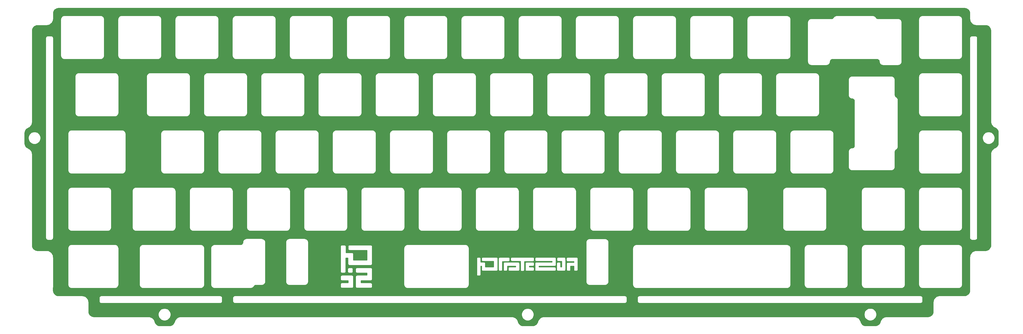
<source format=gbr>
%TF.GenerationSoftware,KiCad,Pcbnew,(5.1.9)-1*%
%TF.CreationDate,2021-02-08T19:59:39+01:00*%
%TF.ProjectId,P.02_ISO,502e3032-5f49-4534-9f2e-6b696361645f,rev?*%
%TF.SameCoordinates,Original*%
%TF.FileFunction,Copper,L1,Top*%
%TF.FilePolarity,Positive*%
%FSLAX46Y46*%
G04 Gerber Fmt 4.6, Leading zero omitted, Abs format (unit mm)*
G04 Created by KiCad (PCBNEW (5.1.9)-1) date 2021-02-08 19:59:39*
%MOMM*%
%LPD*%
G01*
G04 APERTURE LIST*
%TA.AperFunction,NonConductor*%
%ADD10C,0.254000*%
%TD*%
%TA.AperFunction,NonConductor*%
%ADD11C,0.100000*%
%TD*%
G04 APERTURE END LIST*
D10*
X297255342Y-36499810D02*
X297603297Y-36533938D01*
X297924964Y-36631065D01*
X298221644Y-36788822D01*
X298482025Y-37001198D01*
X298696199Y-37260104D01*
X298856007Y-37555683D01*
X298955359Y-37876669D01*
X298991843Y-38223877D01*
X298991792Y-39965047D01*
X298991840Y-39965533D01*
X298991843Y-39966438D01*
X298993065Y-39978473D01*
X298992981Y-39990575D01*
X298993358Y-39994425D01*
X299034159Y-40382617D01*
X299039210Y-40407223D01*
X299043912Y-40431871D01*
X299045030Y-40435574D01*
X299160454Y-40808449D01*
X299170185Y-40831598D01*
X299179587Y-40854870D01*
X299181403Y-40858286D01*
X299367054Y-41201641D01*
X299381105Y-41222474D01*
X299394840Y-41243462D01*
X299397279Y-41246453D01*
X299397284Y-41246460D01*
X299397290Y-41246466D01*
X299646092Y-41547215D01*
X299663905Y-41564904D01*
X299681471Y-41582842D01*
X299684452Y-41585308D01*
X299986937Y-41832008D01*
X300007818Y-41845882D01*
X300028562Y-41860086D01*
X300031957Y-41861921D01*
X300031965Y-41861926D01*
X300031973Y-41861929D01*
X300376607Y-42045175D01*
X300399818Y-42054743D01*
X300422894Y-42064633D01*
X300426585Y-42065776D01*
X300426591Y-42065778D01*
X300800261Y-42178594D01*
X300824847Y-42183462D01*
X300849445Y-42188691D01*
X300853292Y-42189095D01*
X301241761Y-42227185D01*
X301241763Y-42227185D01*
X301255186Y-42228507D01*
X304256726Y-42228507D01*
X304604680Y-42262624D01*
X304926352Y-42359742D01*
X305223030Y-42517489D01*
X305483420Y-42729857D01*
X305697604Y-42988760D01*
X305857420Y-43284335D01*
X305956780Y-43605314D01*
X305993275Y-43952541D01*
X305993274Y-74189305D01*
X305993366Y-74190235D01*
X305993463Y-74204649D01*
X305994772Y-74217133D01*
X305994767Y-74229689D01*
X305995170Y-74233536D01*
X306038515Y-74621453D01*
X306043723Y-74646005D01*
X306048590Y-74670642D01*
X306049730Y-74674330D01*
X306049732Y-74674337D01*
X306049735Y-74674343D01*
X306167600Y-75046448D01*
X306177474Y-75069514D01*
X306187037Y-75092743D01*
X306188873Y-75096142D01*
X306188875Y-75096147D01*
X306188878Y-75096151D01*
X306376773Y-75438276D01*
X306390955Y-75459007D01*
X306404833Y-75479915D01*
X306407291Y-75482889D01*
X306407296Y-75482896D01*
X306407302Y-75482901D01*
X306658071Y-75782014D01*
X306676008Y-75799594D01*
X306693684Y-75817409D01*
X306696680Y-75819855D01*
X307000776Y-76064567D01*
X307021767Y-76078316D01*
X307042585Y-76092371D01*
X307046000Y-76094188D01*
X307391837Y-76275174D01*
X307391845Y-76275177D01*
X307713609Y-76443565D01*
X307975387Y-76654223D01*
X308191262Y-76911714D01*
X308353011Y-77206232D01*
X308454475Y-77526555D01*
X308493195Y-77873082D01*
X308493275Y-77884917D01*
X308493274Y-81327036D01*
X308459156Y-81674991D01*
X308362038Y-81996662D01*
X308204292Y-82293340D01*
X307991921Y-82553732D01*
X307733021Y-82767914D01*
X307426294Y-82933760D01*
X307414707Y-82938539D01*
X307414656Y-82938560D01*
X307389626Y-82948884D01*
X307378550Y-82954776D01*
X307366910Y-82959479D01*
X307363495Y-82961295D01*
X307020141Y-83146946D01*
X306999332Y-83160982D01*
X306978320Y-83174732D01*
X306975328Y-83177173D01*
X306975322Y-83177177D01*
X306975317Y-83177182D01*
X306674567Y-83425982D01*
X306656841Y-83443832D01*
X306638939Y-83461363D01*
X306636478Y-83464337D01*
X306636473Y-83464342D01*
X306636472Y-83464344D01*
X306389772Y-83766828D01*
X306375874Y-83787746D01*
X306361695Y-83808454D01*
X306359858Y-83811852D01*
X306359855Y-83811856D01*
X306359855Y-83811857D01*
X306176606Y-84156500D01*
X306167046Y-84179694D01*
X306157149Y-84202786D01*
X306156008Y-84206475D01*
X306156005Y-84206482D01*
X306156004Y-84206489D01*
X306043188Y-84580152D01*
X306038320Y-84604738D01*
X306033091Y-84629336D01*
X306032687Y-84633183D01*
X305994655Y-85021063D01*
X305993275Y-85035077D01*
X305993274Y-115386344D01*
X305959156Y-115734299D01*
X305862038Y-116055970D01*
X305704292Y-116352648D01*
X305491921Y-116613040D01*
X305233021Y-116827222D01*
X304937446Y-116987038D01*
X304616467Y-117086398D01*
X304269249Y-117122892D01*
X301252915Y-117122892D01*
X301252435Y-117122939D01*
X301251659Y-117122942D01*
X301239623Y-117124164D01*
X301227518Y-117124079D01*
X301223668Y-117124457D01*
X300835474Y-117165247D01*
X300810872Y-117170296D01*
X300786220Y-117174998D01*
X300782527Y-117176113D01*
X300782517Y-117176115D01*
X300782508Y-117176119D01*
X300409638Y-117291530D01*
X300386478Y-117301264D01*
X300363216Y-117310662D01*
X300359810Y-117312473D01*
X300359801Y-117312477D01*
X300359794Y-117312482D01*
X300016441Y-117498118D01*
X299995606Y-117512170D01*
X299974619Y-117525903D01*
X299971629Y-117528342D01*
X299971622Y-117528347D01*
X299971616Y-117528353D01*
X299670859Y-117777146D01*
X299653156Y-117794972D01*
X299635232Y-117812524D01*
X299632766Y-117815504D01*
X299386056Y-118117983D01*
X299372167Y-118138886D01*
X299357977Y-118159609D01*
X299356140Y-118163006D01*
X299356137Y-118163010D01*
X299356137Y-118163011D01*
X299172878Y-118507649D01*
X299163308Y-118530865D01*
X299153420Y-118553934D01*
X299152278Y-118557623D01*
X299152275Y-118557630D01*
X299152274Y-118557637D01*
X299039447Y-118931297D01*
X299034564Y-118955950D01*
X299029349Y-118980482D01*
X299028946Y-118984316D01*
X299028944Y-118984328D01*
X299028944Y-118984339D01*
X298990844Y-119372797D01*
X298990844Y-119372802D01*
X298989522Y-119386222D01*
X298989207Y-130409390D01*
X298955079Y-130757345D01*
X298857951Y-131079015D01*
X298700194Y-131375690D01*
X298487819Y-131636073D01*
X298228912Y-131850248D01*
X297933334Y-132010054D01*
X297612344Y-132109407D01*
X297265138Y-132145890D01*
X289054435Y-132146245D01*
X289053955Y-132146292D01*
X289053198Y-132146295D01*
X289041168Y-132147517D01*
X289029071Y-132147433D01*
X289025221Y-132147810D01*
X288637028Y-132188611D01*
X288612415Y-132193664D01*
X288587775Y-132198364D01*
X288584072Y-132199482D01*
X288211197Y-132314906D01*
X288188048Y-132324637D01*
X288164776Y-132334039D01*
X288161360Y-132335855D01*
X287818005Y-132521506D01*
X287797123Y-132535591D01*
X287776184Y-132549293D01*
X287773193Y-132551731D01*
X287773186Y-132551736D01*
X287773180Y-132551742D01*
X287472431Y-132800544D01*
X287454722Y-132818377D01*
X287436804Y-132835924D01*
X287434338Y-132838904D01*
X287187637Y-133141389D01*
X287173724Y-133162330D01*
X287159560Y-133183015D01*
X287157720Y-133186417D01*
X286974471Y-133531059D01*
X286964903Y-133554273D01*
X286955013Y-133577347D01*
X286953869Y-133581042D01*
X286841051Y-133954713D01*
X286836177Y-133979329D01*
X286830955Y-134003897D01*
X286830551Y-134007744D01*
X286792461Y-134396213D01*
X286792461Y-134396225D01*
X286791140Y-134409638D01*
X286791139Y-137414084D01*
X286757021Y-137762039D01*
X286659903Y-138083710D01*
X286502157Y-138380388D01*
X286289786Y-138640780D01*
X286030886Y-138854962D01*
X285735311Y-139014778D01*
X285414332Y-139114138D01*
X285067114Y-139150632D01*
X271377370Y-139150632D01*
X271367362Y-139151618D01*
X271081387Y-139172424D01*
X271060046Y-139176095D01*
X271038599Y-139178927D01*
X271034839Y-139179832D01*
X270655974Y-139273749D01*
X270632312Y-139282138D01*
X270608534Y-139290197D01*
X270605029Y-139291811D01*
X270605020Y-139291814D01*
X270605012Y-139291819D01*
X270251613Y-139457532D01*
X270230029Y-139470359D01*
X270208272Y-139482881D01*
X270205140Y-139485150D01*
X269890651Y-139716355D01*
X269871979Y-139733122D01*
X269853058Y-139749640D01*
X269850426Y-139752475D01*
X269586836Y-140040361D01*
X269571767Y-140060447D01*
X269556425Y-140080313D01*
X269554399Y-140083597D01*
X269554393Y-140083605D01*
X269554389Y-140083613D01*
X269351739Y-140417207D01*
X269340849Y-140439857D01*
X269329668Y-140462306D01*
X269328318Y-140465920D01*
X269328314Y-140465929D01*
X269328312Y-140465938D01*
X269194317Y-140832541D01*
X269194313Y-140832556D01*
X269069644Y-141173645D01*
X268895193Y-141460819D01*
X268668287Y-141708640D01*
X268397560Y-141907671D01*
X268093335Y-142050326D01*
X267763796Y-142132016D01*
X267507927Y-142150632D01*
X264404524Y-142150632D01*
X264056569Y-142116514D01*
X263734898Y-142019396D01*
X263438220Y-141861650D01*
X263177828Y-141649279D01*
X262963646Y-141390379D01*
X262802110Y-141091624D01*
X262717680Y-140841959D01*
X262717679Y-140841956D01*
X262625709Y-140569993D01*
X262616854Y-140550367D01*
X262608786Y-140530397D01*
X262606970Y-140526981D01*
X262421319Y-140183626D01*
X262407268Y-140162793D01*
X262393533Y-140141805D01*
X262391098Y-140138820D01*
X262391089Y-140138807D01*
X262391079Y-140138797D01*
X262142281Y-139838052D01*
X262124467Y-139820362D01*
X262106901Y-139802424D01*
X262103921Y-139799958D01*
X261801436Y-139553257D01*
X261780495Y-139539344D01*
X261759810Y-139525180D01*
X261756408Y-139523340D01*
X261411766Y-139340091D01*
X261388552Y-139330523D01*
X261365478Y-139320633D01*
X261361787Y-139319490D01*
X261361781Y-139319488D01*
X260988112Y-139206671D01*
X260963496Y-139201797D01*
X260938928Y-139196575D01*
X260935081Y-139196171D01*
X260546612Y-139158081D01*
X260546609Y-139158081D01*
X260533186Y-139156759D01*
X157300531Y-139156759D01*
X157290479Y-139157749D01*
X157003570Y-139178689D01*
X156982214Y-139182368D01*
X156960720Y-139185216D01*
X156956960Y-139186123D01*
X156578139Y-139280216D01*
X156554510Y-139288606D01*
X156530708Y-139296685D01*
X156527198Y-139298303D01*
X156527190Y-139298307D01*
X156173864Y-139464185D01*
X156152303Y-139477011D01*
X156130534Y-139489554D01*
X156127402Y-139491825D01*
X155813021Y-139723177D01*
X155794362Y-139739948D01*
X155775445Y-139756478D01*
X155772820Y-139759309D01*
X155772814Y-139759314D01*
X155772809Y-139759320D01*
X155509356Y-140047322D01*
X155494282Y-140067435D01*
X155478964Y-140087289D01*
X155476937Y-140090576D01*
X155476934Y-140090581D01*
X155476934Y-140090582D01*
X155274434Y-140424276D01*
X155263550Y-140446940D01*
X155252383Y-140469385D01*
X155251037Y-140472996D01*
X155251031Y-140473009D01*
X155251028Y-140473022D01*
X155117204Y-140839683D01*
X155117204Y-140839684D01*
X154992689Y-141180841D01*
X154818367Y-141468102D01*
X154591574Y-141716027D01*
X154320944Y-141915182D01*
X154016783Y-142057978D01*
X153687311Y-142139814D01*
X153430599Y-142158550D01*
X150327798Y-142158550D01*
X149979843Y-142124432D01*
X149658172Y-142027314D01*
X149361494Y-141869568D01*
X149101102Y-141657197D01*
X148886920Y-141398297D01*
X148725436Y-141099638D01*
X148640230Y-140847020D01*
X148547464Y-140571989D01*
X148538576Y-140552247D01*
X148530471Y-140532187D01*
X148528655Y-140528771D01*
X148343004Y-140185416D01*
X148328919Y-140164534D01*
X148315217Y-140143595D01*
X148312775Y-140140599D01*
X148312774Y-140140597D01*
X148312768Y-140140591D01*
X148063966Y-139839842D01*
X148046133Y-139822133D01*
X148028586Y-139804215D01*
X148025606Y-139801749D01*
X147723121Y-139555048D01*
X147702180Y-139541135D01*
X147681495Y-139526971D01*
X147678093Y-139525131D01*
X147333451Y-139341882D01*
X147310237Y-139332314D01*
X147287163Y-139322424D01*
X147283472Y-139321281D01*
X147283466Y-139321279D01*
X146909797Y-139208462D01*
X146885181Y-139203588D01*
X146860613Y-139198366D01*
X146856766Y-139197962D01*
X146468297Y-139159872D01*
X146468295Y-139159872D01*
X146454872Y-139158550D01*
X36313750Y-139158550D01*
X36303742Y-139159536D01*
X36017767Y-139180342D01*
X35996426Y-139184013D01*
X35974979Y-139186845D01*
X35971219Y-139187750D01*
X35592354Y-139281667D01*
X35568692Y-139290056D01*
X35544914Y-139298115D01*
X35541409Y-139299729D01*
X35541400Y-139299732D01*
X35541392Y-139299737D01*
X35187993Y-139465450D01*
X35166409Y-139478277D01*
X35144652Y-139490799D01*
X35141520Y-139493068D01*
X34827031Y-139724273D01*
X34808359Y-139741040D01*
X34789438Y-139757558D01*
X34786806Y-139760393D01*
X34523216Y-140048279D01*
X34508147Y-140068365D01*
X34492805Y-140088231D01*
X34490779Y-140091515D01*
X34490773Y-140091523D01*
X34490769Y-140091531D01*
X34288119Y-140425125D01*
X34277229Y-140447775D01*
X34266048Y-140470224D01*
X34264698Y-140473838D01*
X34264694Y-140473847D01*
X34264692Y-140473856D01*
X34130697Y-140840459D01*
X34130693Y-140840474D01*
X34006024Y-141181563D01*
X33831573Y-141468737D01*
X33604667Y-141716558D01*
X33333940Y-141915589D01*
X33029715Y-142058244D01*
X32700176Y-142139934D01*
X32444307Y-142158550D01*
X29340904Y-142158550D01*
X28992949Y-142124432D01*
X28671278Y-142027314D01*
X28374600Y-141869568D01*
X28114208Y-141657197D01*
X27900026Y-141398297D01*
X27738542Y-141099638D01*
X27653336Y-140847020D01*
X27560570Y-140571989D01*
X27551684Y-140552252D01*
X27543577Y-140532186D01*
X27541761Y-140528771D01*
X27356110Y-140185417D01*
X27342074Y-140164608D01*
X27328324Y-140143596D01*
X27325883Y-140140604D01*
X27325879Y-140140598D01*
X27325874Y-140140593D01*
X27077074Y-139839843D01*
X27059224Y-139822117D01*
X27041693Y-139804215D01*
X27038719Y-139801754D01*
X27038714Y-139801749D01*
X27038709Y-139801745D01*
X26736228Y-139555048D01*
X26715310Y-139541150D01*
X26694602Y-139526971D01*
X26691204Y-139525134D01*
X26691200Y-139525131D01*
X26691196Y-139525129D01*
X26346556Y-139341882D01*
X26323362Y-139332322D01*
X26300270Y-139322425D01*
X26296581Y-139321284D01*
X26296574Y-139321281D01*
X26296567Y-139321280D01*
X25922904Y-139208464D01*
X25898318Y-139203596D01*
X25873720Y-139198367D01*
X25869873Y-139197963D01*
X25483207Y-139160050D01*
X25467979Y-139158550D01*
X7328482Y-139158550D01*
X6980527Y-139124432D01*
X6658856Y-139027314D01*
X6362178Y-138869568D01*
X6101786Y-138657197D01*
X5887604Y-138398297D01*
X5796611Y-138230008D01*
X28740426Y-138230008D01*
X28740426Y-138641092D01*
X28820624Y-139044277D01*
X28977939Y-139424069D01*
X29206325Y-139765873D01*
X29497005Y-140056553D01*
X29838809Y-140284939D01*
X30218601Y-140442254D01*
X30621786Y-140522452D01*
X31032870Y-140522452D01*
X31436055Y-140442254D01*
X31815847Y-140284939D01*
X32157651Y-140056553D01*
X32448331Y-139765873D01*
X32676717Y-139424069D01*
X32834032Y-139044277D01*
X32914230Y-138641092D01*
X32914230Y-138230008D01*
X32914052Y-138229113D01*
X149682165Y-138229113D01*
X149682165Y-138640197D01*
X149762363Y-139043382D01*
X149919678Y-139423174D01*
X150148064Y-139764978D01*
X150438744Y-140055658D01*
X150780548Y-140284044D01*
X151160340Y-140441359D01*
X151563525Y-140521557D01*
X151974609Y-140521557D01*
X152377794Y-140441359D01*
X152757586Y-140284044D01*
X153099390Y-140055658D01*
X153390070Y-139764978D01*
X153618456Y-139423174D01*
X153775771Y-139043382D01*
X153855969Y-138640197D01*
X153855969Y-138229113D01*
X153854573Y-138222090D01*
X263804074Y-138222090D01*
X263804074Y-138633174D01*
X263884272Y-139036359D01*
X264041587Y-139416151D01*
X264269973Y-139757955D01*
X264560653Y-140048635D01*
X264902457Y-140277021D01*
X265282249Y-140434336D01*
X265685434Y-140514534D01*
X266096518Y-140514534D01*
X266499703Y-140434336D01*
X266879495Y-140277021D01*
X267221299Y-140048635D01*
X267511979Y-139757955D01*
X267740365Y-139416151D01*
X267897680Y-139036359D01*
X267977878Y-138633174D01*
X267977878Y-138222090D01*
X267897680Y-137818905D01*
X267740365Y-137439113D01*
X267511979Y-137097309D01*
X267221299Y-136806629D01*
X266879495Y-136578243D01*
X266499703Y-136420928D01*
X266096518Y-136340730D01*
X265685434Y-136340730D01*
X265282249Y-136420928D01*
X264902457Y-136578243D01*
X264560653Y-136806629D01*
X264269973Y-137097309D01*
X264041587Y-137439113D01*
X263884272Y-137818905D01*
X263804074Y-138222090D01*
X153854573Y-138222090D01*
X153775771Y-137825928D01*
X153618456Y-137446136D01*
X153390070Y-137104332D01*
X153099390Y-136813652D01*
X152757586Y-136585266D01*
X152377794Y-136427951D01*
X151974609Y-136347753D01*
X151563525Y-136347753D01*
X151160340Y-136427951D01*
X150780548Y-136585266D01*
X150438744Y-136813652D01*
X150148064Y-137104332D01*
X149919678Y-137446136D01*
X149762363Y-137825928D01*
X149682165Y-138229113D01*
X32914052Y-138229113D01*
X32834032Y-137826823D01*
X32676717Y-137447031D01*
X32448331Y-137105227D01*
X32157651Y-136814547D01*
X31815847Y-136586161D01*
X31436055Y-136428846D01*
X31032870Y-136348648D01*
X30621786Y-136348648D01*
X30218601Y-136428846D01*
X29838809Y-136586161D01*
X29497005Y-136814547D01*
X29206325Y-137105227D01*
X28977939Y-137447031D01*
X28820624Y-137826823D01*
X28740426Y-138230008D01*
X5796611Y-138230008D01*
X5727788Y-138102722D01*
X5628428Y-137781743D01*
X5591934Y-137434525D01*
X5591934Y-134422031D01*
X5591886Y-134421546D01*
X5591883Y-134420621D01*
X5590660Y-134408578D01*
X5590744Y-134396470D01*
X5590366Y-134392620D01*
X5549548Y-134004429D01*
X5544501Y-133979843D01*
X5539794Y-133955176D01*
X5538676Y-133951473D01*
X5537959Y-133949155D01*
X9037934Y-133949155D01*
X9039107Y-133961070D01*
X9039086Y-133964145D01*
X9039463Y-133967995D01*
X9049663Y-134065043D01*
X9054720Y-134089681D01*
X9059416Y-134114297D01*
X9060531Y-134117990D01*
X9060533Y-134118000D01*
X9060537Y-134118009D01*
X9089390Y-134211219D01*
X9099114Y-134234351D01*
X9108524Y-134257642D01*
X9110340Y-134261057D01*
X9156753Y-134346895D01*
X9170783Y-134367695D01*
X9184538Y-134388715D01*
X9186983Y-134391713D01*
X9249185Y-134466902D01*
X9267014Y-134484607D01*
X9284563Y-134502528D01*
X9287543Y-134504993D01*
X9363164Y-134566669D01*
X9384107Y-134580584D01*
X9404793Y-134594748D01*
X9408183Y-134596581D01*
X9408192Y-134596587D01*
X9408201Y-134596591D01*
X9494357Y-134642400D01*
X9517584Y-134651973D01*
X9540641Y-134661856D01*
X9544334Y-134662999D01*
X9544338Y-134663001D01*
X9544342Y-134663002D01*
X9637754Y-134691205D01*
X9662377Y-134696081D01*
X9686941Y-134701302D01*
X9690782Y-134701705D01*
X9690785Y-134701706D01*
X9690788Y-134701706D01*
X9787905Y-134711228D01*
X9801328Y-134712550D01*
X49327856Y-134712550D01*
X49339770Y-134711377D01*
X49342845Y-134711398D01*
X49346695Y-134711021D01*
X49443743Y-134700821D01*
X49468381Y-134695764D01*
X49492997Y-134691068D01*
X49496690Y-134689953D01*
X49496700Y-134689951D01*
X49496709Y-134689947D01*
X49589919Y-134661094D01*
X49613051Y-134651370D01*
X49636342Y-134641960D01*
X49639752Y-134640147D01*
X49639756Y-134640145D01*
X49639759Y-134640143D01*
X49725595Y-134593731D01*
X49746395Y-134579701D01*
X49767415Y-134565946D01*
X49770413Y-134563501D01*
X49845602Y-134501299D01*
X49863307Y-134483470D01*
X49881228Y-134465921D01*
X49883693Y-134462941D01*
X49945369Y-134387320D01*
X49959284Y-134366377D01*
X49973448Y-134345691D01*
X49975281Y-134342301D01*
X49975287Y-134342292D01*
X49975291Y-134342283D01*
X50021100Y-134256127D01*
X50030673Y-134232900D01*
X50040556Y-134209843D01*
X50041700Y-134206148D01*
X50069905Y-134112730D01*
X50074781Y-134088107D01*
X50080002Y-134063543D01*
X50080406Y-134059696D01*
X50089928Y-133962579D01*
X50091250Y-133949156D01*
X50091250Y-133947364D01*
X53537137Y-133947364D01*
X53538310Y-133959279D01*
X53538289Y-133962354D01*
X53538666Y-133966204D01*
X53548866Y-134063252D01*
X53553923Y-134087890D01*
X53558619Y-134112506D01*
X53559734Y-134116199D01*
X53559736Y-134116209D01*
X53559740Y-134116218D01*
X53588593Y-134209428D01*
X53598317Y-134232560D01*
X53607727Y-134255851D01*
X53609543Y-134259266D01*
X53655956Y-134345104D01*
X53669986Y-134365904D01*
X53683741Y-134386924D01*
X53686186Y-134389922D01*
X53748388Y-134465111D01*
X53766217Y-134482816D01*
X53783766Y-134500737D01*
X53786746Y-134503202D01*
X53862367Y-134564878D01*
X53883310Y-134578793D01*
X53903996Y-134592957D01*
X53907386Y-134594790D01*
X53907395Y-134594796D01*
X53907404Y-134594800D01*
X53993560Y-134640609D01*
X54016787Y-134650182D01*
X54039844Y-134660065D01*
X54043537Y-134661208D01*
X54043541Y-134661210D01*
X54043545Y-134661211D01*
X54136957Y-134689414D01*
X54161580Y-134694290D01*
X54186144Y-134699511D01*
X54189985Y-134699914D01*
X54189988Y-134699915D01*
X54189991Y-134699915D01*
X54287108Y-134709437D01*
X54300531Y-134710759D01*
X184081337Y-134710759D01*
X184093251Y-134709586D01*
X184096326Y-134709607D01*
X184100176Y-134709230D01*
X184197224Y-134699030D01*
X184221862Y-134693973D01*
X184246478Y-134689277D01*
X184250171Y-134688162D01*
X184250181Y-134688160D01*
X184250190Y-134688156D01*
X184343400Y-134659303D01*
X184366532Y-134649579D01*
X184389823Y-134640169D01*
X184393233Y-134638356D01*
X184393237Y-134638354D01*
X184393240Y-134638352D01*
X184479076Y-134591940D01*
X184499876Y-134577910D01*
X184520896Y-134564155D01*
X184523894Y-134561710D01*
X184599083Y-134499508D01*
X184616788Y-134481679D01*
X184634709Y-134464130D01*
X184637174Y-134461150D01*
X184698850Y-134385529D01*
X184712765Y-134364586D01*
X184726929Y-134343900D01*
X184728762Y-134340510D01*
X184728768Y-134340501D01*
X184728772Y-134340492D01*
X184774581Y-134254336D01*
X184784154Y-134231109D01*
X184794037Y-134208052D01*
X184795181Y-134204357D01*
X184823386Y-134110939D01*
X184828262Y-134086316D01*
X184833483Y-134061752D01*
X184833887Y-134057905D01*
X184843409Y-133960788D01*
X184844731Y-133947365D01*
X184844731Y-133941237D01*
X188291195Y-133941237D01*
X188292368Y-133953152D01*
X188292347Y-133956227D01*
X188292724Y-133960077D01*
X188302924Y-134057125D01*
X188307981Y-134081763D01*
X188312677Y-134106379D01*
X188313792Y-134110072D01*
X188313794Y-134110082D01*
X188313798Y-134110091D01*
X188342651Y-134203301D01*
X188352375Y-134226433D01*
X188361785Y-134249724D01*
X188363601Y-134253139D01*
X188410014Y-134338977D01*
X188424044Y-134359777D01*
X188437799Y-134380797D01*
X188440244Y-134383795D01*
X188502446Y-134458984D01*
X188520275Y-134476689D01*
X188537824Y-134494610D01*
X188540804Y-134497075D01*
X188616425Y-134558751D01*
X188637368Y-134572666D01*
X188658054Y-134586830D01*
X188661444Y-134588663D01*
X188661453Y-134588669D01*
X188661462Y-134588673D01*
X188747618Y-134634482D01*
X188770845Y-134644055D01*
X188793902Y-134653938D01*
X188797595Y-134655081D01*
X188797599Y-134655083D01*
X188797603Y-134655084D01*
X188891015Y-134683287D01*
X188915638Y-134688163D01*
X188940202Y-134693384D01*
X188944043Y-134693787D01*
X188944046Y-134693788D01*
X188944049Y-134693788D01*
X189041166Y-134703310D01*
X189054589Y-134704632D01*
X282581462Y-134704632D01*
X282593376Y-134703459D01*
X282596451Y-134703480D01*
X282600301Y-134703103D01*
X282697349Y-134692903D01*
X282721987Y-134687846D01*
X282746603Y-134683150D01*
X282750296Y-134682035D01*
X282750306Y-134682033D01*
X282750315Y-134682029D01*
X282843525Y-134653176D01*
X282866657Y-134643452D01*
X282889948Y-134634042D01*
X282893358Y-134632229D01*
X282893362Y-134632227D01*
X282893365Y-134632225D01*
X282979201Y-134585813D01*
X283000001Y-134571783D01*
X283021021Y-134558028D01*
X283024019Y-134555583D01*
X283099208Y-134493381D01*
X283116913Y-134475552D01*
X283134834Y-134458003D01*
X283137299Y-134455023D01*
X283198975Y-134379402D01*
X283212890Y-134358459D01*
X283227054Y-134337773D01*
X283228887Y-134334383D01*
X283228893Y-134334374D01*
X283228897Y-134334365D01*
X283274706Y-134248209D01*
X283284279Y-134224982D01*
X283294162Y-134201925D01*
X283295306Y-134198230D01*
X283323511Y-134104812D01*
X283328387Y-134080189D01*
X283333608Y-134055625D01*
X283334012Y-134051778D01*
X283343534Y-133954661D01*
X283344856Y-133941238D01*
X283344856Y-132910054D01*
X283343683Y-132898140D01*
X283343704Y-132895065D01*
X283343327Y-132891215D01*
X283333127Y-132794167D01*
X283328070Y-132769529D01*
X283323374Y-132744913D01*
X283322259Y-132741220D01*
X283322257Y-132741210D01*
X283322253Y-132741201D01*
X283293400Y-132647991D01*
X283283676Y-132624859D01*
X283274266Y-132601568D01*
X283272450Y-132598152D01*
X283226037Y-132512315D01*
X283211964Y-132491450D01*
X283198251Y-132470495D01*
X283195809Y-132467499D01*
X283195807Y-132467496D01*
X283195802Y-132467491D01*
X283133605Y-132392308D01*
X283115776Y-132374603D01*
X283098227Y-132356682D01*
X283095247Y-132354217D01*
X283019626Y-132292541D01*
X282998709Y-132278643D01*
X282977997Y-132264461D01*
X282974607Y-132262629D01*
X282974598Y-132262623D01*
X282974589Y-132262619D01*
X282888433Y-132216810D01*
X282865218Y-132207242D01*
X282842149Y-132197354D01*
X282838454Y-132196210D01*
X282745036Y-132168005D01*
X282720421Y-132163131D01*
X282695850Y-132157908D01*
X282692007Y-132157504D01*
X282692003Y-132157504D01*
X282594885Y-132147982D01*
X282581462Y-132146660D01*
X189054589Y-132146660D01*
X189042675Y-132147833D01*
X189039600Y-132147812D01*
X189035750Y-132148189D01*
X188938702Y-132158389D01*
X188914064Y-132163446D01*
X188889448Y-132168142D01*
X188885755Y-132169257D01*
X188885745Y-132169259D01*
X188885736Y-132169263D01*
X188792526Y-132198116D01*
X188769394Y-132207840D01*
X188746103Y-132217250D01*
X188742687Y-132219066D01*
X188656850Y-132265479D01*
X188635985Y-132279552D01*
X188615030Y-132293265D01*
X188612037Y-132295705D01*
X188612031Y-132295709D01*
X188612026Y-132295714D01*
X188536843Y-132357911D01*
X188519138Y-132375740D01*
X188501217Y-132393289D01*
X188498752Y-132396269D01*
X188437076Y-132471890D01*
X188423178Y-132492807D01*
X188408996Y-132513519D01*
X188407164Y-132516909D01*
X188407158Y-132516918D01*
X188407154Y-132516927D01*
X188361345Y-132603083D01*
X188351777Y-132626298D01*
X188341889Y-132649367D01*
X188340745Y-132653062D01*
X188312540Y-132746480D01*
X188307666Y-132771095D01*
X188302443Y-132795666D01*
X188302039Y-132799513D01*
X188292517Y-132896631D01*
X188292517Y-132896641D01*
X188291196Y-132910054D01*
X188291195Y-133941237D01*
X184844731Y-133941237D01*
X184844731Y-132914262D01*
X184843558Y-132902348D01*
X184843579Y-132899273D01*
X184843202Y-132895423D01*
X184833002Y-132798375D01*
X184827945Y-132773737D01*
X184823249Y-132749121D01*
X184822134Y-132745428D01*
X184822132Y-132745418D01*
X184822128Y-132745409D01*
X184793275Y-132652199D01*
X184783551Y-132629067D01*
X184774141Y-132605776D01*
X184772325Y-132602360D01*
X184725912Y-132516523D01*
X184711839Y-132495658D01*
X184698126Y-132474703D01*
X184695684Y-132471707D01*
X184695682Y-132471704D01*
X184695677Y-132471699D01*
X184633480Y-132396516D01*
X184615651Y-132378811D01*
X184598102Y-132360890D01*
X184595122Y-132358425D01*
X184519501Y-132296749D01*
X184498584Y-132282851D01*
X184477872Y-132268669D01*
X184474482Y-132266837D01*
X184474473Y-132266831D01*
X184474464Y-132266827D01*
X184388308Y-132221018D01*
X184365093Y-132211450D01*
X184342024Y-132201562D01*
X184338329Y-132200418D01*
X184244911Y-132172213D01*
X184220296Y-132167339D01*
X184195725Y-132162116D01*
X184191882Y-132161712D01*
X184191878Y-132161712D01*
X184094760Y-132152190D01*
X184081337Y-132150868D01*
X54300531Y-132150868D01*
X54288617Y-132152041D01*
X54285542Y-132152020D01*
X54281692Y-132152397D01*
X54184644Y-132162597D01*
X54160006Y-132167654D01*
X54135390Y-132172350D01*
X54131697Y-132173465D01*
X54131687Y-132173467D01*
X54131678Y-132173471D01*
X54038468Y-132202324D01*
X54015336Y-132212048D01*
X53992045Y-132221458D01*
X53988629Y-132223274D01*
X53902792Y-132269687D01*
X53881927Y-132283760D01*
X53860972Y-132297473D01*
X53857979Y-132299913D01*
X53857973Y-132299917D01*
X53857968Y-132299922D01*
X53782785Y-132362119D01*
X53765080Y-132379948D01*
X53747159Y-132397497D01*
X53744694Y-132400477D01*
X53683018Y-132476098D01*
X53669120Y-132497015D01*
X53654938Y-132517727D01*
X53653106Y-132521117D01*
X53653100Y-132521126D01*
X53653096Y-132521135D01*
X53607287Y-132607291D01*
X53597719Y-132630506D01*
X53587831Y-132653575D01*
X53586687Y-132657270D01*
X53558482Y-132750688D01*
X53553608Y-132775303D01*
X53548385Y-132799874D01*
X53547981Y-132803721D01*
X53538459Y-132900839D01*
X53538459Y-132900849D01*
X53537138Y-132914262D01*
X53537137Y-133947364D01*
X50091250Y-133947364D01*
X50091250Y-132920036D01*
X50090075Y-132908111D01*
X50090097Y-132905011D01*
X50089719Y-132901161D01*
X50079514Y-132804113D01*
X50074470Y-132779546D01*
X50069760Y-132754861D01*
X50068641Y-132751158D01*
X50039781Y-132657941D01*
X50030042Y-132634774D01*
X50020645Y-132611520D01*
X50018829Y-132608104D01*
X49972413Y-132522268D01*
X49958358Y-132501432D01*
X49944625Y-132480449D01*
X49942184Y-132477456D01*
X49942180Y-132477450D01*
X49942175Y-132477445D01*
X49879975Y-132402265D01*
X49862153Y-132384568D01*
X49844594Y-132366639D01*
X49841620Y-132364179D01*
X49841614Y-132364173D01*
X49841607Y-132364169D01*
X49765990Y-132302502D01*
X49745109Y-132288630D01*
X49724362Y-132274426D01*
X49720959Y-132272586D01*
X49634797Y-132226778D01*
X49611559Y-132217201D01*
X49588512Y-132207324D01*
X49584828Y-132206185D01*
X49584815Y-132206179D01*
X49584802Y-132206176D01*
X49491398Y-132177979D01*
X49466759Y-132173102D01*
X49442210Y-132167885D01*
X49438368Y-132167481D01*
X49438364Y-132167481D01*
X49341246Y-132157963D01*
X49341241Y-132157963D01*
X49327821Y-132156642D01*
X9801295Y-132158356D01*
X9789398Y-132159528D01*
X9786340Y-132159507D01*
X9782490Y-132159884D01*
X9685442Y-132170084D01*
X9660804Y-132175141D01*
X9636188Y-132179837D01*
X9632495Y-132180952D01*
X9632485Y-132180954D01*
X9632476Y-132180958D01*
X9539266Y-132209811D01*
X9516109Y-132219545D01*
X9492844Y-132228945D01*
X9489438Y-132230756D01*
X9489429Y-132230760D01*
X9489422Y-132230765D01*
X9403590Y-132277173D01*
X9382765Y-132291220D01*
X9361771Y-132304958D01*
X9358773Y-132307402D01*
X9283584Y-132369604D01*
X9265876Y-132387435D01*
X9247955Y-132404985D01*
X9245494Y-132407959D01*
X9245490Y-132407963D01*
X9245489Y-132407965D01*
X9183814Y-132483586D01*
X9169901Y-132504527D01*
X9155738Y-132525211D01*
X9153898Y-132528613D01*
X9108085Y-132614775D01*
X9098518Y-132637984D01*
X9088627Y-132661063D01*
X9087485Y-132664750D01*
X9087483Y-132664756D01*
X9087483Y-132664758D01*
X9059279Y-132758177D01*
X9054393Y-132782850D01*
X9049184Y-132807358D01*
X9048779Y-132811201D01*
X9048778Y-132811208D01*
X9048778Y-132811215D01*
X9039256Y-132908322D01*
X9039256Y-132908336D01*
X9037935Y-132921749D01*
X9037934Y-133949155D01*
X5537959Y-133949155D01*
X5423236Y-133578604D01*
X5413514Y-133555478D01*
X5404100Y-133532182D01*
X5402284Y-133528767D01*
X5216617Y-133185420D01*
X5202565Y-133164588D01*
X5188830Y-133143601D01*
X5186389Y-133140609D01*
X5186385Y-133140603D01*
X5186380Y-133140598D01*
X4937566Y-132839859D01*
X4919761Y-132822179D01*
X4902185Y-132804233D01*
X4899204Y-132801767D01*
X4596708Y-132555079D01*
X4575804Y-132541192D01*
X4555080Y-132527003D01*
X4551678Y-132525164D01*
X4207026Y-132341930D01*
X4183823Y-132332367D01*
X4160740Y-132322475D01*
X4157051Y-132321333D01*
X4157044Y-132321330D01*
X4157037Y-132321329D01*
X3783367Y-132208529D01*
X3758727Y-132203651D01*
X3734182Y-132198435D01*
X3730348Y-132198032D01*
X3730336Y-132198030D01*
X3730325Y-132198030D01*
X3341866Y-132159958D01*
X3341861Y-132159958D01*
X3328441Y-132158637D01*
X-4470262Y-132158975D01*
X-4818219Y-132124872D01*
X-5139896Y-132027768D01*
X-5436582Y-131870035D01*
X-5696983Y-131657676D01*
X-5911174Y-131398785D01*
X-6071003Y-131103219D01*
X-6170379Y-130782236D01*
X-6206888Y-130435033D01*
X-6206831Y-128428334D01*
X-1379420Y-128428334D01*
X-1378213Y-128440589D01*
X-1378257Y-128446814D01*
X-1377879Y-128450664D01*
X-1357484Y-128644761D01*
X-1352435Y-128669363D01*
X-1347733Y-128694015D01*
X-1346618Y-128697708D01*
X-1346616Y-128697718D01*
X-1346612Y-128697727D01*
X-1288908Y-128884158D01*
X-1279169Y-128907330D01*
X-1269776Y-128930580D01*
X-1267967Y-128933982D01*
X-1267961Y-128933996D01*
X-1267953Y-128934008D01*
X-1175139Y-129105675D01*
X-1161110Y-129126476D01*
X-1147355Y-129147497D01*
X-1144910Y-129150495D01*
X-1020511Y-129300875D01*
X-1002706Y-129318558D01*
X-985133Y-129336504D01*
X-982164Y-129338959D01*
X-982153Y-129338970D01*
X-982141Y-129338978D01*
X-830913Y-129462325D01*
X-809983Y-129476232D01*
X-789287Y-129490403D01*
X-785890Y-129492240D01*
X-785886Y-129492243D01*
X-785882Y-129492245D01*
X-613565Y-129583872D01*
X-590375Y-129593431D01*
X-567281Y-129603330D01*
X-563588Y-129604473D01*
X-563584Y-129604475D01*
X-563580Y-129604476D01*
X-376752Y-129660889D01*
X-352127Y-129665766D01*
X-327567Y-129670987D01*
X-323733Y-129671390D01*
X-323721Y-129671392D01*
X-323710Y-129671392D01*
X-130538Y-129690338D01*
X-116061Y-129691764D01*
X14292408Y-129692176D01*
X14304663Y-129690969D01*
X14310888Y-129691013D01*
X14314738Y-129690635D01*
X14508836Y-129670240D01*
X14533438Y-129665191D01*
X14558090Y-129660489D01*
X14561783Y-129659374D01*
X14561793Y-129659372D01*
X14561802Y-129659368D01*
X14748232Y-129601664D01*
X14771375Y-129591936D01*
X14794654Y-129582532D01*
X14798065Y-129580718D01*
X14798070Y-129580716D01*
X14798074Y-129580713D01*
X14969749Y-129487895D01*
X14990559Y-129473860D01*
X15011570Y-129460111D01*
X15014568Y-129457667D01*
X15164950Y-129333268D01*
X15182655Y-129315440D01*
X15200579Y-129297888D01*
X15203045Y-129294908D01*
X15326400Y-129143667D01*
X15340303Y-129122743D01*
X15354478Y-129102043D01*
X15356314Y-129098648D01*
X15356319Y-129098640D01*
X15356322Y-129098632D01*
X15447947Y-128926322D01*
X15457517Y-128903106D01*
X15467405Y-128880037D01*
X15468547Y-128876348D01*
X15468550Y-128876341D01*
X15468551Y-128876334D01*
X15524964Y-128689506D01*
X15529839Y-128664893D01*
X15535062Y-128640322D01*
X15535465Y-128636486D01*
X15535467Y-128636475D01*
X15535467Y-128636460D01*
X15554516Y-128442241D01*
X15554516Y-128442237D01*
X15555818Y-128429014D01*
X22433093Y-128429014D01*
X22434300Y-128441269D01*
X22434256Y-128447494D01*
X22434634Y-128451344D01*
X22455029Y-128645442D01*
X22460078Y-128670044D01*
X22464780Y-128694696D01*
X22465895Y-128698389D01*
X22465897Y-128698399D01*
X22465901Y-128698408D01*
X22523605Y-128884838D01*
X22533317Y-128907945D01*
X22542736Y-128931259D01*
X22544552Y-128934674D01*
X22637372Y-129106355D01*
X22651424Y-129127190D01*
X22665157Y-129148177D01*
X22667602Y-129151175D01*
X22792001Y-129301555D01*
X22809806Y-129319238D01*
X22827379Y-129337184D01*
X22830348Y-129339639D01*
X22830359Y-129339650D01*
X22830370Y-129339657D01*
X22981599Y-129463005D01*
X23002518Y-129476904D01*
X23023224Y-129491083D01*
X23026626Y-129492923D01*
X23198945Y-129584553D01*
X23222159Y-129594122D01*
X23245231Y-129604011D01*
X23248926Y-129605155D01*
X23435760Y-129661570D01*
X23460387Y-129666448D01*
X23484945Y-129671668D01*
X23488779Y-129672071D01*
X23488791Y-129672073D01*
X23488802Y-129672073D01*
X23682200Y-129691041D01*
X23696452Y-129692445D01*
X42867423Y-129692993D01*
X42879678Y-129691786D01*
X42885903Y-129691830D01*
X42889753Y-129691452D01*
X43083851Y-129671057D01*
X43108453Y-129666008D01*
X43133105Y-129661306D01*
X43136798Y-129660191D01*
X43136808Y-129660189D01*
X43136817Y-129660185D01*
X43323247Y-129602481D01*
X43346354Y-129592769D01*
X43369668Y-129583350D01*
X43373083Y-129581534D01*
X43544764Y-129488714D01*
X43565599Y-129474662D01*
X43586586Y-129460929D01*
X43589584Y-129458484D01*
X43739966Y-129334084D01*
X43757651Y-129316276D01*
X43775594Y-129298706D01*
X43778054Y-129295731D01*
X43778060Y-129295725D01*
X43778064Y-129295718D01*
X43901415Y-129144486D01*
X43915302Y-129123585D01*
X43929493Y-129102862D01*
X43931328Y-129099467D01*
X43931333Y-129099459D01*
X43931336Y-129099451D01*
X44022962Y-128927142D01*
X44032528Y-128903935D01*
X44042421Y-128880855D01*
X44043565Y-128877160D01*
X44099980Y-128690324D01*
X44104855Y-128665711D01*
X44110078Y-128641140D01*
X44110481Y-128637304D01*
X44110483Y-128637293D01*
X44110483Y-128637278D01*
X44129532Y-128443059D01*
X44129532Y-128443043D01*
X44130846Y-128429695D01*
X46245606Y-128429695D01*
X46246813Y-128441950D01*
X46246769Y-128448175D01*
X46247147Y-128452025D01*
X46267542Y-128646123D01*
X46272591Y-128670725D01*
X46277293Y-128695377D01*
X46278408Y-128699070D01*
X46278410Y-128699080D01*
X46278414Y-128699089D01*
X46336118Y-128885519D01*
X46345813Y-128908584D01*
X46355249Y-128931940D01*
X46357065Y-128935355D01*
X46449885Y-129107036D01*
X46463937Y-129127871D01*
X46477670Y-129148858D01*
X46480115Y-129151856D01*
X46604514Y-129302236D01*
X46622319Y-129319919D01*
X46639892Y-129337865D01*
X46642861Y-129340320D01*
X46642872Y-129340331D01*
X46642884Y-129340339D01*
X46794112Y-129463686D01*
X46815031Y-129477585D01*
X46835737Y-129491764D01*
X46839139Y-129493604D01*
X47011458Y-129585234D01*
X47034672Y-129594803D01*
X47057744Y-129604692D01*
X47061439Y-129605836D01*
X47248273Y-129662251D01*
X47272900Y-129667129D01*
X47297458Y-129672349D01*
X47301292Y-129672752D01*
X47301304Y-129672754D01*
X47301315Y-129672754D01*
X47495539Y-129691803D01*
X47495545Y-129691803D01*
X47508965Y-129693125D01*
X59536182Y-129693469D01*
X59540987Y-129692996D01*
X59602000Y-129690867D01*
X59618297Y-129688693D01*
X59634710Y-129687776D01*
X59638528Y-129687157D01*
X59830961Y-129654615D01*
X59855181Y-129648036D01*
X59879505Y-129641791D01*
X59883131Y-129640443D01*
X60065579Y-129571144D01*
X60088078Y-129559976D01*
X60110709Y-129549134D01*
X60114000Y-129547110D01*
X60114006Y-129547106D01*
X60279516Y-129443689D01*
X60299411Y-129428369D01*
X60319510Y-129413334D01*
X60322343Y-129410711D01*
X60322349Y-129410706D01*
X60322354Y-129410701D01*
X60464622Y-129277110D01*
X60481131Y-129258254D01*
X60497960Y-129239564D01*
X60500233Y-129236435D01*
X60613848Y-129077748D01*
X60613852Y-129077741D01*
X60711651Y-128941145D01*
X60814325Y-128844733D01*
X60933773Y-128770098D01*
X61065443Y-128720087D01*
X61212949Y-128695143D01*
X61259522Y-128693518D01*
X63179963Y-128693573D01*
X63192218Y-128692366D01*
X63198443Y-128692410D01*
X63202293Y-128692032D01*
X63396390Y-128671637D01*
X63420992Y-128666588D01*
X63445644Y-128661886D01*
X63449337Y-128660771D01*
X63449347Y-128660769D01*
X63449356Y-128660765D01*
X63635787Y-128603061D01*
X63658959Y-128593322D01*
X63682209Y-128583929D01*
X63685611Y-128582120D01*
X63685625Y-128582114D01*
X63685637Y-128582106D01*
X63857304Y-128489292D01*
X63878105Y-128475263D01*
X63899126Y-128461508D01*
X63902124Y-128459063D01*
X64052504Y-128334664D01*
X64070187Y-128316859D01*
X64088133Y-128299286D01*
X64090588Y-128296317D01*
X64090599Y-128296306D01*
X64090607Y-128296294D01*
X64213954Y-128145066D01*
X64227861Y-128124136D01*
X64242032Y-128103440D01*
X64243869Y-128100043D01*
X64243872Y-128100039D01*
X64243874Y-128100035D01*
X64335501Y-127927718D01*
X64345060Y-127904528D01*
X64354959Y-127881434D01*
X64356103Y-127877739D01*
X64412518Y-127690905D01*
X64417396Y-127666278D01*
X64422616Y-127641720D01*
X64423019Y-127637886D01*
X64423021Y-127637874D01*
X64423021Y-127637858D01*
X64442070Y-127443639D01*
X64443373Y-127430408D01*
X71183148Y-127430408D01*
X71184355Y-127442663D01*
X71184311Y-127448888D01*
X71184689Y-127452738D01*
X71205084Y-127646835D01*
X71210133Y-127671437D01*
X71214835Y-127696089D01*
X71215950Y-127699782D01*
X71215952Y-127699792D01*
X71215956Y-127699801D01*
X71273660Y-127886232D01*
X71283399Y-127909404D01*
X71292792Y-127932654D01*
X71294601Y-127936056D01*
X71294607Y-127936070D01*
X71294615Y-127936082D01*
X71387429Y-128107749D01*
X71401458Y-128128550D01*
X71415213Y-128149571D01*
X71417658Y-128152569D01*
X71542057Y-128302949D01*
X71559853Y-128320623D01*
X71577435Y-128338578D01*
X71580404Y-128341033D01*
X71580415Y-128341044D01*
X71580427Y-128341052D01*
X71731655Y-128464399D01*
X71752585Y-128478306D01*
X71773281Y-128492477D01*
X71776678Y-128494314D01*
X71776682Y-128494317D01*
X71776686Y-128494319D01*
X71949003Y-128585946D01*
X71972193Y-128595505D01*
X71995287Y-128605404D01*
X71998980Y-128606547D01*
X71998984Y-128606549D01*
X71998988Y-128606550D01*
X72185816Y-128662963D01*
X72210443Y-128667841D01*
X72235001Y-128673061D01*
X72238835Y-128673464D01*
X72238847Y-128673466D01*
X72238858Y-128673466D01*
X72431920Y-128692401D01*
X72446507Y-128693838D01*
X77473720Y-128693982D01*
X77485975Y-128692775D01*
X77492200Y-128692819D01*
X77496050Y-128692441D01*
X77690148Y-128672046D01*
X77714750Y-128666997D01*
X77739402Y-128662295D01*
X77743095Y-128661180D01*
X77743105Y-128661178D01*
X77743114Y-128661174D01*
X77929544Y-128603470D01*
X77952651Y-128593758D01*
X77975965Y-128584339D01*
X77979380Y-128582523D01*
X78151061Y-128489703D01*
X78171896Y-128475651D01*
X78192883Y-128461918D01*
X78195881Y-128459473D01*
X78346263Y-128335073D01*
X78363948Y-128317265D01*
X78381891Y-128299695D01*
X78384351Y-128296720D01*
X78384357Y-128296714D01*
X78384361Y-128296707D01*
X78507712Y-128145475D01*
X78521599Y-128124574D01*
X78535790Y-128103851D01*
X78537625Y-128100456D01*
X78537630Y-128100448D01*
X78537633Y-128100440D01*
X78629259Y-127928131D01*
X78638825Y-127904924D01*
X78648718Y-127881844D01*
X78649862Y-127878149D01*
X78706277Y-127691313D01*
X78711152Y-127666700D01*
X78716375Y-127642129D01*
X78716778Y-127638293D01*
X78716780Y-127638282D01*
X78716780Y-127638267D01*
X78735829Y-127444048D01*
X78735829Y-127444032D01*
X78737150Y-127430623D01*
X78737195Y-125833948D01*
X89419936Y-125833948D01*
X89419937Y-126668038D01*
X89421102Y-126679871D01*
X89421094Y-126681166D01*
X89421474Y-126685015D01*
X89423481Y-126704018D01*
X89423945Y-126708733D01*
X89423996Y-126708902D01*
X89425573Y-126723833D01*
X89430627Y-126748397D01*
X89435350Y-126773087D01*
X89436470Y-126776790D01*
X89448031Y-126814070D01*
X89457777Y-126837224D01*
X89467185Y-126860477D01*
X89469002Y-126863891D01*
X89469005Y-126863897D01*
X89469009Y-126863902D01*
X89487585Y-126898219D01*
X89501645Y-126919042D01*
X89515392Y-126940027D01*
X89517838Y-126943024D01*
X89542733Y-126973087D01*
X89560582Y-126990795D01*
X89578133Y-127008699D01*
X89581103Y-127011153D01*
X89581112Y-127011162D01*
X89581122Y-127011168D01*
X89611375Y-127035818D01*
X89632304Y-127049708D01*
X89653013Y-127063873D01*
X89656416Y-127065711D01*
X89656419Y-127065713D01*
X89656422Y-127065714D01*
X89690889Y-127084019D01*
X89714104Y-127093574D01*
X89737189Y-127103455D01*
X89740879Y-127104595D01*
X89740881Y-127104596D01*
X89740883Y-127104596D01*
X89740885Y-127104597D01*
X89778258Y-127115860D01*
X89802882Y-127120723D01*
X89827443Y-127125931D01*
X89831288Y-127126333D01*
X89831294Y-127126334D01*
X89831300Y-127126334D01*
X89870139Y-127130123D01*
X89870148Y-127130123D01*
X89883567Y-127131438D01*
X91924719Y-127130426D01*
X91924720Y-127838663D01*
X89998893Y-127838663D01*
X89985134Y-127838219D01*
X89968751Y-127836431D01*
X89964883Y-127836415D01*
X89916768Y-127836559D01*
X89891801Y-127839082D01*
X89866778Y-127841259D01*
X89862992Y-127841994D01*
X89862981Y-127841995D01*
X89862971Y-127841998D01*
X89815810Y-127851483D01*
X89791838Y-127858799D01*
X89767685Y-127865803D01*
X89764103Y-127867263D01*
X89719675Y-127885731D01*
X89697535Y-127897588D01*
X89675252Y-127909124D01*
X89672021Y-127911251D01*
X89632024Y-127937997D01*
X89612598Y-127953937D01*
X89592985Y-127969578D01*
X89590237Y-127972285D01*
X89590231Y-127972290D01*
X89590229Y-127972293D01*
X89556190Y-128006298D01*
X89540235Y-128025702D01*
X89524034Y-128044853D01*
X89521858Y-128048051D01*
X89495071Y-128088020D01*
X89483219Y-128110097D01*
X89471012Y-128132094D01*
X89469499Y-128135653D01*
X89450986Y-128180064D01*
X89443633Y-128204071D01*
X89435946Y-128227971D01*
X89435153Y-128231756D01*
X89425619Y-128278917D01*
X89423066Y-128303929D01*
X89420172Y-128328832D01*
X89420129Y-128332700D01*
X89419989Y-128367777D01*
X89419936Y-128368315D01*
X89419937Y-129144989D01*
X89423945Y-129185684D01*
X89424895Y-129188816D01*
X89426861Y-129204898D01*
X89431841Y-129227236D01*
X89436147Y-129249709D01*
X89437268Y-129253411D01*
X89451533Y-129299363D01*
X89461285Y-129322512D01*
X89470702Y-129345766D01*
X89472518Y-129349173D01*
X89472522Y-129349183D01*
X89472528Y-129349192D01*
X89495439Y-129391486D01*
X89509524Y-129412334D01*
X89523260Y-129433287D01*
X89525697Y-129436271D01*
X89525704Y-129436281D01*
X89525712Y-129436288D01*
X89556406Y-129473331D01*
X89574225Y-129490998D01*
X89591811Y-129508928D01*
X89594788Y-129511386D01*
X89594796Y-129511394D01*
X89594805Y-129511400D01*
X89632105Y-129541772D01*
X89653038Y-129555656D01*
X89673758Y-129569819D01*
X89677151Y-129571650D01*
X89677157Y-129571654D01*
X89677162Y-129571656D01*
X89719663Y-129594210D01*
X89742903Y-129603767D01*
X89765961Y-129613628D01*
X89769654Y-129614768D01*
X89769661Y-129614771D01*
X89769669Y-129614773D01*
X89815730Y-129628639D01*
X89840357Y-129633495D01*
X89864922Y-129638696D01*
X89868758Y-129639096D01*
X89868769Y-129639098D01*
X89868779Y-129639098D01*
X89916293Y-129643718D01*
X89929864Y-129645055D01*
X93221183Y-129645055D01*
X93232411Y-129643949D01*
X93272210Y-129640693D01*
X93294826Y-129636592D01*
X93317556Y-129633156D01*
X93321300Y-129632181D01*
X93369634Y-129619233D01*
X93393131Y-129610403D01*
X93416753Y-129601901D01*
X93420236Y-129600218D01*
X93465136Y-129578129D01*
X93486492Y-129564890D01*
X93507998Y-129551970D01*
X93511078Y-129549648D01*
X93511084Y-129549645D01*
X93511088Y-129549641D01*
X93550841Y-129519252D01*
X93569200Y-129502135D01*
X93587801Y-129485271D01*
X93590375Y-129482393D01*
X93590382Y-129482386D01*
X93590388Y-129482378D01*
X93623474Y-129444855D01*
X93638165Y-129424489D01*
X93653133Y-129404338D01*
X93655099Y-129401015D01*
X93655102Y-129401010D01*
X93655104Y-129401005D01*
X93680276Y-129357763D01*
X93690734Y-129334926D01*
X93701500Y-129312255D01*
X93702785Y-129308607D01*
X93719079Y-129261295D01*
X93724896Y-129236885D01*
X93731058Y-129212540D01*
X93731610Y-129208712D01*
X93735420Y-129180912D01*
X93736964Y-129175823D01*
X93740972Y-129135128D01*
X93740972Y-125833947D01*
X93736964Y-125793252D01*
X93736046Y-125790224D01*
X93733867Y-125772285D01*
X93728884Y-125749850D01*
X93724559Y-125727266D01*
X93723438Y-125723564D01*
X93708605Y-125675773D01*
X93698858Y-125652634D01*
X93689438Y-125629369D01*
X93687620Y-125625955D01*
X93663788Y-125581956D01*
X93649697Y-125561098D01*
X93635971Y-125540156D01*
X93633534Y-125537172D01*
X93633525Y-125537159D01*
X93633515Y-125537149D01*
X93601599Y-125498627D01*
X93583755Y-125480932D01*
X93566191Y-125463023D01*
X93563221Y-125460570D01*
X93563212Y-125460561D01*
X93563202Y-125460555D01*
X93524407Y-125428962D01*
X93503505Y-125415097D01*
X93482759Y-125400915D01*
X93479360Y-125399081D01*
X93479356Y-125399078D01*
X93479352Y-125399076D01*
X93435155Y-125375619D01*
X93411928Y-125366066D01*
X93388859Y-125356198D01*
X93385163Y-125355057D01*
X93385162Y-125355057D01*
X93385158Y-125355055D01*
X93385153Y-125355054D01*
X93337250Y-125340629D01*
X93312601Y-125335767D01*
X93288053Y-125330568D01*
X93284217Y-125330168D01*
X93284211Y-125330167D01*
X93284206Y-125330167D01*
X93234401Y-125325321D01*
X93234393Y-125325321D01*
X93221183Y-125324020D01*
X89929864Y-125324020D01*
X89918124Y-125325176D01*
X89916647Y-125325166D01*
X89912797Y-125325543D01*
X89864946Y-125330572D01*
X89840334Y-125335624D01*
X89815690Y-125340325D01*
X89811993Y-125341441D01*
X89811989Y-125341442D01*
X89811986Y-125341443D01*
X89811987Y-125341443D01*
X89766023Y-125355671D01*
X89742861Y-125365407D01*
X89719603Y-125374804D01*
X89716187Y-125376620D01*
X89673862Y-125399505D01*
X89653009Y-125413570D01*
X89632042Y-125427290D01*
X89629055Y-125429727D01*
X89629043Y-125429735D01*
X89629034Y-125429744D01*
X89591972Y-125460404D01*
X89574263Y-125478236D01*
X89556341Y-125495787D01*
X89553886Y-125498755D01*
X89553878Y-125498763D01*
X89553872Y-125498771D01*
X89523466Y-125536054D01*
X89509578Y-125556956D01*
X89495389Y-125577680D01*
X89493552Y-125581078D01*
X89493549Y-125581082D01*
X89493549Y-125581083D01*
X89470961Y-125623566D01*
X89461389Y-125646790D01*
X89451506Y-125669848D01*
X89450362Y-125673543D01*
X89450361Y-125673547D01*
X89436455Y-125719604D01*
X89431578Y-125744234D01*
X89426358Y-125768791D01*
X89425954Y-125772638D01*
X89421488Y-125818189D01*
X89419936Y-125833948D01*
X78737195Y-125833948D01*
X78737483Y-115795093D01*
X89419936Y-115795093D01*
X89419937Y-124105838D01*
X89421037Y-124117011D01*
X89424298Y-124156866D01*
X89428399Y-124179482D01*
X89431835Y-124202212D01*
X89432810Y-124205956D01*
X89445758Y-124254290D01*
X89454588Y-124277787D01*
X89463090Y-124301409D01*
X89464773Y-124304892D01*
X89486862Y-124349792D01*
X89500101Y-124371148D01*
X89513021Y-124392654D01*
X89515343Y-124395734D01*
X89515346Y-124395740D01*
X89515349Y-124395743D01*
X89545739Y-124435497D01*
X89562856Y-124453856D01*
X89579720Y-124472457D01*
X89582598Y-124475031D01*
X89582605Y-124475038D01*
X89582613Y-124475044D01*
X89620136Y-124508130D01*
X89640502Y-124522821D01*
X89660653Y-124537789D01*
X89663976Y-124539755D01*
X89663981Y-124539758D01*
X89663986Y-124539760D01*
X89707228Y-124564932D01*
X89730065Y-124575390D01*
X89752736Y-124586156D01*
X89756376Y-124587438D01*
X89756380Y-124587440D01*
X89756384Y-124587441D01*
X89803696Y-124603735D01*
X89828106Y-124609552D01*
X89852451Y-124615714D01*
X89856279Y-124616266D01*
X89856281Y-124616266D01*
X89856284Y-124616267D01*
X89856287Y-124616267D01*
X89884081Y-124620076D01*
X89889169Y-124621620D01*
X89929864Y-124625628D01*
X90696677Y-124625628D01*
X90737372Y-124621620D01*
X90740397Y-124620702D01*
X90758339Y-124618524D01*
X90780806Y-124613534D01*
X90803359Y-124609214D01*
X90807061Y-124608094D01*
X90854852Y-124593261D01*
X90877991Y-124583514D01*
X90901256Y-124574094D01*
X90904670Y-124572276D01*
X90948669Y-124548444D01*
X90969487Y-124534380D01*
X90990470Y-124520627D01*
X90993460Y-124518184D01*
X90993466Y-124518180D01*
X90993471Y-124518175D01*
X91031998Y-124486255D01*
X91049676Y-124468428D01*
X91067602Y-124450847D01*
X91070055Y-124447877D01*
X91070064Y-124447868D01*
X91070070Y-124447858D01*
X91101663Y-124409063D01*
X91115549Y-124388130D01*
X91129710Y-124367415D01*
X91131541Y-124364022D01*
X91131547Y-124364013D01*
X91131551Y-124364004D01*
X91155006Y-124319811D01*
X91164554Y-124296596D01*
X91174427Y-124273515D01*
X91175568Y-124269820D01*
X91189996Y-124221906D01*
X91194858Y-124197257D01*
X91200057Y-124172709D01*
X91200457Y-124168873D01*
X91200458Y-124168867D01*
X91200458Y-124168862D01*
X91205304Y-124119057D01*
X91205304Y-124119048D01*
X91206605Y-124105838D01*
X91206605Y-123329165D01*
X91806383Y-123329165D01*
X91806384Y-124115700D01*
X91807539Y-124127431D01*
X91807529Y-124128917D01*
X91807906Y-124132767D01*
X91812935Y-124180619D01*
X91817985Y-124205224D01*
X91822688Y-124229876D01*
X91823806Y-124233579D01*
X91838034Y-124279542D01*
X91847772Y-124302707D01*
X91857169Y-124325965D01*
X91858977Y-124329366D01*
X91858983Y-124329379D01*
X91858990Y-124329390D01*
X91881870Y-124371704D01*
X91895906Y-124392513D01*
X91909656Y-124413525D01*
X91912096Y-124416517D01*
X91912100Y-124416523D01*
X91912105Y-124416528D01*
X91942770Y-124453595D01*
X91960601Y-124471302D01*
X91978148Y-124489220D01*
X91981128Y-124491686D01*
X92018414Y-124522096D01*
X92039344Y-124536002D01*
X92060039Y-124550173D01*
X92063434Y-124552009D01*
X92063442Y-124552014D01*
X92063450Y-124552017D01*
X92105924Y-124574601D01*
X92129103Y-124584155D01*
X92152213Y-124594060D01*
X92155900Y-124595201D01*
X92155906Y-124595203D01*
X92155912Y-124595204D01*
X92201970Y-124609111D01*
X92226609Y-124613989D01*
X92251156Y-124619207D01*
X92255002Y-124619611D01*
X92302888Y-124624306D01*
X92316311Y-124625628D01*
X93102847Y-124625628D01*
X93114588Y-124624472D01*
X93116064Y-124624482D01*
X93119914Y-124624105D01*
X93167766Y-124619076D01*
X93192371Y-124614026D01*
X93217023Y-124609323D01*
X93220726Y-124608205D01*
X93266689Y-124593977D01*
X93289854Y-124584239D01*
X93313112Y-124574842D01*
X93316513Y-124573034D01*
X93316526Y-124573028D01*
X93316537Y-124573021D01*
X93358851Y-124550141D01*
X93379660Y-124536105D01*
X93400672Y-124522355D01*
X93403664Y-124519915D01*
X93403670Y-124519911D01*
X93403675Y-124519906D01*
X93440742Y-124489241D01*
X93458449Y-124471410D01*
X93476367Y-124453863D01*
X93478833Y-124450883D01*
X93509243Y-124413597D01*
X93523158Y-124392654D01*
X93537320Y-124371972D01*
X93539156Y-124368577D01*
X93539161Y-124368569D01*
X93539164Y-124368561D01*
X93561748Y-124326087D01*
X93571302Y-124302908D01*
X93581207Y-124279798D01*
X93582348Y-124276111D01*
X93582350Y-124276105D01*
X93582351Y-124276099D01*
X93596258Y-124230041D01*
X93601136Y-124205402D01*
X93606354Y-124180855D01*
X93606758Y-124177009D01*
X93611453Y-124129123D01*
X93611453Y-124129113D01*
X93612774Y-124115700D01*
X93612774Y-123329165D01*
X94439364Y-123329165D01*
X94439365Y-124115700D01*
X94440520Y-124127431D01*
X94440510Y-124128918D01*
X94440887Y-124132767D01*
X94445916Y-124180619D01*
X94450969Y-124205237D01*
X94455669Y-124229875D01*
X94456787Y-124233578D01*
X94471015Y-124279541D01*
X94480756Y-124302715D01*
X94490148Y-124325961D01*
X94491962Y-124329373D01*
X94491964Y-124329378D01*
X94491967Y-124329382D01*
X94514849Y-124371702D01*
X94528911Y-124392550D01*
X94542634Y-124413521D01*
X94545071Y-124416509D01*
X94545079Y-124416521D01*
X94545088Y-124416530D01*
X94575747Y-124453592D01*
X94593547Y-124471268D01*
X94611130Y-124489223D01*
X94614111Y-124491688D01*
X94651397Y-124522098D01*
X94672351Y-124536020D01*
X94693025Y-124550175D01*
X94696422Y-124552012D01*
X94696426Y-124552015D01*
X94696430Y-124552017D01*
X94738910Y-124574603D01*
X94762134Y-124584175D01*
X94785192Y-124594058D01*
X94788888Y-124595202D01*
X94788892Y-124595204D01*
X94788897Y-124595205D01*
X94834949Y-124609109D01*
X94859572Y-124613985D01*
X94884136Y-124619206D01*
X94887978Y-124619610D01*
X94887982Y-124619610D01*
X94933646Y-124624087D01*
X94949291Y-124625628D01*
X98206399Y-124625628D01*
X98206400Y-125324020D01*
X94949291Y-125324020D01*
X94908596Y-125328028D01*
X94905568Y-125328946D01*
X94887629Y-125331125D01*
X94865194Y-125336108D01*
X94842610Y-125340433D01*
X94838908Y-125341554D01*
X94791117Y-125356387D01*
X94767978Y-125366134D01*
X94744711Y-125375555D01*
X94741297Y-125377373D01*
X94697297Y-125401206D01*
X94676483Y-125415268D01*
X94655496Y-125429024D01*
X94652500Y-125431471D01*
X94613968Y-125463396D01*
X94596293Y-125481221D01*
X94578369Y-125498799D01*
X94575911Y-125501776D01*
X94575903Y-125501784D01*
X94575897Y-125501793D01*
X94544308Y-125540582D01*
X94530431Y-125561502D01*
X94516259Y-125582233D01*
X94514428Y-125585626D01*
X94514424Y-125585632D01*
X94514422Y-125585637D01*
X94490963Y-125629837D01*
X94481407Y-125653070D01*
X94471540Y-125676139D01*
X94470399Y-125679835D01*
X94455972Y-125727750D01*
X94451113Y-125752388D01*
X94445913Y-125776939D01*
X94445512Y-125780782D01*
X94445511Y-125780789D01*
X94445511Y-125780796D01*
X94440666Y-125830590D01*
X94439364Y-125843810D01*
X94439365Y-129135128D01*
X94440520Y-129146853D01*
X94440510Y-129148346D01*
X94440887Y-129152195D01*
X94445916Y-129200047D01*
X94450969Y-129224665D01*
X94455669Y-129249303D01*
X94456787Y-129253006D01*
X94471015Y-129298969D01*
X94480756Y-129322143D01*
X94490148Y-129345389D01*
X94491962Y-129348801D01*
X94491964Y-129348806D01*
X94491967Y-129348810D01*
X94514849Y-129391130D01*
X94528911Y-129411978D01*
X94542634Y-129432949D01*
X94545071Y-129435937D01*
X94545079Y-129435949D01*
X94545088Y-129435958D01*
X94575747Y-129473020D01*
X94593547Y-129490696D01*
X94611130Y-129508651D01*
X94614111Y-129511116D01*
X94651397Y-129541526D01*
X94672351Y-129555448D01*
X94693025Y-129569603D01*
X94696422Y-129571440D01*
X94696426Y-129571443D01*
X94696430Y-129571445D01*
X94738910Y-129594031D01*
X94762134Y-129603603D01*
X94785192Y-129613486D01*
X94788888Y-129614630D01*
X94788892Y-129614632D01*
X94788897Y-129614633D01*
X94834949Y-129628537D01*
X94859572Y-129633413D01*
X94884136Y-129638634D01*
X94887978Y-129639038D01*
X94887982Y-129639038D01*
X94935868Y-129643733D01*
X94949291Y-129645055D01*
X99493002Y-129645055D01*
X99504235Y-129643949D01*
X99544030Y-129640693D01*
X99566646Y-129636592D01*
X99589376Y-129633156D01*
X99593120Y-129632181D01*
X99641454Y-129619233D01*
X99664951Y-129610403D01*
X99688573Y-129601901D01*
X99692056Y-129600218D01*
X99736956Y-129578129D01*
X99758312Y-129564890D01*
X99779818Y-129551970D01*
X99782898Y-129549648D01*
X99782904Y-129549645D01*
X99782908Y-129549641D01*
X99822661Y-129519252D01*
X99841020Y-129502135D01*
X99859621Y-129485271D01*
X99862195Y-129482393D01*
X99862202Y-129482386D01*
X99862208Y-129482378D01*
X99895294Y-129444855D01*
X99909985Y-129424489D01*
X99924953Y-129404338D01*
X99926919Y-129401015D01*
X99926922Y-129401010D01*
X99926924Y-129401005D01*
X99952096Y-129357763D01*
X99962554Y-129334926D01*
X99973320Y-129312255D01*
X99974605Y-129308607D01*
X99990899Y-129261295D01*
X99996716Y-129236885D01*
X100002878Y-129212540D01*
X100003430Y-129208712D01*
X100007241Y-129180906D01*
X100008783Y-129175823D01*
X100012791Y-129135128D01*
X100012791Y-128431533D01*
X110539390Y-128431533D01*
X110540597Y-128443788D01*
X110540553Y-128450013D01*
X110540931Y-128453863D01*
X110561326Y-128647961D01*
X110566375Y-128672563D01*
X110571077Y-128697215D01*
X110572192Y-128700908D01*
X110572194Y-128700918D01*
X110572198Y-128700927D01*
X110629902Y-128887357D01*
X110639614Y-128910464D01*
X110649033Y-128933778D01*
X110650849Y-128937193D01*
X110743669Y-129108874D01*
X110757721Y-129129709D01*
X110771454Y-129150696D01*
X110773899Y-129153694D01*
X110898299Y-129304076D01*
X110916105Y-129321759D01*
X110933677Y-129339704D01*
X110936652Y-129342164D01*
X110936658Y-129342170D01*
X110936665Y-129342174D01*
X111087897Y-129465525D01*
X111108798Y-129479412D01*
X111129521Y-129493603D01*
X111132916Y-129495438D01*
X111132924Y-129495443D01*
X111132932Y-129495446D01*
X111305241Y-129587072D01*
X111328448Y-129596638D01*
X111351528Y-129606531D01*
X111355219Y-129607674D01*
X111355225Y-129607676D01*
X111542059Y-129664090D01*
X111566672Y-129668965D01*
X111591243Y-129674188D01*
X111595079Y-129674591D01*
X111595090Y-129674593D01*
X111595100Y-129674593D01*
X111789324Y-129693642D01*
X111789340Y-129693642D01*
X111802749Y-129694963D01*
X130973721Y-129695512D01*
X130985976Y-129694305D01*
X130992201Y-129694349D01*
X130996051Y-129693971D01*
X131190149Y-129673576D01*
X131214751Y-129668527D01*
X131239403Y-129663825D01*
X131243096Y-129662710D01*
X131243106Y-129662708D01*
X131243115Y-129662704D01*
X131429545Y-129605000D01*
X131452688Y-129595272D01*
X131475967Y-129585868D01*
X131479378Y-129584054D01*
X131479383Y-129584052D01*
X131479387Y-129584049D01*
X131651062Y-129491231D01*
X131671872Y-129477196D01*
X131692883Y-129463447D01*
X131695881Y-129461003D01*
X131846263Y-129336604D01*
X131863968Y-129318776D01*
X131881892Y-129301224D01*
X131884358Y-129298244D01*
X132007713Y-129147003D01*
X132021616Y-129126079D01*
X132035791Y-129105379D01*
X132037627Y-129101984D01*
X132037632Y-129101976D01*
X132037637Y-129101965D01*
X132129260Y-128929658D01*
X132138830Y-128906442D01*
X132148718Y-128883373D01*
X132149860Y-128879684D01*
X132149863Y-128879677D01*
X132149864Y-128879670D01*
X132206277Y-128692842D01*
X132211152Y-128668229D01*
X132216375Y-128643658D01*
X132216778Y-128639820D01*
X132216780Y-128639811D01*
X132216780Y-128639796D01*
X132235829Y-128445577D01*
X132235829Y-128445573D01*
X132237151Y-128432153D01*
X132237179Y-127433267D01*
X171189452Y-127433267D01*
X171190659Y-127445522D01*
X171190615Y-127451747D01*
X171190993Y-127455597D01*
X171211388Y-127649694D01*
X171216437Y-127674296D01*
X171221139Y-127698948D01*
X171222254Y-127702641D01*
X171222256Y-127702651D01*
X171222260Y-127702660D01*
X171279964Y-127889091D01*
X171289703Y-127912263D01*
X171299096Y-127935513D01*
X171300905Y-127938915D01*
X171300911Y-127938929D01*
X171300919Y-127938941D01*
X171393733Y-128110608D01*
X171407762Y-128131409D01*
X171421517Y-128152430D01*
X171423962Y-128155428D01*
X171548361Y-128305808D01*
X171566166Y-128323491D01*
X171583739Y-128341437D01*
X171586708Y-128343892D01*
X171586719Y-128343903D01*
X171586731Y-128343911D01*
X171737959Y-128467258D01*
X171758889Y-128481165D01*
X171779585Y-128495336D01*
X171782982Y-128497173D01*
X171782986Y-128497176D01*
X171782990Y-128497178D01*
X171955307Y-128588805D01*
X171978497Y-128598364D01*
X172001591Y-128608263D01*
X172005284Y-128609406D01*
X172005288Y-128609408D01*
X172005292Y-128609409D01*
X172192120Y-128665822D01*
X172216747Y-128670700D01*
X172241305Y-128675920D01*
X172245139Y-128676323D01*
X172245151Y-128676325D01*
X172245162Y-128676325D01*
X172438334Y-128695271D01*
X172452811Y-128696697D01*
X177480024Y-128696841D01*
X177492279Y-128695634D01*
X177498504Y-128695678D01*
X177502354Y-128695300D01*
X177696452Y-128674905D01*
X177721054Y-128669856D01*
X177745706Y-128665154D01*
X177749399Y-128664039D01*
X177749409Y-128664037D01*
X177749418Y-128664033D01*
X177935848Y-128606329D01*
X177958955Y-128596617D01*
X177982269Y-128587198D01*
X177985684Y-128585382D01*
X178157365Y-128492562D01*
X178178200Y-128478510D01*
X178199187Y-128464777D01*
X178202185Y-128462332D01*
X178236782Y-128433712D01*
X186739431Y-128433712D01*
X186740638Y-128445967D01*
X186740594Y-128452192D01*
X186740972Y-128456042D01*
X186761367Y-128650140D01*
X186766416Y-128674742D01*
X186771118Y-128699394D01*
X186772233Y-128703087D01*
X186772235Y-128703097D01*
X186772239Y-128703106D01*
X186829943Y-128889536D01*
X186839671Y-128912679D01*
X186849075Y-128935958D01*
X186850889Y-128939369D01*
X186850891Y-128939374D01*
X186850894Y-128939378D01*
X186943712Y-129111053D01*
X186957747Y-129131863D01*
X186971496Y-129152874D01*
X186973940Y-129155872D01*
X187098339Y-129306254D01*
X187116167Y-129323959D01*
X187133719Y-129341883D01*
X187136699Y-129344349D01*
X187287940Y-129467704D01*
X187308864Y-129481607D01*
X187329564Y-129495782D01*
X187332959Y-129497618D01*
X187332967Y-129497623D01*
X187332975Y-129497626D01*
X187505285Y-129589251D01*
X187528501Y-129598821D01*
X187551570Y-129608709D01*
X187555259Y-129609851D01*
X187555266Y-129609854D01*
X187555273Y-129609855D01*
X187742101Y-129666268D01*
X187766714Y-129671143D01*
X187791285Y-129676366D01*
X187795121Y-129676769D01*
X187795132Y-129676771D01*
X187795142Y-129676771D01*
X187989366Y-129695820D01*
X187989370Y-129695820D01*
X188002790Y-129697142D01*
X238130028Y-129698575D01*
X238142283Y-129697368D01*
X238148508Y-129697412D01*
X238152358Y-129697034D01*
X238346456Y-129676639D01*
X238371058Y-129671590D01*
X238395710Y-129666888D01*
X238399403Y-129665773D01*
X238399413Y-129665771D01*
X238399422Y-129665767D01*
X238585852Y-129608063D01*
X238608963Y-129598349D01*
X238632273Y-129588932D01*
X238635688Y-129587116D01*
X238807369Y-129494296D01*
X238828204Y-129480244D01*
X238849191Y-129466511D01*
X238852189Y-129464066D01*
X239002569Y-129339667D01*
X239020252Y-129321862D01*
X239038198Y-129304289D01*
X239040653Y-129301320D01*
X239040664Y-129301309D01*
X239040672Y-129301297D01*
X239164019Y-129150069D01*
X239177918Y-129129150D01*
X239192097Y-129108444D01*
X239193937Y-129105042D01*
X239285567Y-128932723D01*
X239295136Y-128909509D01*
X239305025Y-128886437D01*
X239306169Y-128882742D01*
X239362584Y-128695908D01*
X239367462Y-128671281D01*
X239372682Y-128646723D01*
X239373085Y-128642889D01*
X239373087Y-128642877D01*
X239373087Y-128642861D01*
X239392083Y-128449185D01*
X239393446Y-128435345D01*
X243889462Y-128435345D01*
X243890669Y-128447600D01*
X243890625Y-128453825D01*
X243891003Y-128457675D01*
X243911398Y-128651773D01*
X243916447Y-128676375D01*
X243921149Y-128701027D01*
X243922264Y-128704720D01*
X243922266Y-128704730D01*
X243922270Y-128704739D01*
X243979974Y-128891169D01*
X243989686Y-128914276D01*
X243999105Y-128937590D01*
X244000921Y-128941005D01*
X244093741Y-129112686D01*
X244107769Y-129133484D01*
X244121526Y-129154508D01*
X244123971Y-129157506D01*
X244248371Y-129307888D01*
X244266179Y-129325573D01*
X244283749Y-129343516D01*
X244286724Y-129345976D01*
X244286730Y-129345982D01*
X244286737Y-129345986D01*
X244437969Y-129469337D01*
X244458870Y-129483224D01*
X244479593Y-129497415D01*
X244482988Y-129499250D01*
X244482996Y-129499255D01*
X244483004Y-129499258D01*
X244655313Y-129590884D01*
X244678520Y-129600450D01*
X244701600Y-129610343D01*
X244705291Y-129611486D01*
X244705297Y-129611488D01*
X244892131Y-129667902D01*
X244916744Y-129672777D01*
X244941315Y-129678000D01*
X244945151Y-129678403D01*
X244945162Y-129678405D01*
X244945172Y-129678405D01*
X245139396Y-129697454D01*
X245139401Y-129697454D01*
X245152821Y-129698776D01*
X257180039Y-129699120D01*
X257192294Y-129697913D01*
X257198519Y-129697957D01*
X257202369Y-129697579D01*
X257396467Y-129677184D01*
X257421069Y-129672135D01*
X257445721Y-129667433D01*
X257449414Y-129666318D01*
X257449424Y-129666316D01*
X257449433Y-129666312D01*
X257635863Y-129608608D01*
X257659006Y-129598880D01*
X257682285Y-129589476D01*
X257685696Y-129587662D01*
X257685701Y-129587660D01*
X257685705Y-129587657D01*
X257857380Y-129494839D01*
X257878190Y-129480804D01*
X257899201Y-129467055D01*
X257902199Y-129464611D01*
X258052581Y-129340212D01*
X258070286Y-129322384D01*
X258088210Y-129304832D01*
X258090676Y-129301852D01*
X258214031Y-129150611D01*
X258227934Y-129129687D01*
X258242109Y-129108987D01*
X258243945Y-129105592D01*
X258243950Y-129105584D01*
X258243953Y-129105576D01*
X258335578Y-128933266D01*
X258345148Y-128910050D01*
X258355036Y-128886981D01*
X258356178Y-128883292D01*
X258356181Y-128883285D01*
X258356182Y-128883278D01*
X258412595Y-128696450D01*
X258417470Y-128671837D01*
X258422693Y-128647266D01*
X258423096Y-128643430D01*
X258423098Y-128643419D01*
X258423098Y-128643404D01*
X258442147Y-128449185D01*
X258442147Y-128449181D01*
X258443456Y-128435890D01*
X262939473Y-128435890D01*
X262940680Y-128448145D01*
X262940636Y-128454370D01*
X262941014Y-128458220D01*
X262961409Y-128652318D01*
X262966458Y-128676920D01*
X262971160Y-128701572D01*
X262972275Y-128705265D01*
X262972277Y-128705275D01*
X262972281Y-128705284D01*
X263029985Y-128891714D01*
X263039697Y-128914821D01*
X263049116Y-128938135D01*
X263050932Y-128941550D01*
X263143752Y-129113231D01*
X263157804Y-129134066D01*
X263171537Y-129155053D01*
X263173982Y-129158051D01*
X263298381Y-129308431D01*
X263316186Y-129326114D01*
X263333759Y-129344060D01*
X263336728Y-129346515D01*
X263336739Y-129346526D01*
X263336751Y-129346534D01*
X263487979Y-129469881D01*
X263508898Y-129483780D01*
X263529604Y-129497959D01*
X263533006Y-129499799D01*
X263705325Y-129591429D01*
X263728539Y-129600998D01*
X263751611Y-129610887D01*
X263755306Y-129612031D01*
X263942140Y-129668446D01*
X263966767Y-129673324D01*
X263991325Y-129678544D01*
X263995159Y-129678947D01*
X263995171Y-129678949D01*
X263995182Y-129678949D01*
X264189406Y-129697998D01*
X264189411Y-129697998D01*
X264202831Y-129699320D01*
X276230049Y-129699664D01*
X276242304Y-129698457D01*
X276248529Y-129698501D01*
X276252379Y-129698123D01*
X276446477Y-129677728D01*
X276471079Y-129672679D01*
X276495731Y-129667977D01*
X276499424Y-129666862D01*
X276499434Y-129666860D01*
X276499443Y-129666856D01*
X276685873Y-129609152D01*
X276708986Y-129599437D01*
X276732294Y-129590021D01*
X276735709Y-129588205D01*
X276907390Y-129495385D01*
X276928225Y-129481333D01*
X276949212Y-129467600D01*
X276952210Y-129465155D01*
X277102590Y-129340756D01*
X277120273Y-129322951D01*
X277138219Y-129305378D01*
X277140674Y-129302409D01*
X277140685Y-129302398D01*
X277140693Y-129302386D01*
X277264040Y-129151158D01*
X277277939Y-129130239D01*
X277292118Y-129109533D01*
X277293958Y-129106131D01*
X277385588Y-128933812D01*
X277395157Y-128910598D01*
X277405046Y-128887526D01*
X277406190Y-128883831D01*
X277462605Y-128696997D01*
X277467483Y-128672370D01*
X277472703Y-128647812D01*
X277473106Y-128643978D01*
X277473108Y-128643966D01*
X277473108Y-128643950D01*
X277492157Y-128449731D01*
X277492157Y-128449725D01*
X277493466Y-128436435D01*
X281989483Y-128436435D01*
X281990690Y-128448690D01*
X281990646Y-128454915D01*
X281991024Y-128458765D01*
X282011419Y-128652862D01*
X282016463Y-128677440D01*
X282021170Y-128702116D01*
X282022285Y-128705809D01*
X282022287Y-128705819D01*
X282022291Y-128705828D01*
X282079995Y-128892259D01*
X282089734Y-128915431D01*
X282099127Y-128938681D01*
X282100936Y-128942083D01*
X282100942Y-128942097D01*
X282100950Y-128942109D01*
X282193764Y-129113776D01*
X282207793Y-129134577D01*
X282221548Y-129155598D01*
X282223993Y-129158596D01*
X282348392Y-129308976D01*
X282366197Y-129326659D01*
X282383770Y-129344605D01*
X282386739Y-129347060D01*
X282386750Y-129347071D01*
X282386762Y-129347079D01*
X282537990Y-129470426D01*
X282558920Y-129484333D01*
X282579616Y-129498504D01*
X282583013Y-129500341D01*
X282583017Y-129500344D01*
X282583021Y-129500346D01*
X282755338Y-129591973D01*
X282778528Y-129601532D01*
X282801622Y-129611431D01*
X282805315Y-129612574D01*
X282805319Y-129612576D01*
X282805323Y-129612577D01*
X282992151Y-129668990D01*
X283016778Y-129673868D01*
X283041336Y-129679088D01*
X283045170Y-129679491D01*
X283045182Y-129679493D01*
X283045193Y-129679493D01*
X283238365Y-129698439D01*
X283252842Y-129699865D01*
X295280059Y-129700209D01*
X295292314Y-129699002D01*
X295298539Y-129699046D01*
X295302389Y-129698668D01*
X295496487Y-129678273D01*
X295521089Y-129673224D01*
X295545741Y-129668522D01*
X295549434Y-129667407D01*
X295549444Y-129667405D01*
X295549453Y-129667401D01*
X295735883Y-129609697D01*
X295758990Y-129599985D01*
X295782304Y-129590566D01*
X295785719Y-129588750D01*
X295957400Y-129495930D01*
X295978235Y-129481878D01*
X295999222Y-129468145D01*
X296002220Y-129465700D01*
X296152602Y-129341300D01*
X296170287Y-129323492D01*
X296188230Y-129305922D01*
X296190690Y-129302947D01*
X296190696Y-129302941D01*
X296190700Y-129302934D01*
X296314051Y-129151702D01*
X296327938Y-129130801D01*
X296342129Y-129110078D01*
X296343964Y-129106683D01*
X296343969Y-129106675D01*
X296343972Y-129106667D01*
X296435598Y-128934358D01*
X296445164Y-128911151D01*
X296455057Y-128888071D01*
X296456201Y-128884376D01*
X296512616Y-128697540D01*
X296517491Y-128672927D01*
X296522714Y-128648356D01*
X296523117Y-128644520D01*
X296523119Y-128644509D01*
X296523119Y-128644494D01*
X296542168Y-128450275D01*
X296542168Y-128450259D01*
X296543489Y-128436850D01*
X296543833Y-116409632D01*
X296542626Y-116397377D01*
X296542670Y-116391152D01*
X296542292Y-116387303D01*
X296521897Y-116193205D01*
X296516847Y-116168596D01*
X296512146Y-116143952D01*
X296511029Y-116140249D01*
X296453321Y-115953808D01*
X296443579Y-115930629D01*
X296434189Y-115907386D01*
X296432378Y-115903980D01*
X296432374Y-115903971D01*
X296432365Y-115903957D01*
X296339552Y-115732291D01*
X296325505Y-115711464D01*
X296311767Y-115690469D01*
X296309323Y-115687471D01*
X296184924Y-115537090D01*
X296167116Y-115519405D01*
X296149546Y-115501462D01*
X296146566Y-115498997D01*
X295995326Y-115375642D01*
X295974423Y-115361753D01*
X295953700Y-115347563D01*
X295950303Y-115345726D01*
X295950299Y-115345723D01*
X295950295Y-115345721D01*
X295777979Y-115254094D01*
X295754789Y-115244535D01*
X295731695Y-115234636D01*
X295728000Y-115233492D01*
X295541165Y-115177077D01*
X295516538Y-115172199D01*
X295491980Y-115166979D01*
X295488146Y-115166576D01*
X295488134Y-115166574D01*
X295488123Y-115166574D01*
X295294951Y-115147628D01*
X295280474Y-115146202D01*
X283253257Y-115145858D01*
X283241002Y-115147065D01*
X283234777Y-115147021D01*
X283230928Y-115147399D01*
X283036829Y-115167794D01*
X283012227Y-115172843D01*
X282987575Y-115177545D01*
X282983882Y-115178660D01*
X282983872Y-115178662D01*
X282983863Y-115178666D01*
X282797433Y-115236370D01*
X282774273Y-115246104D01*
X282751013Y-115255501D01*
X282747605Y-115257313D01*
X282747595Y-115257317D01*
X282747587Y-115257322D01*
X282575917Y-115350137D01*
X282555099Y-115364178D01*
X282534094Y-115377922D01*
X282531096Y-115380367D01*
X282380714Y-115504767D01*
X282363029Y-115522575D01*
X282345086Y-115540145D01*
X282342621Y-115543125D01*
X282219266Y-115694365D01*
X282205384Y-115715257D01*
X282191187Y-115735990D01*
X282189347Y-115739392D01*
X282097718Y-115911710D01*
X282088162Y-115934891D01*
X282078259Y-115957996D01*
X282077115Y-115961691D01*
X282020700Y-116148526D01*
X282015822Y-116173153D01*
X282010602Y-116197711D01*
X282010199Y-116201545D01*
X282010197Y-116201557D01*
X282010197Y-116201568D01*
X281991148Y-116395792D01*
X281991148Y-116395808D01*
X281989827Y-116409217D01*
X281989483Y-128436435D01*
X277493466Y-128436435D01*
X277493479Y-128436305D01*
X277493823Y-116409088D01*
X277492616Y-116396833D01*
X277492660Y-116390608D01*
X277492282Y-116386759D01*
X277471887Y-116192660D01*
X277466838Y-116168058D01*
X277462136Y-116143406D01*
X277461020Y-116139709D01*
X277461019Y-116139703D01*
X277461013Y-116139688D01*
X277403311Y-115953264D01*
X277393577Y-115930104D01*
X277384180Y-115906844D01*
X277382368Y-115903436D01*
X277382364Y-115903426D01*
X277382356Y-115903414D01*
X277289544Y-115731748D01*
X277275485Y-115710904D01*
X277261758Y-115689925D01*
X277259314Y-115686927D01*
X277134915Y-115536546D01*
X277117107Y-115518861D01*
X277099537Y-115500918D01*
X277096557Y-115498453D01*
X276945317Y-115375098D01*
X276924409Y-115361205D01*
X276903692Y-115347019D01*
X276900294Y-115345182D01*
X276900290Y-115345179D01*
X276900286Y-115345177D01*
X276727971Y-115253549D01*
X276704743Y-115243974D01*
X276681686Y-115234091D01*
X276677997Y-115232949D01*
X276677990Y-115232946D01*
X276677983Y-115232945D01*
X276491156Y-115176532D01*
X276466529Y-115171654D01*
X276441971Y-115166434D01*
X276438137Y-115166031D01*
X276438125Y-115166029D01*
X276438114Y-115166029D01*
X276243890Y-115146980D01*
X276243884Y-115146980D01*
X276230464Y-115145658D01*
X264203247Y-115145314D01*
X264190992Y-115146521D01*
X264184767Y-115146477D01*
X264180918Y-115146855D01*
X263986819Y-115167250D01*
X263962217Y-115172299D01*
X263937565Y-115177001D01*
X263933872Y-115178116D01*
X263933862Y-115178118D01*
X263933853Y-115178122D01*
X263747423Y-115235826D01*
X263724263Y-115245560D01*
X263701003Y-115254957D01*
X263697595Y-115256769D01*
X263697585Y-115256773D01*
X263697577Y-115256778D01*
X263525907Y-115349593D01*
X263505063Y-115363652D01*
X263484084Y-115377379D01*
X263481086Y-115379823D01*
X263330705Y-115504222D01*
X263313020Y-115522030D01*
X263295077Y-115539600D01*
X263292612Y-115542580D01*
X263169257Y-115693820D01*
X263155364Y-115714728D01*
X263141178Y-115735445D01*
X263139341Y-115738843D01*
X263139338Y-115738847D01*
X263139338Y-115738848D01*
X263047708Y-115911166D01*
X263038133Y-115934394D01*
X263028250Y-115957451D01*
X263027108Y-115961140D01*
X263027105Y-115961147D01*
X263027104Y-115961154D01*
X262970691Y-116147981D01*
X262965813Y-116172608D01*
X262960593Y-116197166D01*
X262960190Y-116201000D01*
X262960188Y-116201012D01*
X262960188Y-116201023D01*
X262941139Y-116395247D01*
X262941139Y-116395253D01*
X262939817Y-116408673D01*
X262939473Y-128435890D01*
X258443456Y-128435890D01*
X258443469Y-128435761D01*
X258443813Y-116408543D01*
X258442606Y-116396288D01*
X258442650Y-116390063D01*
X258442272Y-116386214D01*
X258421877Y-116192115D01*
X258416819Y-116167467D01*
X258412126Y-116142861D01*
X258411011Y-116139168D01*
X258411009Y-116139158D01*
X258411003Y-116139143D01*
X258353301Y-115952719D01*
X258343562Y-115929547D01*
X258334169Y-115906297D01*
X258332360Y-115902895D01*
X258332354Y-115902881D01*
X258332346Y-115902869D01*
X258239532Y-115731202D01*
X258225497Y-115710392D01*
X258211748Y-115689381D01*
X258209307Y-115686388D01*
X258209303Y-115686382D01*
X258209298Y-115686377D01*
X258084905Y-115536001D01*
X258067060Y-115518279D01*
X258049525Y-115500372D01*
X258046551Y-115497911D01*
X258046546Y-115497906D01*
X258046541Y-115497902D01*
X257895305Y-115374551D01*
X257874380Y-115360648D01*
X257853680Y-115346473D01*
X257850277Y-115344633D01*
X257677959Y-115253004D01*
X257654743Y-115243434D01*
X257631674Y-115233546D01*
X257627985Y-115232404D01*
X257627978Y-115232401D01*
X257627971Y-115232400D01*
X257441144Y-115175987D01*
X257416517Y-115171109D01*
X257391959Y-115165889D01*
X257388125Y-115165486D01*
X257388113Y-115165484D01*
X257388102Y-115165484D01*
X257193878Y-115146435D01*
X257193874Y-115146435D01*
X257180454Y-115145113D01*
X245153236Y-115144769D01*
X245140981Y-115145976D01*
X245134756Y-115145932D01*
X245130907Y-115146310D01*
X244936808Y-115166705D01*
X244912206Y-115171754D01*
X244887554Y-115176456D01*
X244883861Y-115177571D01*
X244883851Y-115177573D01*
X244883842Y-115177577D01*
X244697412Y-115235281D01*
X244674240Y-115245020D01*
X244650990Y-115254413D01*
X244647588Y-115256222D01*
X244647574Y-115256228D01*
X244647562Y-115256236D01*
X244475895Y-115349050D01*
X244455085Y-115363085D01*
X244434074Y-115376834D01*
X244431081Y-115379275D01*
X244431075Y-115379279D01*
X244431070Y-115379284D01*
X244280694Y-115503677D01*
X244262972Y-115521522D01*
X244245065Y-115539057D01*
X244242604Y-115542031D01*
X244242599Y-115542036D01*
X244242597Y-115542039D01*
X244119244Y-115693277D01*
X244105345Y-115714196D01*
X244091166Y-115734902D01*
X244089326Y-115738305D01*
X243997697Y-115910623D01*
X243988145Y-115933796D01*
X243978239Y-115956908D01*
X243977097Y-115960597D01*
X243977094Y-115960604D01*
X243977093Y-115960611D01*
X243920680Y-116147438D01*
X243915802Y-116172065D01*
X243910582Y-116196623D01*
X243910179Y-116200457D01*
X243910177Y-116200469D01*
X243910177Y-116200480D01*
X243891128Y-116394704D01*
X243889806Y-116408128D01*
X243889462Y-128435345D01*
X239393446Y-128435345D01*
X239393459Y-128435216D01*
X239393803Y-116407999D01*
X239392596Y-116395744D01*
X239392640Y-116389519D01*
X239392262Y-116385670D01*
X239371867Y-116191571D01*
X239366818Y-116166969D01*
X239362116Y-116142317D01*
X239361000Y-116138620D01*
X239360999Y-116138614D01*
X239360993Y-116138599D01*
X239303291Y-115952175D01*
X239293557Y-115929015D01*
X239284160Y-115905755D01*
X239282348Y-115902347D01*
X239282344Y-115902337D01*
X239282336Y-115902325D01*
X239189524Y-115730659D01*
X239175483Y-115709841D01*
X239161739Y-115688836D01*
X239159294Y-115685838D01*
X239034894Y-115535456D01*
X239017086Y-115517771D01*
X238999516Y-115499828D01*
X238996536Y-115497363D01*
X238845296Y-115374008D01*
X238824404Y-115360126D01*
X238803671Y-115345929D01*
X238800269Y-115344089D01*
X238627951Y-115252460D01*
X238604770Y-115242904D01*
X238581665Y-115233001D01*
X238577970Y-115231857D01*
X238391135Y-115175442D01*
X238366508Y-115170564D01*
X238341950Y-115165344D01*
X238338116Y-115164941D01*
X238338104Y-115164939D01*
X238338093Y-115164939D01*
X238143869Y-115145890D01*
X238143853Y-115145890D01*
X238130444Y-115144569D01*
X188003206Y-115143135D01*
X187990951Y-115144342D01*
X187984726Y-115144298D01*
X187980877Y-115144676D01*
X187786778Y-115165071D01*
X187762176Y-115170120D01*
X187737524Y-115174822D01*
X187733831Y-115175937D01*
X187733821Y-115175939D01*
X187733812Y-115175943D01*
X187547382Y-115233647D01*
X187524222Y-115243381D01*
X187500962Y-115252778D01*
X187497554Y-115254590D01*
X187497544Y-115254594D01*
X187497536Y-115254599D01*
X187325866Y-115347414D01*
X187305048Y-115361455D01*
X187284043Y-115375199D01*
X187281045Y-115377644D01*
X187130663Y-115502044D01*
X187112978Y-115519852D01*
X187095035Y-115537422D01*
X187092570Y-115540402D01*
X186969215Y-115691642D01*
X186955333Y-115712534D01*
X186941136Y-115733267D01*
X186939296Y-115736669D01*
X186847667Y-115908987D01*
X186838111Y-115932168D01*
X186828208Y-115955273D01*
X186827064Y-115958968D01*
X186770649Y-116145803D01*
X186765771Y-116170430D01*
X186760551Y-116194988D01*
X186760148Y-116198822D01*
X186760146Y-116198834D01*
X186760146Y-116198845D01*
X186741097Y-116393069D01*
X186741097Y-116393074D01*
X186739775Y-116406494D01*
X186739431Y-128433712D01*
X178236782Y-128433712D01*
X178352567Y-128337932D01*
X178370252Y-128320124D01*
X178388195Y-128302554D01*
X178390655Y-128299579D01*
X178390661Y-128299573D01*
X178390665Y-128299566D01*
X178514016Y-128148334D01*
X178527903Y-128127433D01*
X178542094Y-128106710D01*
X178543929Y-128103315D01*
X178543934Y-128103307D01*
X178543937Y-128103299D01*
X178635563Y-127930990D01*
X178645129Y-127907783D01*
X178655022Y-127884703D01*
X178656166Y-127881008D01*
X178712581Y-127694172D01*
X178717456Y-127669559D01*
X178722679Y-127644988D01*
X178723082Y-127641152D01*
X178723084Y-127641141D01*
X178723084Y-127641126D01*
X178742133Y-127446907D01*
X178742133Y-127446891D01*
X178743454Y-127433482D01*
X178743827Y-114406264D01*
X178742620Y-114394009D01*
X178742664Y-114387784D01*
X178742286Y-114383935D01*
X178721891Y-114189836D01*
X178716842Y-114165234D01*
X178712140Y-114140582D01*
X178711025Y-114136889D01*
X178711023Y-114136879D01*
X178711017Y-114136864D01*
X178653315Y-113950440D01*
X178643581Y-113927280D01*
X178634184Y-113904020D01*
X178632372Y-113900612D01*
X178632368Y-113900602D01*
X178632360Y-113900590D01*
X178539548Y-113728924D01*
X178525489Y-113708080D01*
X178511762Y-113687101D01*
X178509318Y-113684103D01*
X178384919Y-113533722D01*
X178367111Y-113516037D01*
X178349541Y-113498094D01*
X178346561Y-113495629D01*
X178195321Y-113372274D01*
X178174413Y-113358381D01*
X178153696Y-113344195D01*
X178150298Y-113342358D01*
X178150294Y-113342355D01*
X178150290Y-113342353D01*
X177977975Y-113250725D01*
X177954747Y-113241150D01*
X177931690Y-113231267D01*
X177928001Y-113230125D01*
X177927994Y-113230122D01*
X177927987Y-113230121D01*
X177741160Y-113173708D01*
X177716533Y-113168830D01*
X177691975Y-113163610D01*
X177688141Y-113163207D01*
X177688129Y-113163205D01*
X177688118Y-113163205D01*
X177493894Y-113144156D01*
X177493888Y-113144156D01*
X177480468Y-113142834D01*
X172453254Y-113142690D01*
X172440999Y-113143897D01*
X172434774Y-113143853D01*
X172430925Y-113144231D01*
X172236827Y-113164626D01*
X172212218Y-113169676D01*
X172187574Y-113174377D01*
X172183873Y-113175493D01*
X172183867Y-113175495D01*
X171997430Y-113233202D01*
X171974270Y-113242936D01*
X171951008Y-113252334D01*
X171947602Y-113254145D01*
X171947593Y-113254149D01*
X171947586Y-113254154D01*
X171775913Y-113346971D01*
X171755086Y-113361018D01*
X171734091Y-113374756D01*
X171731093Y-113377200D01*
X171580712Y-113501599D01*
X171563027Y-113519407D01*
X171545084Y-113536977D01*
X171542619Y-113539957D01*
X171419264Y-113691197D01*
X171405375Y-113712100D01*
X171391185Y-113732823D01*
X171389348Y-113736220D01*
X171389345Y-113736224D01*
X171389345Y-113736225D01*
X171297716Y-113908544D01*
X171288157Y-113931734D01*
X171278258Y-113954828D01*
X171277114Y-113958523D01*
X171220699Y-114145358D01*
X171215821Y-114169985D01*
X171210601Y-114194543D01*
X171210198Y-114198377D01*
X171210196Y-114198389D01*
X171210196Y-114198400D01*
X171191250Y-114391572D01*
X171189824Y-114406049D01*
X171189452Y-127433267D01*
X132237179Y-127433267D01*
X132237244Y-125151141D01*
X134782150Y-125151141D01*
X134786158Y-125191836D01*
X134789022Y-125201276D01*
X134791267Y-125217887D01*
X134792184Y-125221645D01*
X134800623Y-125255244D01*
X134809077Y-125278859D01*
X134817214Y-125302627D01*
X134818842Y-125306134D01*
X134818845Y-125306141D01*
X134818849Y-125306148D01*
X134833647Y-125337456D01*
X134846550Y-125359018D01*
X134859129Y-125380720D01*
X134861402Y-125383837D01*
X134861407Y-125383845D01*
X134861413Y-125383851D01*
X134882013Y-125411693D01*
X134898853Y-125430332D01*
X134915412Y-125449182D01*
X134918250Y-125451801D01*
X134918255Y-125451807D01*
X134918261Y-125451812D01*
X134943877Y-125475122D01*
X134964025Y-125490141D01*
X134983930Y-125505415D01*
X134987228Y-125507437D01*
X135016891Y-125525330D01*
X135039532Y-125536130D01*
X135062049Y-125547259D01*
X135065677Y-125548601D01*
X135065680Y-125548602D01*
X135065686Y-125548605D01*
X135065693Y-125548607D01*
X135098251Y-125560394D01*
X135122597Y-125566601D01*
X135146820Y-125573138D01*
X135150631Y-125573749D01*
X135150636Y-125573750D01*
X135150641Y-125573750D01*
X135165325Y-125575998D01*
X135172490Y-125578171D01*
X135213185Y-125582179D01*
X135723605Y-125582179D01*
X135764300Y-125578171D01*
X135768757Y-125576819D01*
X135770465Y-125576593D01*
X135791549Y-125571672D01*
X135812796Y-125567581D01*
X135816497Y-125566457D01*
X135847736Y-125556728D01*
X135870868Y-125546958D01*
X135894127Y-125537513D01*
X135897529Y-125535697D01*
X135897537Y-125535693D01*
X135897544Y-125535688D01*
X135926292Y-125520080D01*
X135947099Y-125505994D01*
X135968064Y-125492223D01*
X135971047Y-125489781D01*
X135971059Y-125489773D01*
X135971068Y-125489764D01*
X135996231Y-125468875D01*
X136013914Y-125451006D01*
X136031804Y-125433425D01*
X136034265Y-125430441D01*
X136054899Y-125405050D01*
X136068775Y-125384085D01*
X136082896Y-125363387D01*
X136084730Y-125359981D01*
X136084734Y-125359974D01*
X136084737Y-125359969D01*
X136084739Y-125359964D01*
X136100041Y-125331066D01*
X136109586Y-125307796D01*
X136119421Y-125284738D01*
X136120551Y-125281063D01*
X136120557Y-125281049D01*
X136120560Y-125281036D01*
X136129960Y-125249703D01*
X136134791Y-125225083D01*
X136139971Y-125200500D01*
X136140369Y-125196653D01*
X136143505Y-125164084D01*
X136144780Y-125151142D01*
X136144780Y-122337795D01*
X136409275Y-122337795D01*
X136409274Y-123533879D01*
X136413282Y-123574574D01*
X136414633Y-123579027D01*
X136414858Y-123580730D01*
X136419779Y-123601820D01*
X136423871Y-123623069D01*
X136424995Y-123626770D01*
X136434724Y-123658009D01*
X136444497Y-123681146D01*
X136453937Y-123704396D01*
X136455755Y-123707800D01*
X136455759Y-123707810D01*
X136455764Y-123707818D01*
X136471369Y-123736562D01*
X136485463Y-123757381D01*
X136499225Y-123778333D01*
X136501669Y-123781319D01*
X136501676Y-123781329D01*
X136501684Y-123781337D01*
X136522573Y-123806501D01*
X136540452Y-123824196D01*
X136558021Y-123842074D01*
X136560993Y-123844525D01*
X136560997Y-123844529D01*
X136561001Y-123844531D01*
X136561005Y-123844535D01*
X136586397Y-123865170D01*
X136607305Y-123879009D01*
X136628067Y-123893172D01*
X136631470Y-123895004D01*
X136631477Y-123895009D01*
X136631484Y-123895012D01*
X136660387Y-123910316D01*
X136683582Y-123919830D01*
X136706704Y-123929693D01*
X136710401Y-123930830D01*
X136741739Y-123940233D01*
X136766378Y-123945068D01*
X136790941Y-123950245D01*
X136794787Y-123950643D01*
X136794789Y-123950643D01*
X136827185Y-123953763D01*
X136840309Y-123955056D01*
X141393881Y-123955056D01*
X141405562Y-123953906D01*
X141406484Y-123953912D01*
X141410334Y-123953534D01*
X141425192Y-123951972D01*
X141434576Y-123951048D01*
X141434890Y-123950953D01*
X141440958Y-123950315D01*
X141465580Y-123945261D01*
X141490208Y-123940563D01*
X141493903Y-123939448D01*
X141493915Y-123939445D01*
X141493926Y-123939440D01*
X141523328Y-123930339D01*
X141546452Y-123920619D01*
X141569748Y-123911207D01*
X141573163Y-123909391D01*
X141600251Y-123894745D01*
X141621076Y-123880699D01*
X141642076Y-123866957D01*
X141645066Y-123864519D01*
X141645070Y-123864516D01*
X141645073Y-123864513D01*
X141668800Y-123844884D01*
X141686489Y-123827071D01*
X141704426Y-123809506D01*
X141706892Y-123806525D01*
X141726354Y-123782661D01*
X141740248Y-123761749D01*
X141754430Y-123741038D01*
X141756267Y-123737640D01*
X141756272Y-123737633D01*
X141756275Y-123737625D01*
X141770727Y-123710446D01*
X141780296Y-123687231D01*
X141790186Y-123664155D01*
X141791328Y-123660466D01*
X141791329Y-123660464D01*
X141791331Y-123660456D01*
X141800230Y-123630981D01*
X141805106Y-123606356D01*
X141810326Y-123581799D01*
X141810730Y-123577953D01*
X141810731Y-123577950D01*
X141810731Y-123577942D01*
X141813735Y-123547305D01*
X141813735Y-123547303D01*
X141815057Y-123533880D01*
X141815057Y-123524018D01*
X142040104Y-123524018D01*
X142044112Y-123564713D01*
X142046976Y-123574156D01*
X142049221Y-123590761D01*
X142050137Y-123594519D01*
X142058576Y-123628119D01*
X142067053Y-123651797D01*
X142075170Y-123675507D01*
X142076795Y-123679008D01*
X142076798Y-123679017D01*
X142076799Y-123679018D01*
X142091602Y-123710335D01*
X142104507Y-123731900D01*
X142117080Y-123753592D01*
X142119359Y-123756718D01*
X142139964Y-123784567D01*
X142156821Y-123803224D01*
X142173374Y-123822067D01*
X142176200Y-123824674D01*
X142176206Y-123824681D01*
X142176212Y-123824686D01*
X142176217Y-123824690D01*
X142201840Y-123848005D01*
X142221958Y-123863001D01*
X142241880Y-123878288D01*
X142245178Y-123880309D01*
X142245185Y-123880314D01*
X142245191Y-123880317D01*
X142274841Y-123898204D01*
X142297491Y-123909009D01*
X142320004Y-123920136D01*
X142323627Y-123921476D01*
X142323635Y-123921480D01*
X142323644Y-123921482D01*
X142356206Y-123933271D01*
X142380552Y-123939478D01*
X142404775Y-123946015D01*
X142408586Y-123946626D01*
X142408591Y-123946627D01*
X142408596Y-123946627D01*
X142423280Y-123948875D01*
X142430445Y-123951048D01*
X142471140Y-123955056D01*
X142961836Y-123955056D01*
X143002531Y-123951048D01*
X143006985Y-123949697D01*
X143008685Y-123949472D01*
X143029773Y-123944552D01*
X143051027Y-123940459D01*
X143054728Y-123939335D01*
X143085967Y-123929606D01*
X143109093Y-123919838D01*
X143132364Y-123910388D01*
X143135777Y-123908566D01*
X143164530Y-123892954D01*
X143185330Y-123878871D01*
X143206295Y-123865100D01*
X143209288Y-123862650D01*
X143209290Y-123862649D01*
X143209295Y-123862645D01*
X143209299Y-123862640D01*
X143234462Y-123841752D01*
X143252135Y-123823894D01*
X143270028Y-123806311D01*
X143272488Y-123803327D01*
X143293123Y-123777937D01*
X143306987Y-123756992D01*
X143321131Y-123736258D01*
X143322965Y-123732853D01*
X143338275Y-123703938D01*
X143347802Y-123680711D01*
X143357650Y-123657624D01*
X143358787Y-123653927D01*
X143358790Y-123653920D01*
X143358792Y-123653911D01*
X143368190Y-123622589D01*
X143373023Y-123597959D01*
X143378203Y-123573378D01*
X143378601Y-123569531D01*
X143381737Y-123536962D01*
X143383012Y-123524018D01*
X143383012Y-121396340D01*
X143657365Y-121396340D01*
X143657366Y-123524019D01*
X143661374Y-123564714D01*
X143664237Y-123574151D01*
X143666482Y-123590762D01*
X143667398Y-123594520D01*
X143675837Y-123628120D01*
X143684314Y-123651798D01*
X143692431Y-123675508D01*
X143694056Y-123679009D01*
X143694059Y-123679018D01*
X143694063Y-123679026D01*
X143708863Y-123710336D01*
X143721768Y-123731901D01*
X143734341Y-123753593D01*
X143736620Y-123756719D01*
X143736624Y-123756724D01*
X143757225Y-123784568D01*
X143774082Y-123803225D01*
X143790635Y-123822068D01*
X143793461Y-123824675D01*
X143793467Y-123824682D01*
X143793473Y-123824687D01*
X143793478Y-123824691D01*
X143819101Y-123848006D01*
X143839219Y-123863002D01*
X143859141Y-123878289D01*
X143862439Y-123880310D01*
X143862446Y-123880315D01*
X143862452Y-123880318D01*
X143892102Y-123898205D01*
X143914752Y-123909010D01*
X143937265Y-123920137D01*
X143940888Y-123921477D01*
X143940896Y-123921481D01*
X143940905Y-123921483D01*
X143973467Y-123933272D01*
X143997813Y-123939479D01*
X144022036Y-123946016D01*
X144025847Y-123946627D01*
X144025852Y-123946628D01*
X144025857Y-123946628D01*
X144040548Y-123948877D01*
X144047706Y-123951048D01*
X144088401Y-123955056D01*
X144598820Y-123955056D01*
X144639515Y-123951048D01*
X144643969Y-123949697D01*
X144645669Y-123949472D01*
X144666768Y-123944549D01*
X144688014Y-123940458D01*
X144691715Y-123939334D01*
X144722953Y-123929605D01*
X144746073Y-123919839D01*
X144769344Y-123910390D01*
X144772749Y-123908572D01*
X144772753Y-123908570D01*
X144772756Y-123908568D01*
X144801510Y-123892956D01*
X144822310Y-123878874D01*
X144843278Y-123865101D01*
X144846272Y-123862651D01*
X144871444Y-123841753D01*
X144889120Y-123823892D01*
X144907014Y-123806308D01*
X144909475Y-123803324D01*
X144930110Y-123777932D01*
X144943992Y-123756960D01*
X144958114Y-123736258D01*
X144959948Y-123732853D01*
X144975258Y-123703938D01*
X144984785Y-123680711D01*
X144994633Y-123657624D01*
X144995770Y-123653927D01*
X144995773Y-123653920D01*
X144995775Y-123653911D01*
X145005173Y-123622589D01*
X145010010Y-123597941D01*
X145015186Y-123573379D01*
X145015584Y-123569532D01*
X145018673Y-123537448D01*
X145019996Y-123524019D01*
X145019996Y-122337795D01*
X147720241Y-122337795D01*
X147720242Y-122592425D01*
X145705665Y-122592425D01*
X145695864Y-122593390D01*
X145675361Y-122594847D01*
X145667522Y-122596182D01*
X145664970Y-122596433D01*
X145663593Y-122596851D01*
X145654020Y-122598481D01*
X145632548Y-122601280D01*
X145628786Y-122602178D01*
X145597016Y-122609998D01*
X145573316Y-122618357D01*
X145549549Y-122626369D01*
X145546038Y-122627978D01*
X145546033Y-122627980D01*
X145546029Y-122627983D01*
X145516387Y-122641823D01*
X145494809Y-122654598D01*
X145473008Y-122667098D01*
X145469872Y-122669362D01*
X145443479Y-122688698D01*
X145424771Y-122705440D01*
X145405830Y-122721922D01*
X145403200Y-122724745D01*
X145403195Y-122724750D01*
X145403191Y-122724755D01*
X145381058Y-122748847D01*
X145365943Y-122768925D01*
X145350581Y-122788750D01*
X145348547Y-122792032D01*
X145348544Y-122792037D01*
X145348544Y-122792038D01*
X145331511Y-122819973D01*
X145320580Y-122842613D01*
X145309364Y-122865039D01*
X145308008Y-122868651D01*
X145308006Y-122868656D01*
X145308005Y-122868660D01*
X145296723Y-122899372D01*
X145290409Y-122923661D01*
X145283753Y-122947870D01*
X145283123Y-122951686D01*
X145283121Y-122951694D01*
X145283121Y-122951701D01*
X145281004Y-122965107D01*
X145278638Y-122972906D01*
X145274630Y-123013601D01*
X145274631Y-123524018D01*
X145278639Y-123564713D01*
X145281502Y-123574150D01*
X145283747Y-123590761D01*
X145284663Y-123594519D01*
X145293102Y-123628119D01*
X145301579Y-123651797D01*
X145309696Y-123675507D01*
X145311321Y-123679008D01*
X145311324Y-123679017D01*
X145311325Y-123679018D01*
X145326128Y-123710335D01*
X145339033Y-123731900D01*
X145351606Y-123753592D01*
X145353885Y-123756718D01*
X145374490Y-123784567D01*
X145391347Y-123803224D01*
X145407900Y-123822067D01*
X145410726Y-123824674D01*
X145410732Y-123824681D01*
X145410738Y-123824686D01*
X145410743Y-123824690D01*
X145436366Y-123848005D01*
X145456484Y-123863001D01*
X145476406Y-123878288D01*
X145479704Y-123880309D01*
X145479711Y-123880314D01*
X145479717Y-123880317D01*
X145509367Y-123898204D01*
X145532017Y-123909009D01*
X145554530Y-123920136D01*
X145558153Y-123921476D01*
X145558161Y-123921480D01*
X145558170Y-123921482D01*
X145590732Y-123933271D01*
X145615078Y-123939478D01*
X145639301Y-123946015D01*
X145643112Y-123946626D01*
X145643117Y-123946627D01*
X145643122Y-123946627D01*
X145657804Y-123948874D01*
X145664970Y-123951048D01*
X145705665Y-123955056D01*
X148641976Y-123955056D01*
X148682671Y-123951048D01*
X148692112Y-123948184D01*
X148708721Y-123945939D01*
X148712479Y-123945022D01*
X148746078Y-123936583D01*
X148769713Y-123928121D01*
X148793467Y-123919989D01*
X148796970Y-123918363D01*
X148796975Y-123918361D01*
X148796979Y-123918358D01*
X148828297Y-123903555D01*
X148849846Y-123890659D01*
X148871559Y-123878072D01*
X148874685Y-123875793D01*
X148902533Y-123855187D01*
X148921155Y-123838361D01*
X148940021Y-123821788D01*
X148942644Y-123818945D01*
X148965959Y-123793323D01*
X148980979Y-123773173D01*
X148996247Y-123753276D01*
X148998265Y-123749984D01*
X148998268Y-123749979D01*
X148998270Y-123749974D01*
X149016163Y-123720314D01*
X149026962Y-123697674D01*
X149038096Y-123675147D01*
X149039438Y-123671519D01*
X149051230Y-123638945D01*
X149057437Y-123614595D01*
X149063971Y-123590383D01*
X149064583Y-123586564D01*
X149066831Y-123571878D01*
X149069004Y-123564713D01*
X149073012Y-123524018D01*
X149073012Y-121396339D01*
X149069004Y-121355644D01*
X149067653Y-121351191D01*
X149067428Y-121349489D01*
X149062505Y-121328391D01*
X149058415Y-121307150D01*
X149057291Y-121303449D01*
X149047562Y-121272210D01*
X149037795Y-121249086D01*
X149028349Y-121225822D01*
X149026527Y-121222410D01*
X149026527Y-121222409D01*
X149026524Y-121222405D01*
X149010916Y-121193657D01*
X148996855Y-121172888D01*
X148983061Y-121151886D01*
X148980612Y-121148893D01*
X148959713Y-121123719D01*
X148941873Y-121106062D01*
X148924266Y-121088145D01*
X148921299Y-121085700D01*
X148921289Y-121085690D01*
X148921279Y-121085683D01*
X148895890Y-121065049D01*
X148874941Y-121051183D01*
X148854219Y-121037047D01*
X148850815Y-121035214D01*
X148850809Y-121035210D01*
X148850802Y-121035207D01*
X148821899Y-121019903D01*
X148798692Y-121010384D01*
X148775582Y-121000526D01*
X148771885Y-120999389D01*
X148740547Y-120989986D01*
X148715915Y-120985152D01*
X148691345Y-120979974D01*
X148687499Y-120979576D01*
X148687497Y-120979576D01*
X148654929Y-120976439D01*
X148654922Y-120976439D01*
X148641976Y-120975164D01*
X144088401Y-120975164D01*
X144078600Y-120976129D01*
X144058097Y-120977586D01*
X144050258Y-120978921D01*
X144047706Y-120979172D01*
X144046329Y-120979590D01*
X144036756Y-120981220D01*
X144015284Y-120984019D01*
X144011522Y-120984917D01*
X143979752Y-120992737D01*
X143956088Y-121001084D01*
X143932292Y-121009104D01*
X143928776Y-121010716D01*
X143928771Y-121010718D01*
X143928767Y-121010720D01*
X143899130Y-121024557D01*
X143877513Y-121037355D01*
X143855744Y-121049836D01*
X143852614Y-121052095D01*
X143852610Y-121052098D01*
X143852608Y-121052100D01*
X143826215Y-121071436D01*
X143807503Y-121088183D01*
X143788562Y-121104664D01*
X143785934Y-121107485D01*
X143785931Y-121107488D01*
X143785929Y-121107491D01*
X143785925Y-121107495D01*
X143763791Y-121131590D01*
X143748700Y-121151637D01*
X143733324Y-121171478D01*
X143731288Y-121174766D01*
X143731278Y-121174781D01*
X143731275Y-121174788D01*
X143714253Y-121202700D01*
X143703316Y-121225349D01*
X143692100Y-121247776D01*
X143690749Y-121251376D01*
X143690746Y-121251382D01*
X143690745Y-121251387D01*
X143690741Y-121251397D01*
X143679459Y-121282109D01*
X143673145Y-121306398D01*
X143666489Y-121330607D01*
X143665859Y-121334423D01*
X143665857Y-121334431D01*
X143665857Y-121334438D01*
X143663740Y-121347841D01*
X143661373Y-121355645D01*
X143657365Y-121396340D01*
X143383012Y-121396340D01*
X143383012Y-120769840D01*
X145407451Y-120769840D01*
X145448146Y-120765832D01*
X145457587Y-120762968D01*
X145474196Y-120760723D01*
X145477954Y-120759806D01*
X145511553Y-120751367D01*
X145535188Y-120742905D01*
X145558942Y-120734773D01*
X145562447Y-120733146D01*
X145562450Y-120733145D01*
X145562454Y-120733142D01*
X145593772Y-120718339D01*
X145615332Y-120705436D01*
X145637034Y-120692856D01*
X145640160Y-120690577D01*
X145668008Y-120669971D01*
X145686630Y-120653145D01*
X145705496Y-120636572D01*
X145708119Y-120633729D01*
X145731434Y-120608107D01*
X145746454Y-120587957D01*
X145761722Y-120568060D01*
X145763740Y-120564768D01*
X145763743Y-120564763D01*
X145763745Y-120564758D01*
X145781638Y-120535098D01*
X145792442Y-120512448D01*
X145803571Y-120489931D01*
X145804913Y-120486303D01*
X145816705Y-120453729D01*
X145822912Y-120429379D01*
X145829446Y-120405167D01*
X145830058Y-120401348D01*
X145832306Y-120386657D01*
X145834478Y-120379498D01*
X145838486Y-120338803D01*
X145838486Y-120289495D01*
X146093120Y-120289495D01*
X146094082Y-120299261D01*
X146095541Y-120319800D01*
X146096878Y-120327652D01*
X146097128Y-120330190D01*
X146097543Y-120331560D01*
X146099177Y-120341153D01*
X146101975Y-120362614D01*
X146102873Y-120366377D01*
X146110693Y-120398147D01*
X146119052Y-120421846D01*
X146127064Y-120445614D01*
X146128673Y-120449124D01*
X146128675Y-120449129D01*
X146128676Y-120449130D01*
X146142518Y-120478776D01*
X146155308Y-120500379D01*
X146167793Y-120522155D01*
X146170055Y-120525288D01*
X146170059Y-120525295D01*
X146170064Y-120525301D01*
X146189393Y-120551684D01*
X146206135Y-120570392D01*
X146222617Y-120589333D01*
X146225447Y-120591970D01*
X146249542Y-120614105D01*
X146269641Y-120629236D01*
X146289445Y-120644582D01*
X146292727Y-120646616D01*
X146292732Y-120646619D01*
X146292737Y-120646621D01*
X146320668Y-120663651D01*
X146343277Y-120674568D01*
X146365734Y-120685799D01*
X146369343Y-120687153D01*
X146369351Y-120687157D01*
X146369359Y-120687159D01*
X146400067Y-120698441D01*
X146424391Y-120704764D01*
X146448565Y-120711410D01*
X146452382Y-120712040D01*
X146452389Y-120712042D01*
X146452396Y-120712042D01*
X146465802Y-120714159D01*
X146473601Y-120716525D01*
X146514296Y-120720533D01*
X149327643Y-120720533D01*
X149327642Y-123573324D01*
X149328604Y-123583090D01*
X149330063Y-123603629D01*
X149331399Y-123611475D01*
X149331650Y-123614019D01*
X149332065Y-123615389D01*
X149333699Y-123624982D01*
X149336497Y-123646443D01*
X149337395Y-123650206D01*
X149345215Y-123681976D01*
X149353558Y-123705631D01*
X149361581Y-123729433D01*
X149363193Y-123732949D01*
X149377034Y-123762596D01*
X149389819Y-123784192D01*
X149402317Y-123805990D01*
X149404567Y-123809105D01*
X149404574Y-123809117D01*
X149404582Y-123809126D01*
X149423919Y-123835520D01*
X149440675Y-123854241D01*
X149457139Y-123873163D01*
X149459969Y-123875800D01*
X149484063Y-123897934D01*
X149504162Y-123913065D01*
X149523966Y-123928411D01*
X149527248Y-123930445D01*
X149527253Y-123930448D01*
X149527258Y-123930450D01*
X149555189Y-123947480D01*
X149577796Y-123958396D01*
X149600248Y-123969625D01*
X149603869Y-123970985D01*
X149634580Y-123982268D01*
X149658882Y-123988586D01*
X149683086Y-123995240D01*
X149686902Y-123995870D01*
X149700332Y-123997991D01*
X149708123Y-124000354D01*
X149748818Y-124004362D01*
X150259237Y-124004362D01*
X150299932Y-124000354D01*
X150304095Y-123999091D01*
X150317909Y-123997232D01*
X150342378Y-123991463D01*
X150366859Y-123986051D01*
X150370520Y-123984829D01*
X150370527Y-123984827D01*
X150370533Y-123984824D01*
X150403310Y-123973624D01*
X150426174Y-123963221D01*
X150449165Y-123953144D01*
X150452526Y-123951230D01*
X150482507Y-123933872D01*
X150502942Y-123919206D01*
X150523496Y-123904885D01*
X150526412Y-123902362D01*
X150526427Y-123902351D01*
X150526439Y-123902338D01*
X150552461Y-123879505D01*
X150569640Y-123861168D01*
X150587042Y-123843106D01*
X150589420Y-123840056D01*
X150610525Y-123812585D01*
X150623806Y-123791277D01*
X150637382Y-123770156D01*
X150639116Y-123766713D01*
X150639121Y-123766705D01*
X150639124Y-123766697D01*
X150654490Y-123735653D01*
X150663388Y-123712145D01*
X150672591Y-123688823D01*
X150673627Y-123685096D01*
X150682671Y-123651655D01*
X150686831Y-123626886D01*
X150691332Y-123602202D01*
X150691624Y-123598345D01*
X150691625Y-123598341D01*
X150691625Y-123598334D01*
X150694001Y-123563782D01*
X150693271Y-123538686D01*
X150692891Y-123513579D01*
X150692429Y-123509738D01*
X150690273Y-123492830D01*
X150690273Y-121396340D01*
X150944903Y-121396340D01*
X150944904Y-123533880D01*
X150946053Y-123545551D01*
X150946047Y-123546483D01*
X150946425Y-123550333D01*
X150948003Y-123565342D01*
X150948912Y-123574575D01*
X150949006Y-123574884D01*
X150949644Y-123580957D01*
X150954698Y-123605579D01*
X150959396Y-123630207D01*
X150960511Y-123633902D01*
X150960514Y-123633914D01*
X150960518Y-123633924D01*
X150969620Y-123663327D01*
X150979340Y-123686451D01*
X150988752Y-123709747D01*
X150990568Y-123713162D01*
X151005214Y-123740250D01*
X151019260Y-123761075D01*
X151033002Y-123782075D01*
X151035440Y-123785065D01*
X151035443Y-123785069D01*
X151035446Y-123785072D01*
X151055075Y-123808799D01*
X151072888Y-123826488D01*
X151090453Y-123844425D01*
X151093434Y-123846891D01*
X151117298Y-123866353D01*
X151138210Y-123880247D01*
X151158921Y-123894429D01*
X151162319Y-123896266D01*
X151162326Y-123896271D01*
X151162334Y-123896274D01*
X151189513Y-123910726D01*
X151212728Y-123920295D01*
X151235804Y-123930185D01*
X151239493Y-123931327D01*
X151239495Y-123931328D01*
X151239497Y-123931328D01*
X151239499Y-123931329D01*
X151268978Y-123940229D01*
X151293603Y-123945105D01*
X151318160Y-123950325D01*
X151322001Y-123950728D01*
X151322009Y-123950730D01*
X151322017Y-123950730D01*
X151352654Y-123953734D01*
X151352655Y-123953734D01*
X151366078Y-123955056D01*
X153493759Y-123955056D01*
X153503554Y-123954091D01*
X153524063Y-123952635D01*
X153531913Y-123951298D01*
X153534454Y-123951048D01*
X153535825Y-123950632D01*
X153545423Y-123948998D01*
X153566875Y-123946201D01*
X153570638Y-123945303D01*
X153602408Y-123937483D01*
X153626063Y-123929140D01*
X153649865Y-123921117D01*
X153653381Y-123919505D01*
X153683028Y-123905664D01*
X153704624Y-123892879D01*
X153726422Y-123880381D01*
X153729537Y-123878131D01*
X153729549Y-123878124D01*
X153729558Y-123878116D01*
X153755952Y-123858779D01*
X153774673Y-123842023D01*
X153793595Y-123825559D01*
X153796232Y-123822729D01*
X153818366Y-123798635D01*
X153833497Y-123778536D01*
X153848843Y-123758732D01*
X153850877Y-123755450D01*
X153850880Y-123755445D01*
X153850882Y-123755440D01*
X153867912Y-123727509D01*
X153878828Y-123704902D01*
X153890057Y-123682450D01*
X153891417Y-123678829D01*
X153902700Y-123648118D01*
X153909018Y-123623816D01*
X153915672Y-123599612D01*
X153916302Y-123595796D01*
X153918423Y-123582366D01*
X153920786Y-123574575D01*
X153924794Y-123533880D01*
X153924794Y-123023462D01*
X153920786Y-122982767D01*
X153917922Y-122973326D01*
X153915677Y-122956718D01*
X153914761Y-122952960D01*
X153906321Y-122919360D01*
X153897854Y-122895711D01*
X153889729Y-122871977D01*
X153888101Y-122868468D01*
X153873297Y-122837148D01*
X153860394Y-122815586D01*
X153847815Y-122793884D01*
X153845536Y-122790758D01*
X153824931Y-122762911D01*
X153808091Y-122744272D01*
X153791532Y-122725422D01*
X153788694Y-122722803D01*
X153788689Y-122722797D01*
X153788683Y-122722792D01*
X153763067Y-122699482D01*
X153742924Y-122684467D01*
X153723013Y-122669188D01*
X153719728Y-122667175D01*
X153719724Y-122667172D01*
X153719720Y-122667170D01*
X153719715Y-122667167D01*
X153690053Y-122649273D01*
X153667381Y-122638459D01*
X153644895Y-122627345D01*
X153641267Y-122626003D01*
X153641264Y-122626002D01*
X153641258Y-122625999D01*
X153641251Y-122625997D01*
X153608693Y-122614210D01*
X153584347Y-122608003D01*
X153560124Y-122601466D01*
X153556313Y-122600855D01*
X153556308Y-122600854D01*
X153556303Y-122600854D01*
X153541618Y-122598606D01*
X153534454Y-122596433D01*
X153493759Y-122592425D01*
X152307533Y-122592425D01*
X152307533Y-122337795D01*
X153493759Y-122337795D01*
X153534454Y-122333787D01*
X153543895Y-122330923D01*
X153560504Y-122328678D01*
X153564262Y-122327761D01*
X153597861Y-122319322D01*
X153621496Y-122310860D01*
X153645250Y-122302728D01*
X153648753Y-122301102D01*
X153648758Y-122301100D01*
X153648762Y-122301097D01*
X153680080Y-122286294D01*
X153701629Y-122273398D01*
X153723342Y-122260811D01*
X153726468Y-122258532D01*
X153754316Y-122237926D01*
X153772938Y-122221100D01*
X153791804Y-122204527D01*
X153794427Y-122201684D01*
X153817742Y-122176062D01*
X153832762Y-122155912D01*
X153848030Y-122136015D01*
X153850048Y-122132723D01*
X153850051Y-122132718D01*
X153850053Y-122132713D01*
X153867946Y-122103053D01*
X153878768Y-122080366D01*
X153889879Y-122057886D01*
X153891221Y-122054258D01*
X153903013Y-122021684D01*
X153909220Y-121997334D01*
X153915754Y-121973122D01*
X153916366Y-121969303D01*
X153918614Y-121954612D01*
X153920786Y-121947453D01*
X153924794Y-121906758D01*
X153924794Y-121396339D01*
X153920786Y-121355644D01*
X153919435Y-121351191D01*
X153919210Y-121349489D01*
X153914285Y-121328383D01*
X153910196Y-121307148D01*
X153909072Y-121303446D01*
X153899343Y-121272208D01*
X153889575Y-121249083D01*
X153880131Y-121225823D01*
X153878309Y-121222411D01*
X153878308Y-121222408D01*
X153878305Y-121222403D01*
X153862698Y-121193658D01*
X153848637Y-121172889D01*
X153834843Y-121151887D01*
X153832394Y-121148894D01*
X153811495Y-121123720D01*
X153793660Y-121106068D01*
X153776052Y-121088149D01*
X153773079Y-121085699D01*
X153773071Y-121085691D01*
X153773062Y-121085685D01*
X153747677Y-121065054D01*
X153726732Y-121051190D01*
X153705998Y-121037046D01*
X153702603Y-121035218D01*
X153702597Y-121035214D01*
X153702592Y-121035212D01*
X153673678Y-121019902D01*
X153650439Y-121010370D01*
X153627364Y-121000527D01*
X153623667Y-120999390D01*
X153623668Y-120999390D01*
X153623660Y-120999387D01*
X153623651Y-120999385D01*
X153592329Y-120989987D01*
X153567711Y-120985156D01*
X153543128Y-120979975D01*
X153539280Y-120979577D01*
X153506795Y-120976448D01*
X153493759Y-120975164D01*
X151366078Y-120975164D01*
X151354397Y-120976314D01*
X151353475Y-120976308D01*
X151349625Y-120976686D01*
X151334767Y-120978248D01*
X151325383Y-120979172D01*
X151325069Y-120979267D01*
X151319001Y-120979905D01*
X151294386Y-120984957D01*
X151269750Y-120989657D01*
X151266053Y-120990773D01*
X151266044Y-120990775D01*
X151266036Y-120990779D01*
X151236631Y-120999881D01*
X151213499Y-121009605D01*
X151190208Y-121019015D01*
X151186792Y-121020831D01*
X151159705Y-121035477D01*
X151138890Y-121049517D01*
X151117879Y-121063267D01*
X151114881Y-121065712D01*
X151091155Y-121085341D01*
X151073454Y-121103167D01*
X151055538Y-121120711D01*
X151053072Y-121123691D01*
X151033609Y-121147554D01*
X151019716Y-121168464D01*
X151005526Y-121189189D01*
X151003686Y-121192592D01*
X150989230Y-121219781D01*
X150979660Y-121243000D01*
X150969775Y-121266065D01*
X150968631Y-121269760D01*
X150959731Y-121299239D01*
X150954856Y-121323858D01*
X150949635Y-121348421D01*
X150949231Y-121352264D01*
X150949230Y-121352271D01*
X150949230Y-121352278D01*
X150946449Y-121380638D01*
X150944903Y-121396340D01*
X150690273Y-121396340D01*
X150690273Y-120769840D01*
X153543062Y-120769840D01*
X153583757Y-120765832D01*
X153593204Y-120762966D01*
X153609807Y-120760722D01*
X153613565Y-120759805D01*
X153647164Y-120751366D01*
X153670779Y-120742912D01*
X153694547Y-120734775D01*
X153698055Y-120733146D01*
X153698061Y-120733144D01*
X153698068Y-120733140D01*
X153729376Y-120718342D01*
X153750952Y-120705430D01*
X153772650Y-120692852D01*
X153775757Y-120690586D01*
X153775765Y-120690582D01*
X153775771Y-120690577D01*
X153775776Y-120690573D01*
X153803624Y-120669966D01*
X153822226Y-120653157D01*
X153841107Y-120636571D01*
X153843730Y-120633728D01*
X153867045Y-120608106D01*
X153882093Y-120587919D01*
X153897333Y-120568059D01*
X153899353Y-120564763D01*
X153899354Y-120564762D01*
X153899356Y-120564757D01*
X153917249Y-120535097D01*
X153928048Y-120512457D01*
X153939182Y-120489930D01*
X153940524Y-120486302D01*
X153952316Y-120453728D01*
X153958525Y-120429370D01*
X153965058Y-120405158D01*
X153965669Y-120401347D01*
X153965670Y-120401342D01*
X153965670Y-120401337D01*
X153967916Y-120386662D01*
X153970089Y-120379498D01*
X153974097Y-120338803D01*
X153974097Y-119788940D01*
X154179425Y-119788940D01*
X154179426Y-120299357D01*
X154180576Y-120311029D01*
X154180569Y-120311963D01*
X154180947Y-120315813D01*
X154182524Y-120330816D01*
X154183434Y-120340052D01*
X154183527Y-120340359D01*
X154184166Y-120346437D01*
X154189220Y-120371057D01*
X154193921Y-120395698D01*
X154195034Y-120399385D01*
X154195036Y-120399394D01*
X154195039Y-120399401D01*
X154204146Y-120428817D01*
X154213876Y-120451961D01*
X154223275Y-120475226D01*
X154225091Y-120478641D01*
X154239737Y-120505729D01*
X154253781Y-120526552D01*
X154267529Y-120547559D01*
X154269963Y-120550543D01*
X154269966Y-120550548D01*
X154269969Y-120550551D01*
X154269974Y-120550557D01*
X154289603Y-120574282D01*
X154307386Y-120591941D01*
X154324983Y-120609909D01*
X154327963Y-120612374D01*
X154351827Y-120631836D01*
X154372733Y-120645725D01*
X154393452Y-120659911D01*
X154396852Y-120661750D01*
X154396860Y-120661754D01*
X154424044Y-120676207D01*
X154447263Y-120685777D01*
X154470328Y-120695662D01*
X154474023Y-120696806D01*
X154503502Y-120705706D01*
X154528151Y-120710587D01*
X154552693Y-120715803D01*
X154556525Y-120716205D01*
X154556533Y-120716207D01*
X154556540Y-120716207D01*
X154585959Y-120719091D01*
X154600604Y-120720533D01*
X159839846Y-120720533D01*
X159839847Y-120975163D01*
X154600604Y-120975163D01*
X154559909Y-120979171D01*
X154555450Y-120980524D01*
X154553746Y-120980749D01*
X154532668Y-120985667D01*
X154511409Y-120989761D01*
X154507708Y-120990885D01*
X154476469Y-121000614D01*
X154453345Y-121010381D01*
X154430079Y-121019828D01*
X154426666Y-121021650D01*
X154397913Y-121037262D01*
X154377131Y-121051332D01*
X154356141Y-121065119D01*
X154353147Y-121067569D01*
X154327974Y-121088468D01*
X154310293Y-121106333D01*
X154292401Y-121123917D01*
X154289950Y-121126889D01*
X154289946Y-121126893D01*
X154289944Y-121126897D01*
X154289940Y-121126901D01*
X154269306Y-121152292D01*
X154255423Y-121173268D01*
X154241310Y-121193955D01*
X154239476Y-121197360D01*
X154239474Y-121197365D01*
X154239468Y-121197373D01*
X154239464Y-121197382D01*
X154224164Y-121226276D01*
X154214631Y-121249518D01*
X154204784Y-121272604D01*
X154203647Y-121276301D01*
X154194245Y-121307639D01*
X154189411Y-121332276D01*
X154184234Y-121356841D01*
X154183836Y-121360689D01*
X154180729Y-121392961D01*
X154179425Y-121406201D01*
X154179426Y-123533880D01*
X154180576Y-123545552D01*
X154180569Y-123546486D01*
X154180947Y-123550336D01*
X154182529Y-123565390D01*
X154183434Y-123574575D01*
X154183527Y-123574882D01*
X154184166Y-123580960D01*
X154189220Y-123605580D01*
X154193921Y-123630221D01*
X154195034Y-123633908D01*
X154195036Y-123633917D01*
X154195039Y-123633924D01*
X154204146Y-123663340D01*
X154213876Y-123686484D01*
X154223275Y-123709749D01*
X154225091Y-123713164D01*
X154239737Y-123740252D01*
X154253781Y-123761075D01*
X154267529Y-123782082D01*
X154269963Y-123785066D01*
X154269966Y-123785071D01*
X154269967Y-123785072D01*
X154269974Y-123785080D01*
X154289603Y-123808805D01*
X154307386Y-123826464D01*
X154324983Y-123844432D01*
X154327963Y-123846897D01*
X154351827Y-123866359D01*
X154372733Y-123880248D01*
X154393452Y-123894434D01*
X154396852Y-123896273D01*
X154396860Y-123896277D01*
X154424044Y-123910730D01*
X154447263Y-123920300D01*
X154470328Y-123930185D01*
X154474023Y-123931329D01*
X154503502Y-123940229D01*
X154528151Y-123945110D01*
X154552693Y-123950326D01*
X154556525Y-123950728D01*
X154556533Y-123950730D01*
X154556540Y-123950730D01*
X154585959Y-123953614D01*
X154600604Y-123955056D01*
X160781297Y-123955056D01*
X160792968Y-123953907D01*
X160793894Y-123953913D01*
X160797744Y-123953535D01*
X160812738Y-123951959D01*
X160821992Y-123951048D01*
X160822300Y-123950955D01*
X160828368Y-123950317D01*
X160852979Y-123945266D01*
X160877627Y-123940564D01*
X160881318Y-123939450D01*
X160881326Y-123939448D01*
X160881333Y-123939445D01*
X160910747Y-123930340D01*
X160933871Y-123920620D01*
X160957167Y-123911208D01*
X160960582Y-123909392D01*
X160987670Y-123894746D01*
X161008462Y-123880722D01*
X161029496Y-123866958D01*
X161032484Y-123864521D01*
X161032489Y-123864517D01*
X161032493Y-123864513D01*
X161056220Y-123844884D01*
X161073909Y-123827071D01*
X161091847Y-123809505D01*
X161094307Y-123806530D01*
X161094313Y-123806524D01*
X161094317Y-123806517D01*
X161113774Y-123782661D01*
X161127663Y-123761757D01*
X161141849Y-123741039D01*
X161143689Y-123737636D01*
X161158146Y-123710447D01*
X161167702Y-123687262D01*
X161177603Y-123664164D01*
X161178747Y-123660469D01*
X161187647Y-123630991D01*
X161192522Y-123606377D01*
X161197746Y-123581800D01*
X161198148Y-123577968D01*
X161198150Y-123577960D01*
X161198150Y-123577950D01*
X161201155Y-123547306D01*
X161201155Y-123547293D01*
X161202476Y-123533880D01*
X161202476Y-123533879D01*
X161417653Y-123533879D01*
X161418803Y-123545560D01*
X161418797Y-123546486D01*
X161419175Y-123550336D01*
X161420743Y-123565254D01*
X161421661Y-123574574D01*
X161421755Y-123574885D01*
X161422394Y-123580960D01*
X161427448Y-123605580D01*
X161432149Y-123630221D01*
X161433262Y-123633908D01*
X161433264Y-123633917D01*
X161433267Y-123633924D01*
X161442374Y-123663340D01*
X161452104Y-123686484D01*
X161461503Y-123709749D01*
X161463319Y-123713164D01*
X161477965Y-123740252D01*
X161492009Y-123761075D01*
X161505757Y-123782082D01*
X161508191Y-123785066D01*
X161508194Y-123785071D01*
X161508195Y-123785072D01*
X161508202Y-123785080D01*
X161527831Y-123808805D01*
X161545614Y-123826464D01*
X161563211Y-123844432D01*
X161566191Y-123846897D01*
X161590055Y-123866359D01*
X161610961Y-123880248D01*
X161631680Y-123894434D01*
X161635080Y-123896273D01*
X161635088Y-123896277D01*
X161662272Y-123910730D01*
X161685491Y-123920300D01*
X161708556Y-123930185D01*
X161712251Y-123931329D01*
X161741730Y-123940229D01*
X161766379Y-123945110D01*
X161790921Y-123950326D01*
X161794753Y-123950728D01*
X161794761Y-123950730D01*
X161794768Y-123950730D01*
X161824187Y-123953614D01*
X161838832Y-123955056D01*
X163976372Y-123955056D01*
X163988043Y-123953907D01*
X163988969Y-123953913D01*
X163992819Y-123953535D01*
X164007813Y-123951959D01*
X164017067Y-123951048D01*
X164017375Y-123950955D01*
X164023443Y-123950317D01*
X164048054Y-123945266D01*
X164072702Y-123940564D01*
X164076393Y-123939450D01*
X164076401Y-123939448D01*
X164076408Y-123939445D01*
X164105822Y-123930340D01*
X164128946Y-123920620D01*
X164152242Y-123911208D01*
X164155657Y-123909392D01*
X164182745Y-123894746D01*
X164203537Y-123880722D01*
X164224571Y-123866958D01*
X164227559Y-123864521D01*
X164227564Y-123864517D01*
X164227568Y-123864513D01*
X164251295Y-123844884D01*
X164268984Y-123827071D01*
X164286922Y-123809505D01*
X164289382Y-123806530D01*
X164289388Y-123806524D01*
X164289392Y-123806517D01*
X164308849Y-123782661D01*
X164322738Y-123761757D01*
X164336924Y-123741039D01*
X164338764Y-123737636D01*
X164353221Y-123710447D01*
X164362777Y-123687262D01*
X164372678Y-123664164D01*
X164373822Y-123660469D01*
X164382722Y-123630991D01*
X164387597Y-123606377D01*
X164392821Y-123581800D01*
X164393223Y-123577968D01*
X164393225Y-123577960D01*
X164393225Y-123577950D01*
X164396230Y-123547306D01*
X164396230Y-123547303D01*
X164397552Y-123533880D01*
X164397552Y-120341063D01*
X164635302Y-120341063D01*
X164635502Y-120344914D01*
X164635502Y-120344923D01*
X164635503Y-120344931D01*
X164637432Y-120377587D01*
X164641356Y-120402417D01*
X164644923Y-120427234D01*
X164645870Y-120430984D01*
X164654106Y-120462649D01*
X164662770Y-120486222D01*
X164671095Y-120509891D01*
X164672752Y-120513383D01*
X164672755Y-120513391D01*
X164672759Y-120513398D01*
X164686982Y-120542847D01*
X164700037Y-120564253D01*
X164712831Y-120585903D01*
X164715136Y-120589009D01*
X164734817Y-120615144D01*
X164751793Y-120633618D01*
X164768531Y-120652351D01*
X164771390Y-120654945D01*
X164771396Y-120654951D01*
X164771402Y-120654956D01*
X164795779Y-120676766D01*
X164815994Y-120691573D01*
X164836074Y-120706715D01*
X164839389Y-120708708D01*
X164867545Y-120725373D01*
X164890280Y-120735984D01*
X164912890Y-120746925D01*
X164916528Y-120748236D01*
X164916533Y-120748238D01*
X164916539Y-120748239D01*
X164947386Y-120759116D01*
X164971791Y-120765120D01*
X164996061Y-120771451D01*
X164999873Y-120772029D01*
X164999881Y-120772031D01*
X164999888Y-120772031D01*
X165032268Y-120776709D01*
X165057330Y-120777856D01*
X165082410Y-120779355D01*
X165086262Y-120779181D01*
X165086272Y-120779181D01*
X165086281Y-120779180D01*
X165118948Y-120777479D01*
X165143751Y-120773737D01*
X165168648Y-120770335D01*
X165170667Y-120769840D01*
X167117520Y-120769840D01*
X167117521Y-121024470D01*
X165122664Y-121024470D01*
X165081969Y-121028478D01*
X165072528Y-121031342D01*
X165055920Y-121033587D01*
X165052162Y-121034503D01*
X165018562Y-121042943D01*
X164994924Y-121051406D01*
X164971170Y-121059539D01*
X164967661Y-121061167D01*
X164936341Y-121075972D01*
X164914778Y-121088878D01*
X164893082Y-121101454D01*
X164889960Y-121103731D01*
X164889953Y-121103735D01*
X164889947Y-121103740D01*
X164862108Y-121124339D01*
X164843471Y-121141179D01*
X164824625Y-121157734D01*
X164822001Y-121160577D01*
X164798685Y-121186199D01*
X164783670Y-121206342D01*
X164768391Y-121226253D01*
X164766378Y-121229538D01*
X164766375Y-121229542D01*
X164766373Y-121229546D01*
X164766370Y-121229551D01*
X164748476Y-121259213D01*
X164737669Y-121281871D01*
X164726545Y-121304378D01*
X164725203Y-121308006D01*
X164713411Y-121340580D01*
X164707204Y-121364930D01*
X164700670Y-121389142D01*
X164700058Y-121392961D01*
X164697811Y-121407643D01*
X164695636Y-121414813D01*
X164691628Y-121455508D01*
X164691629Y-123533880D01*
X164695637Y-123574575D01*
X164696986Y-123579023D01*
X164697212Y-123580730D01*
X164702133Y-123601820D01*
X164706225Y-123623069D01*
X164707349Y-123626770D01*
X164717078Y-123658009D01*
X164726851Y-123681146D01*
X164736291Y-123704396D01*
X164738109Y-123707800D01*
X164738113Y-123707810D01*
X164738118Y-123707818D01*
X164753723Y-123736562D01*
X164767817Y-123757381D01*
X164781579Y-123778333D01*
X164784023Y-123781319D01*
X164784030Y-123781329D01*
X164784038Y-123781337D01*
X164804927Y-123806501D01*
X164822806Y-123824196D01*
X164840375Y-123842074D01*
X164843347Y-123844525D01*
X164843351Y-123844529D01*
X164843355Y-123844531D01*
X164843359Y-123844535D01*
X164868751Y-123865170D01*
X164889659Y-123879009D01*
X164910421Y-123893172D01*
X164913824Y-123895004D01*
X164913831Y-123895009D01*
X164913838Y-123895012D01*
X164942741Y-123910316D01*
X164965936Y-123919830D01*
X164989058Y-123929693D01*
X164992755Y-123930830D01*
X165024093Y-123940233D01*
X165048732Y-123945068D01*
X165073295Y-123950245D01*
X165077141Y-123950643D01*
X165077143Y-123950643D01*
X165109584Y-123953768D01*
X165122664Y-123955056D01*
X165642943Y-123955056D01*
X165654614Y-123953907D01*
X165655540Y-123953913D01*
X165659390Y-123953535D01*
X165674384Y-123951959D01*
X165683638Y-123951048D01*
X165683946Y-123950955D01*
X165690014Y-123950317D01*
X165714625Y-123945266D01*
X165739273Y-123940564D01*
X165742964Y-123939450D01*
X165742972Y-123939448D01*
X165742979Y-123939445D01*
X165772393Y-123930340D01*
X165795517Y-123920620D01*
X165818813Y-123911208D01*
X165822228Y-123909392D01*
X165849316Y-123894746D01*
X165870108Y-123880722D01*
X165891142Y-123866958D01*
X165894130Y-123864521D01*
X165894135Y-123864517D01*
X165894139Y-123864513D01*
X165917866Y-123844884D01*
X165935555Y-123827071D01*
X165953493Y-123809505D01*
X165955953Y-123806530D01*
X165955959Y-123806524D01*
X165955963Y-123806517D01*
X165975420Y-123782661D01*
X165989309Y-123761757D01*
X166003495Y-123741039D01*
X166005335Y-123737636D01*
X166019792Y-123710447D01*
X166029348Y-123687262D01*
X166039249Y-123664164D01*
X166040393Y-123660469D01*
X166049293Y-123630991D01*
X166054168Y-123606377D01*
X166059392Y-123581800D01*
X166059794Y-123577968D01*
X166059796Y-123577960D01*
X166059796Y-123577950D01*
X166062801Y-123547306D01*
X166062801Y-123547293D01*
X166064122Y-123533880D01*
X166064122Y-122337795D01*
X167127383Y-122337795D01*
X167127384Y-123533880D01*
X167131392Y-123574575D01*
X167132741Y-123579023D01*
X167132967Y-123580730D01*
X167137888Y-123601820D01*
X167141980Y-123623069D01*
X167143104Y-123626770D01*
X167152833Y-123658009D01*
X167162606Y-123681146D01*
X167172046Y-123704396D01*
X167173864Y-123707800D01*
X167173868Y-123707810D01*
X167173873Y-123707818D01*
X167189478Y-123736562D01*
X167203572Y-123757381D01*
X167217334Y-123778333D01*
X167219778Y-123781319D01*
X167219785Y-123781329D01*
X167219793Y-123781337D01*
X167240682Y-123806501D01*
X167258561Y-123824196D01*
X167276130Y-123842074D01*
X167279102Y-123844525D01*
X167279106Y-123844529D01*
X167279110Y-123844531D01*
X167279114Y-123844535D01*
X167304506Y-123865170D01*
X167325414Y-123879009D01*
X167346176Y-123893172D01*
X167349579Y-123895004D01*
X167349586Y-123895009D01*
X167349593Y-123895012D01*
X167378496Y-123910316D01*
X167401691Y-123919830D01*
X167424813Y-123929693D01*
X167428510Y-123930830D01*
X167459848Y-123940233D01*
X167484487Y-123945068D01*
X167509050Y-123950245D01*
X167512896Y-123950643D01*
X167512898Y-123950643D01*
X167545294Y-123953763D01*
X167558418Y-123955056D01*
X168068835Y-123955056D01*
X168080516Y-123953906D01*
X168081441Y-123953912D01*
X168085291Y-123953534D01*
X168100194Y-123951967D01*
X168109530Y-123951048D01*
X168109842Y-123950953D01*
X168115915Y-123950315D01*
X168140537Y-123945261D01*
X168165165Y-123940563D01*
X168168860Y-123939448D01*
X168168872Y-123939445D01*
X168168883Y-123939440D01*
X168198285Y-123930339D01*
X168221409Y-123920619D01*
X168244705Y-123911207D01*
X168248120Y-123909391D01*
X168275208Y-123894745D01*
X168296033Y-123880699D01*
X168317033Y-123866957D01*
X168320023Y-123864519D01*
X168320027Y-123864516D01*
X168320030Y-123864513D01*
X168343757Y-123844884D01*
X168361446Y-123827071D01*
X168379383Y-123809506D01*
X168381849Y-123806525D01*
X168401311Y-123782661D01*
X168415205Y-123761749D01*
X168429387Y-123741038D01*
X168431224Y-123737640D01*
X168431229Y-123737633D01*
X168431232Y-123737625D01*
X168445684Y-123710446D01*
X168455253Y-123687231D01*
X168465143Y-123664155D01*
X168466285Y-123660466D01*
X168466286Y-123660464D01*
X168466288Y-123660456D01*
X168475187Y-123630981D01*
X168480063Y-123606356D01*
X168485283Y-123581799D01*
X168485687Y-123577953D01*
X168485688Y-123577950D01*
X168485688Y-123577942D01*
X168488692Y-123547305D01*
X168488692Y-123547303D01*
X168490014Y-123533880D01*
X168490014Y-119788939D01*
X168488862Y-119777244D01*
X168488869Y-119776255D01*
X168488492Y-119772406D01*
X168486805Y-119756358D01*
X168486006Y-119748244D01*
X168485923Y-119747970D01*
X168485071Y-119739867D01*
X168480017Y-119715249D01*
X168475317Y-119690614D01*
X168474199Y-119686911D01*
X168464523Y-119655656D01*
X168454787Y-119632498D01*
X168445386Y-119609231D01*
X168443575Y-119605828D01*
X168443572Y-119605820D01*
X168443568Y-119605814D01*
X168428007Y-119577036D01*
X168413949Y-119556196D01*
X168400222Y-119535220D01*
X168397777Y-119532222D01*
X168376921Y-119507013D01*
X168359113Y-119489330D01*
X168341538Y-119471384D01*
X168338563Y-119468924D01*
X168338560Y-119468921D01*
X168338557Y-119468919D01*
X168313201Y-119448241D01*
X168292281Y-119434343D01*
X168271574Y-119420166D01*
X168268179Y-119418330D01*
X168268171Y-119418325D01*
X168268163Y-119418322D01*
X168239282Y-119402967D01*
X168216062Y-119393397D01*
X168192993Y-119383511D01*
X168189306Y-119382370D01*
X168189300Y-119382368D01*
X168189294Y-119382367D01*
X168157976Y-119372913D01*
X168133344Y-119368036D01*
X168108798Y-119362820D01*
X168104951Y-119362415D01*
X168104947Y-119362415D01*
X168104944Y-119362414D01*
X168104941Y-119362414D01*
X168072389Y-119359223D01*
X168072384Y-119359223D01*
X168058971Y-119357902D01*
X165073354Y-119357902D01*
X165032659Y-119361910D01*
X165023218Y-119364774D01*
X165006610Y-119367019D01*
X165002852Y-119367935D01*
X164969252Y-119376375D01*
X164945646Y-119384826D01*
X164921863Y-119392969D01*
X164918360Y-119394595D01*
X164918355Y-119394597D01*
X164918351Y-119394600D01*
X164887033Y-119409403D01*
X164865497Y-119422292D01*
X164843771Y-119434886D01*
X164840653Y-119437160D01*
X164840645Y-119437165D01*
X164840640Y-119437169D01*
X164812797Y-119457771D01*
X164794154Y-119474616D01*
X164775309Y-119491171D01*
X164772686Y-119494013D01*
X164749371Y-119519635D01*
X164734351Y-119539785D01*
X164719083Y-119559682D01*
X164717065Y-119562974D01*
X164717062Y-119562979D01*
X164717062Y-119562980D01*
X164699167Y-119592644D01*
X164688368Y-119615283D01*
X164677234Y-119637811D01*
X164675894Y-119641435D01*
X164675892Y-119641438D01*
X164675891Y-119641441D01*
X164664100Y-119674013D01*
X164657893Y-119698363D01*
X164651359Y-119722575D01*
X164650747Y-119726394D01*
X164648498Y-119741087D01*
X164646327Y-119748245D01*
X164642319Y-119788940D01*
X164642320Y-120256613D01*
X164642049Y-120258489D01*
X164637597Y-120290902D01*
X164636622Y-120316037D01*
X164635302Y-120341063D01*
X164397552Y-120341063D01*
X164397552Y-119788939D01*
X164396588Y-119779153D01*
X164395129Y-119758622D01*
X164393794Y-119750784D01*
X164393544Y-119748244D01*
X164393128Y-119746873D01*
X164391493Y-119737273D01*
X164388694Y-119715809D01*
X164387796Y-119712047D01*
X164379975Y-119680276D01*
X164371614Y-119656572D01*
X164363606Y-119632817D01*
X164361994Y-119629300D01*
X164361992Y-119629294D01*
X164361988Y-119629288D01*
X164348152Y-119599655D01*
X164335382Y-119578086D01*
X164322871Y-119556267D01*
X164320606Y-119553131D01*
X164301269Y-119526739D01*
X164284540Y-119508047D01*
X164268048Y-119489095D01*
X164265217Y-119486458D01*
X164241122Y-119464324D01*
X164221062Y-119449223D01*
X164201218Y-119433847D01*
X164197936Y-119431814D01*
X164197931Y-119431811D01*
X164197926Y-119431809D01*
X164169995Y-119414779D01*
X164147395Y-119403867D01*
X164124933Y-119392634D01*
X164121320Y-119391278D01*
X164121311Y-119391274D01*
X164121302Y-119391272D01*
X164090599Y-119379993D01*
X164066329Y-119373684D01*
X164042095Y-119367022D01*
X164038286Y-119366394D01*
X164038277Y-119366392D01*
X164038268Y-119366391D01*
X164024865Y-119364275D01*
X164017067Y-119361910D01*
X163976372Y-119357902D01*
X161878278Y-119357902D01*
X161837583Y-119361910D01*
X161833122Y-119363263D01*
X161831416Y-119363489D01*
X161810343Y-119368408D01*
X161789090Y-119372500D01*
X161785389Y-119373624D01*
X161754150Y-119383353D01*
X161731026Y-119393120D01*
X161707760Y-119402567D01*
X161704347Y-119404389D01*
X161675594Y-119420001D01*
X161654812Y-119434071D01*
X161633822Y-119447858D01*
X161630828Y-119450308D01*
X161605655Y-119471207D01*
X161587974Y-119489072D01*
X161570082Y-119506656D01*
X161567631Y-119509628D01*
X161567627Y-119509632D01*
X161567625Y-119509636D01*
X161567621Y-119509640D01*
X161546987Y-119535031D01*
X161533104Y-119556007D01*
X161518991Y-119576694D01*
X161517157Y-119580099D01*
X161517155Y-119580104D01*
X161517149Y-119580112D01*
X161517145Y-119580121D01*
X161501845Y-119609015D01*
X161492312Y-119632257D01*
X161482465Y-119655343D01*
X161481328Y-119659040D01*
X161471926Y-119690378D01*
X161467092Y-119715015D01*
X161461915Y-119739580D01*
X161461517Y-119743428D01*
X161458381Y-119775996D01*
X161458381Y-119776013D01*
X161457108Y-119788939D01*
X161457107Y-120299356D01*
X161458257Y-120311037D01*
X161458251Y-120311963D01*
X161458629Y-120315813D01*
X161460197Y-120330731D01*
X161461115Y-120340051D01*
X161461209Y-120340362D01*
X161461848Y-120346437D01*
X161466902Y-120371057D01*
X161471603Y-120395698D01*
X161472716Y-120399385D01*
X161472718Y-120399394D01*
X161472721Y-120399401D01*
X161481828Y-120428817D01*
X161491558Y-120451961D01*
X161500957Y-120475226D01*
X161502773Y-120478641D01*
X161517419Y-120505729D01*
X161531463Y-120526552D01*
X161545211Y-120547559D01*
X161547645Y-120550543D01*
X161547648Y-120550548D01*
X161547651Y-120550551D01*
X161547656Y-120550557D01*
X161567285Y-120574282D01*
X161585068Y-120591941D01*
X161602665Y-120609909D01*
X161605645Y-120612374D01*
X161629509Y-120631836D01*
X161650415Y-120645725D01*
X161671134Y-120659911D01*
X161674534Y-120661750D01*
X161674542Y-120661754D01*
X161701726Y-120676207D01*
X161724945Y-120685777D01*
X161748010Y-120695662D01*
X161751705Y-120696806D01*
X161781184Y-120705706D01*
X161805833Y-120710587D01*
X161830375Y-120715803D01*
X161834207Y-120716205D01*
X161834215Y-120716207D01*
X161834222Y-120716207D01*
X161863641Y-120719091D01*
X161878286Y-120720533D01*
X163074376Y-120720533D01*
X163074375Y-122592425D01*
X162780291Y-122592425D01*
X162780291Y-121406201D01*
X162779327Y-121396415D01*
X162777868Y-121375884D01*
X162776533Y-121368046D01*
X162776283Y-121365506D01*
X162775867Y-121364135D01*
X162774232Y-121354535D01*
X162771433Y-121333071D01*
X162770535Y-121329309D01*
X162762714Y-121297538D01*
X162754353Y-121273834D01*
X162746345Y-121250079D01*
X162744733Y-121246562D01*
X162744731Y-121246556D01*
X162744727Y-121246550D01*
X162730891Y-121216917D01*
X162718121Y-121195348D01*
X162705610Y-121173529D01*
X162703345Y-121170393D01*
X162684008Y-121144001D01*
X162667279Y-121125309D01*
X162650787Y-121106357D01*
X162647956Y-121103720D01*
X162623861Y-121081586D01*
X162603801Y-121066485D01*
X162583957Y-121051109D01*
X162580675Y-121049076D01*
X162580670Y-121049073D01*
X162580665Y-121049071D01*
X162552734Y-121032041D01*
X162530134Y-121021129D01*
X162507672Y-121009896D01*
X162504059Y-121008540D01*
X162504050Y-121008536D01*
X162504041Y-121008534D01*
X162473338Y-120997255D01*
X162449068Y-120990946D01*
X162424834Y-120984284D01*
X162421025Y-120983656D01*
X162421016Y-120983654D01*
X162421007Y-120983653D01*
X162407606Y-120981538D01*
X162399807Y-120979172D01*
X162359112Y-120975164D01*
X161838832Y-120975164D01*
X161798137Y-120979172D01*
X161793687Y-120980522D01*
X161791985Y-120980747D01*
X161770900Y-120985667D01*
X161749637Y-120989761D01*
X161745936Y-120990885D01*
X161714697Y-121000614D01*
X161691571Y-121010382D01*
X161668300Y-121019832D01*
X161664887Y-121021654D01*
X161636134Y-121037266D01*
X161615343Y-121051343D01*
X161594369Y-121065120D01*
X161591375Y-121067570D01*
X161566202Y-121088469D01*
X161548551Y-121106305D01*
X161530636Y-121123908D01*
X161528181Y-121126887D01*
X161528174Y-121126894D01*
X161528169Y-121126901D01*
X161507541Y-121152283D01*
X161493677Y-121173228D01*
X161479533Y-121193962D01*
X161477705Y-121197357D01*
X161477701Y-121197363D01*
X161477699Y-121197368D01*
X161462389Y-121226282D01*
X161452857Y-121249521D01*
X161443014Y-121272596D01*
X161441877Y-121276292D01*
X161441874Y-121276300D01*
X161441872Y-121276309D01*
X161432474Y-121307631D01*
X161427637Y-121332279D01*
X161422461Y-121356841D01*
X161422063Y-121360689D01*
X161418927Y-121393257D01*
X161418927Y-121393275D01*
X161417654Y-121406201D01*
X161417653Y-123533879D01*
X161202476Y-123533879D01*
X161202476Y-123023462D01*
X161201512Y-123013676D01*
X161200053Y-122993145D01*
X161198718Y-122985307D01*
X161198468Y-122982767D01*
X161198052Y-122981396D01*
X161196417Y-122971796D01*
X161193618Y-122950332D01*
X161192720Y-122946570D01*
X161184899Y-122914799D01*
X161176538Y-122891095D01*
X161168530Y-122867340D01*
X161166918Y-122863823D01*
X161166916Y-122863817D01*
X161166912Y-122863811D01*
X161153076Y-122834178D01*
X161140306Y-122812609D01*
X161127795Y-122790790D01*
X161125530Y-122787654D01*
X161106193Y-122761262D01*
X161089464Y-122742570D01*
X161072972Y-122723618D01*
X161070141Y-122720981D01*
X161046046Y-122698847D01*
X161025986Y-122683746D01*
X161006142Y-122668370D01*
X161002860Y-122666337D01*
X161002855Y-122666334D01*
X161002850Y-122666332D01*
X160974919Y-122649302D01*
X160952319Y-122638390D01*
X160929857Y-122627157D01*
X160926244Y-122625801D01*
X160926235Y-122625797D01*
X160926226Y-122625795D01*
X160895523Y-122614516D01*
X160871253Y-122608207D01*
X160847019Y-122601545D01*
X160843210Y-122600917D01*
X160843201Y-122600915D01*
X160843192Y-122600914D01*
X160829791Y-122598799D01*
X160821992Y-122596433D01*
X160781297Y-122592425D01*
X155542055Y-122592425D01*
X155542055Y-122337795D01*
X160781297Y-122337795D01*
X160792968Y-122336646D01*
X160793894Y-122336652D01*
X160797744Y-122336274D01*
X160812738Y-122334698D01*
X160821992Y-122333787D01*
X160822300Y-122333694D01*
X160828368Y-122333056D01*
X160852979Y-122328005D01*
X160877627Y-122323303D01*
X160881318Y-122322189D01*
X160881326Y-122322187D01*
X160881333Y-122322184D01*
X160910747Y-122313079D01*
X160933871Y-122303359D01*
X160957167Y-122293947D01*
X160960582Y-122292131D01*
X160987670Y-122277485D01*
X161008462Y-122263461D01*
X161029496Y-122249697D01*
X161032484Y-122247260D01*
X161032489Y-122247256D01*
X161032493Y-122247252D01*
X161056220Y-122227623D01*
X161073909Y-122209810D01*
X161091847Y-122192244D01*
X161094307Y-122189269D01*
X161094313Y-122189263D01*
X161094317Y-122189256D01*
X161113774Y-122165400D01*
X161127663Y-122144496D01*
X161141849Y-122123778D01*
X161143689Y-122120375D01*
X161158146Y-122093186D01*
X161167702Y-122070001D01*
X161177603Y-122046903D01*
X161178747Y-122043208D01*
X161187647Y-122013730D01*
X161192522Y-121989116D01*
X161197746Y-121964539D01*
X161198148Y-121960707D01*
X161198150Y-121960699D01*
X161198150Y-121960691D01*
X161201155Y-121930045D01*
X161201155Y-121930032D01*
X161202476Y-121916619D01*
X161202476Y-119788939D01*
X161201512Y-119779153D01*
X161200053Y-119758622D01*
X161198718Y-119750784D01*
X161198468Y-119748244D01*
X161198052Y-119746873D01*
X161196417Y-119737273D01*
X161193618Y-119715809D01*
X161192720Y-119712047D01*
X161184899Y-119680276D01*
X161176538Y-119656572D01*
X161168530Y-119632817D01*
X161166918Y-119629300D01*
X161166916Y-119629294D01*
X161166912Y-119629288D01*
X161153076Y-119599655D01*
X161140306Y-119578086D01*
X161127795Y-119556267D01*
X161125530Y-119553131D01*
X161106193Y-119526739D01*
X161089464Y-119508047D01*
X161072972Y-119489095D01*
X161070141Y-119486458D01*
X161046046Y-119464324D01*
X161025986Y-119449223D01*
X161006142Y-119433847D01*
X161002860Y-119431814D01*
X161002855Y-119431811D01*
X161002850Y-119431809D01*
X160974919Y-119414779D01*
X160952319Y-119403867D01*
X160929857Y-119392634D01*
X160926244Y-119391278D01*
X160926235Y-119391274D01*
X160926226Y-119391272D01*
X160895523Y-119379993D01*
X160871253Y-119373684D01*
X160847019Y-119367022D01*
X160843210Y-119366394D01*
X160843201Y-119366392D01*
X160843192Y-119366391D01*
X160829791Y-119364276D01*
X160821992Y-119361910D01*
X160781297Y-119357902D01*
X154600604Y-119357902D01*
X154559909Y-119361910D01*
X154555450Y-119363263D01*
X154553746Y-119363488D01*
X154532668Y-119368406D01*
X154511409Y-119372500D01*
X154507708Y-119373624D01*
X154476469Y-119383353D01*
X154453345Y-119393120D01*
X154430079Y-119402567D01*
X154426666Y-119404389D01*
X154397913Y-119420001D01*
X154377131Y-119434071D01*
X154356141Y-119447858D01*
X154353147Y-119450308D01*
X154327974Y-119471207D01*
X154310293Y-119489072D01*
X154292401Y-119506656D01*
X154289950Y-119509628D01*
X154289946Y-119509632D01*
X154289944Y-119509636D01*
X154289940Y-119509640D01*
X154269306Y-119535031D01*
X154255423Y-119556007D01*
X154241310Y-119576694D01*
X154239476Y-119580099D01*
X154239474Y-119580104D01*
X154239468Y-119580112D01*
X154239464Y-119580121D01*
X154224164Y-119609015D01*
X154214631Y-119632257D01*
X154204784Y-119655343D01*
X154203647Y-119659040D01*
X154194245Y-119690378D01*
X154189411Y-119715015D01*
X154184234Y-119739580D01*
X154183836Y-119743428D01*
X154180710Y-119775892D01*
X154179425Y-119788940D01*
X153974097Y-119788940D01*
X153974097Y-119779078D01*
X153970089Y-119738383D01*
X153968738Y-119733930D01*
X153968513Y-119732228D01*
X153963590Y-119711130D01*
X153959500Y-119689889D01*
X153958376Y-119686188D01*
X153948647Y-119654949D01*
X153938880Y-119631825D01*
X153929434Y-119608561D01*
X153927612Y-119605149D01*
X153927612Y-119605148D01*
X153927609Y-119605144D01*
X153912001Y-119576396D01*
X153897940Y-119555627D01*
X153884146Y-119534625D01*
X153881697Y-119531632D01*
X153860798Y-119506458D01*
X153842958Y-119488801D01*
X153825351Y-119470884D01*
X153822384Y-119468439D01*
X153822374Y-119468429D01*
X153822364Y-119468422D01*
X153796975Y-119447788D01*
X153776026Y-119433922D01*
X153755304Y-119419786D01*
X153751901Y-119417954D01*
X153751894Y-119417949D01*
X153751887Y-119417946D01*
X153722984Y-119402642D01*
X153699777Y-119393123D01*
X153676667Y-119383265D01*
X153672970Y-119382128D01*
X153641632Y-119372725D01*
X153617000Y-119367891D01*
X153592430Y-119362713D01*
X153588584Y-119362315D01*
X153588582Y-119362315D01*
X153556186Y-119359195D01*
X153543062Y-119357902D01*
X146514296Y-119357902D01*
X146502615Y-119359052D01*
X146501693Y-119359046D01*
X146497843Y-119359424D01*
X146482985Y-119360986D01*
X146473601Y-119361910D01*
X146473287Y-119362005D01*
X146467219Y-119362643D01*
X146442604Y-119367695D01*
X146417968Y-119372395D01*
X146414271Y-119373511D01*
X146414262Y-119373513D01*
X146414254Y-119373517D01*
X146384849Y-119382619D01*
X146361725Y-119392339D01*
X146338429Y-119401751D01*
X146335014Y-119403567D01*
X146307926Y-119418213D01*
X146287118Y-119432247D01*
X146266102Y-119446000D01*
X146263111Y-119448439D01*
X146263107Y-119448442D01*
X146263104Y-119448445D01*
X146239378Y-119468073D01*
X146221652Y-119485922D01*
X146203751Y-119503453D01*
X146201290Y-119506427D01*
X146201284Y-119506433D01*
X146201280Y-119506440D01*
X146181822Y-119530297D01*
X146167911Y-119551235D01*
X146153747Y-119571920D01*
X146151910Y-119575318D01*
X146151905Y-119575325D01*
X146151904Y-119575328D01*
X146137450Y-119602512D01*
X146127876Y-119625739D01*
X146117991Y-119648803D01*
X146116850Y-119652488D01*
X146116848Y-119652493D01*
X146116848Y-119652495D01*
X146116847Y-119652498D01*
X146107947Y-119681977D01*
X146103072Y-119706596D01*
X146097851Y-119731159D01*
X146097447Y-119735002D01*
X146097446Y-119735009D01*
X146097446Y-119735016D01*
X146094442Y-119765653D01*
X146094442Y-119765665D01*
X146093121Y-119779078D01*
X146093120Y-120289495D01*
X145838486Y-120289495D01*
X145838486Y-119779078D01*
X145834478Y-119738383D01*
X145833127Y-119733930D01*
X145832902Y-119732228D01*
X145827979Y-119711130D01*
X145823889Y-119689889D01*
X145822765Y-119686188D01*
X145813036Y-119654949D01*
X145803269Y-119631825D01*
X145793823Y-119608561D01*
X145792001Y-119605149D01*
X145792001Y-119605148D01*
X145791998Y-119605144D01*
X145776390Y-119576396D01*
X145762329Y-119555627D01*
X145748535Y-119534625D01*
X145746086Y-119531632D01*
X145725187Y-119506458D01*
X145707347Y-119488801D01*
X145689740Y-119470884D01*
X145686773Y-119468439D01*
X145686763Y-119468429D01*
X145686753Y-119468422D01*
X145661364Y-119447788D01*
X145640415Y-119433922D01*
X145619693Y-119419786D01*
X145616290Y-119417954D01*
X145616283Y-119417949D01*
X145616276Y-119417946D01*
X145587373Y-119402642D01*
X145564166Y-119393123D01*
X145541056Y-119383265D01*
X145537359Y-119382128D01*
X145506021Y-119372725D01*
X145481389Y-119367891D01*
X145456819Y-119362713D01*
X145452973Y-119362315D01*
X145452971Y-119362315D01*
X145420575Y-119359195D01*
X145407451Y-119357902D01*
X142471140Y-119357902D01*
X142461339Y-119358867D01*
X142440836Y-119360324D01*
X142432997Y-119361659D01*
X142430445Y-119361910D01*
X142429068Y-119362328D01*
X142419495Y-119363958D01*
X142398023Y-119366757D01*
X142394261Y-119367655D01*
X142362491Y-119375475D01*
X142338816Y-119383825D01*
X142315034Y-119391841D01*
X142311518Y-119393453D01*
X142311514Y-119393455D01*
X142311508Y-119393457D01*
X142311503Y-119393460D01*
X142281871Y-119407294D01*
X142260275Y-119420079D01*
X142238477Y-119432577D01*
X142235341Y-119434841D01*
X142208948Y-119454179D01*
X142190283Y-119470884D01*
X142171303Y-119487399D01*
X142168671Y-119490226D01*
X142168664Y-119490232D01*
X142168659Y-119490239D01*
X142146533Y-119514323D01*
X142131445Y-119534366D01*
X142116056Y-119554226D01*
X142114019Y-119557514D01*
X142096986Y-119585449D01*
X142086063Y-119608073D01*
X142074842Y-119630508D01*
X142073482Y-119634129D01*
X142062199Y-119664840D01*
X142055873Y-119689173D01*
X142049227Y-119713346D01*
X142048599Y-119717151D01*
X142048596Y-119717162D01*
X142048595Y-119717172D01*
X142046476Y-119730592D01*
X142044113Y-119738383D01*
X142040105Y-119779078D01*
X142040104Y-123524018D01*
X141815057Y-123524018D01*
X141815057Y-119788939D01*
X141814095Y-119779173D01*
X141812636Y-119758635D01*
X141811299Y-119750785D01*
X141811049Y-119748244D01*
X141810633Y-119746873D01*
X141809001Y-119737285D01*
X141806202Y-119715820D01*
X141805304Y-119712058D01*
X141797484Y-119680288D01*
X141789125Y-119656588D01*
X141781113Y-119632821D01*
X141779504Y-119629310D01*
X141779502Y-119629305D01*
X141779499Y-119629300D01*
X141765659Y-119599659D01*
X141752884Y-119578081D01*
X141740384Y-119556280D01*
X141738120Y-119553144D01*
X141718784Y-119526751D01*
X141702042Y-119508043D01*
X141685560Y-119489102D01*
X141682737Y-119486472D01*
X141682732Y-119486467D01*
X141682727Y-119486463D01*
X141658635Y-119464330D01*
X141638557Y-119449215D01*
X141618732Y-119433853D01*
X141615450Y-119431819D01*
X141615445Y-119431816D01*
X141615440Y-119431814D01*
X141587509Y-119414783D01*
X141564869Y-119403852D01*
X141542443Y-119392636D01*
X141538831Y-119391280D01*
X141538826Y-119391278D01*
X141538822Y-119391277D01*
X141508110Y-119379995D01*
X141483821Y-119373681D01*
X141459612Y-119367025D01*
X141455796Y-119366395D01*
X141455795Y-119366395D01*
X141455788Y-119366393D01*
X141455781Y-119366393D01*
X141442375Y-119364276D01*
X141434576Y-119361910D01*
X141393881Y-119357902D01*
X136810726Y-119357902D01*
X136770031Y-119361910D01*
X136760587Y-119364775D01*
X136743978Y-119367020D01*
X136740220Y-119367936D01*
X136706620Y-119376376D01*
X136682971Y-119384843D01*
X136659237Y-119392968D01*
X136655728Y-119394596D01*
X136655726Y-119394597D01*
X136655723Y-119394598D01*
X136655720Y-119394600D01*
X136624408Y-119409400D01*
X136602865Y-119422292D01*
X136581133Y-119434890D01*
X136578026Y-119437156D01*
X136578019Y-119437160D01*
X136578013Y-119437165D01*
X136578008Y-119437169D01*
X136550160Y-119457776D01*
X136531520Y-119474619D01*
X136512677Y-119491172D01*
X136510054Y-119494014D01*
X136510048Y-119494020D01*
X136510046Y-119494023D01*
X136486739Y-119519636D01*
X136471719Y-119539786D01*
X136456451Y-119559683D01*
X136454433Y-119562975D01*
X136454430Y-119562980D01*
X136454430Y-119562981D01*
X136436535Y-119592645D01*
X136425736Y-119615284D01*
X136414602Y-119637812D01*
X136413262Y-119641436D01*
X136413260Y-119641440D01*
X136401468Y-119674014D01*
X136395261Y-119698362D01*
X136388726Y-119722583D01*
X136388115Y-119726395D01*
X136388115Y-119726399D01*
X136388114Y-119726403D01*
X136385867Y-119741087D01*
X136383696Y-119748244D01*
X136379688Y-119788939D01*
X136379687Y-120299356D01*
X136383695Y-120340051D01*
X136385046Y-120344504D01*
X136385271Y-120346207D01*
X136390192Y-120367297D01*
X136394284Y-120388546D01*
X136395408Y-120392247D01*
X136405137Y-120423486D01*
X136414910Y-120446623D01*
X136424350Y-120469873D01*
X136426168Y-120473277D01*
X136426172Y-120473287D01*
X136426177Y-120473295D01*
X136441782Y-120502039D01*
X136455876Y-120522858D01*
X136469638Y-120543810D01*
X136472082Y-120546796D01*
X136472089Y-120546806D01*
X136472097Y-120546814D01*
X136492986Y-120571978D01*
X136510865Y-120589673D01*
X136528434Y-120607551D01*
X136531406Y-120610002D01*
X136531410Y-120610006D01*
X136531414Y-120610008D01*
X136531418Y-120610012D01*
X136556810Y-120630647D01*
X136577741Y-120644501D01*
X136598480Y-120658649D01*
X136601883Y-120660481D01*
X136601890Y-120660486D01*
X136601897Y-120660489D01*
X136630800Y-120675793D01*
X136653995Y-120685307D01*
X136677117Y-120695170D01*
X136680814Y-120696307D01*
X136712152Y-120705710D01*
X136736791Y-120710545D01*
X136761354Y-120715722D01*
X136765200Y-120716120D01*
X136765202Y-120716120D01*
X136797643Y-120719245D01*
X136810723Y-120720533D01*
X140422841Y-120720533D01*
X140422840Y-122592425D01*
X137693012Y-122592425D01*
X137693012Y-121406201D01*
X137692050Y-121396435D01*
X137690591Y-121375897D01*
X137689254Y-121368047D01*
X137689004Y-121365506D01*
X137688588Y-121364135D01*
X137686956Y-121354547D01*
X137684157Y-121333082D01*
X137683259Y-121329320D01*
X137675439Y-121297550D01*
X137667089Y-121273875D01*
X137659073Y-121250093D01*
X137657461Y-121246577D01*
X137657459Y-121246573D01*
X137657457Y-121246567D01*
X137657454Y-121246562D01*
X137643620Y-121216930D01*
X137630835Y-121195334D01*
X137618337Y-121173536D01*
X137616073Y-121170400D01*
X137596735Y-121144007D01*
X137580028Y-121125339D01*
X137563515Y-121106362D01*
X137560688Y-121103730D01*
X137560682Y-121103723D01*
X137560675Y-121103718D01*
X137536591Y-121081592D01*
X137516529Y-121066489D01*
X137496688Y-121051115D01*
X137493400Y-121049078D01*
X137465465Y-121032045D01*
X137442827Y-121021115D01*
X137420406Y-121009901D01*
X137416785Y-121008541D01*
X137386074Y-120997258D01*
X137361741Y-120990932D01*
X137337568Y-120984286D01*
X137333763Y-120983658D01*
X137333752Y-120983655D01*
X137333742Y-120983654D01*
X137320322Y-120981535D01*
X137312531Y-120979172D01*
X137271836Y-120975164D01*
X136154644Y-120975164D01*
X136154644Y-119788939D01*
X136153682Y-119779173D01*
X136152223Y-119758635D01*
X136150886Y-119750785D01*
X136150636Y-119748244D01*
X136150220Y-119746873D01*
X136148588Y-119737285D01*
X136145789Y-119715820D01*
X136144891Y-119712058D01*
X136137071Y-119680288D01*
X136128712Y-119656588D01*
X136120700Y-119632821D01*
X136119091Y-119629310D01*
X136119089Y-119629305D01*
X136119086Y-119629300D01*
X136105246Y-119599659D01*
X136092471Y-119578081D01*
X136079971Y-119556280D01*
X136077707Y-119553144D01*
X136058371Y-119526751D01*
X136041629Y-119508043D01*
X136025147Y-119489102D01*
X136022324Y-119486472D01*
X136022319Y-119486467D01*
X136022314Y-119486463D01*
X135998222Y-119464330D01*
X135978144Y-119449215D01*
X135958319Y-119433853D01*
X135955037Y-119431819D01*
X135955032Y-119431816D01*
X135955027Y-119431814D01*
X135927096Y-119414783D01*
X135904456Y-119403852D01*
X135882030Y-119392636D01*
X135878418Y-119391280D01*
X135878413Y-119391278D01*
X135878409Y-119391277D01*
X135847697Y-119379995D01*
X135823408Y-119373681D01*
X135799199Y-119367025D01*
X135795383Y-119366395D01*
X135795382Y-119366395D01*
X135795375Y-119366393D01*
X135795368Y-119366393D01*
X135781962Y-119364276D01*
X135774163Y-119361910D01*
X135733468Y-119357902D01*
X135223048Y-119357902D01*
X135213030Y-119358889D01*
X135190291Y-119360544D01*
X135168740Y-119364252D01*
X135147078Y-119367149D01*
X135143318Y-119368059D01*
X135109706Y-119376449D01*
X135086040Y-119384883D01*
X135062299Y-119392972D01*
X135058788Y-119394595D01*
X135058786Y-119394596D01*
X135058783Y-119394597D01*
X135058780Y-119394599D01*
X135027445Y-119409353D01*
X135005827Y-119422247D01*
X134984136Y-119434779D01*
X134981020Y-119437044D01*
X134981016Y-119437046D01*
X134981013Y-119437048D01*
X134981007Y-119437053D01*
X134953129Y-119457619D01*
X134934451Y-119474447D01*
X134915599Y-119490959D01*
X134912971Y-119493797D01*
X134889618Y-119519386D01*
X134874591Y-119539483D01*
X134859270Y-119559389D01*
X134857250Y-119562676D01*
X134857245Y-119562682D01*
X134857244Y-119562685D01*
X134839306Y-119592322D01*
X134828464Y-119614966D01*
X134817305Y-119637462D01*
X134815964Y-119641071D01*
X134815959Y-119641082D01*
X134815956Y-119641093D01*
X134804118Y-119673646D01*
X134797880Y-119697972D01*
X134791308Y-119722184D01*
X134790691Y-119726003D01*
X134790689Y-119726012D01*
X134790689Y-119726018D01*
X134788391Y-119740887D01*
X134786159Y-119748244D01*
X134782151Y-119788939D01*
X134782150Y-125151141D01*
X132237244Y-125151141D01*
X132237495Y-116404935D01*
X132236288Y-116392680D01*
X132236332Y-116386455D01*
X132235954Y-116382606D01*
X132215559Y-116188507D01*
X132210510Y-116163905D01*
X132205808Y-116139253D01*
X132204693Y-116135560D01*
X132204691Y-116135550D01*
X132204685Y-116135535D01*
X132146983Y-115949111D01*
X132137244Y-115925939D01*
X132127851Y-115902689D01*
X132126042Y-115899287D01*
X132126036Y-115899273D01*
X132126028Y-115899261D01*
X132033214Y-115727594D01*
X132019179Y-115706784D01*
X132005430Y-115685773D01*
X132002989Y-115682780D01*
X132002985Y-115682774D01*
X132002980Y-115682769D01*
X131878587Y-115532393D01*
X131860742Y-115514671D01*
X131843207Y-115496764D01*
X131840233Y-115494303D01*
X131840228Y-115494298D01*
X131840223Y-115494294D01*
X131688987Y-115370943D01*
X131668068Y-115357044D01*
X131647362Y-115342865D01*
X131643959Y-115341025D01*
X131471641Y-115249396D01*
X131448425Y-115239826D01*
X131425356Y-115229938D01*
X131421667Y-115228796D01*
X131421660Y-115228793D01*
X131421653Y-115228792D01*
X131234826Y-115172379D01*
X131210199Y-115167501D01*
X131185641Y-115162281D01*
X131181807Y-115161878D01*
X131181795Y-115161876D01*
X131181784Y-115161876D01*
X130987560Y-115142827D01*
X130987556Y-115142827D01*
X130974136Y-115141505D01*
X111803164Y-115140957D01*
X111790909Y-115142164D01*
X111784684Y-115142120D01*
X111780835Y-115142498D01*
X111586737Y-115162893D01*
X111562128Y-115167943D01*
X111537484Y-115172644D01*
X111533783Y-115173760D01*
X111533777Y-115173762D01*
X111347340Y-115231469D01*
X111324180Y-115241203D01*
X111300918Y-115250601D01*
X111297512Y-115252412D01*
X111297503Y-115252416D01*
X111297496Y-115252421D01*
X111125823Y-115345238D01*
X111104996Y-115359285D01*
X111084001Y-115373023D01*
X111081003Y-115375467D01*
X110930622Y-115499866D01*
X110912937Y-115517674D01*
X110894994Y-115535244D01*
X110892529Y-115538224D01*
X110769174Y-115689464D01*
X110755285Y-115710367D01*
X110741095Y-115731090D01*
X110739258Y-115734487D01*
X110739255Y-115734491D01*
X110739255Y-115734492D01*
X110647626Y-115906811D01*
X110638067Y-115930001D01*
X110628168Y-115953095D01*
X110627024Y-115956790D01*
X110570609Y-116143625D01*
X110565731Y-116168252D01*
X110560511Y-116192810D01*
X110560108Y-116196644D01*
X110560106Y-116196656D01*
X110560106Y-116196667D01*
X110541192Y-116389519D01*
X110539734Y-116404316D01*
X110539390Y-128431533D01*
X100012791Y-128431533D01*
X100012791Y-128368314D01*
X100008783Y-128327619D01*
X100007865Y-128324591D01*
X100005686Y-128306652D01*
X100000703Y-128284217D01*
X99996378Y-128261633D01*
X99995257Y-128257931D01*
X99980424Y-128210140D01*
X99970677Y-128187001D01*
X99961256Y-128163734D01*
X99959438Y-128160320D01*
X99935605Y-128116320D01*
X99921543Y-128095506D01*
X99907787Y-128074519D01*
X99905340Y-128071523D01*
X99873415Y-128032991D01*
X99855590Y-128015316D01*
X99838012Y-127997392D01*
X99835035Y-127994934D01*
X99835027Y-127994926D01*
X99835018Y-127994920D01*
X99796229Y-127963331D01*
X99775309Y-127949454D01*
X99754578Y-127935282D01*
X99751185Y-127933451D01*
X99751179Y-127933447D01*
X99751174Y-127933445D01*
X99706974Y-127909986D01*
X99683741Y-127900430D01*
X99660672Y-127890563D01*
X99656980Y-127889423D01*
X99656974Y-127889421D01*
X99609061Y-127874995D01*
X99584423Y-127870136D01*
X99559872Y-127864936D01*
X99556029Y-127864535D01*
X99556022Y-127864534D01*
X99556015Y-127864534D01*
X99506286Y-127859695D01*
X99493002Y-127858387D01*
X96245755Y-127858387D01*
X96245755Y-127159995D01*
X99493002Y-127159995D01*
X99504747Y-127158838D01*
X99506293Y-127158849D01*
X99510142Y-127158471D01*
X99559908Y-127153240D01*
X99584496Y-127148193D01*
X99609161Y-127143488D01*
X99612862Y-127142371D01*
X99612868Y-127142369D01*
X99660665Y-127127573D01*
X99683814Y-127117842D01*
X99707084Y-127108441D01*
X99710497Y-127106626D01*
X99710502Y-127106624D01*
X99710507Y-127106621D01*
X99754517Y-127082825D01*
X99775369Y-127068761D01*
X99796342Y-127055036D01*
X99799331Y-127052599D01*
X99799336Y-127052595D01*
X99799340Y-127052591D01*
X99837896Y-127020694D01*
X99855583Y-127002883D01*
X99873520Y-126985318D01*
X99875985Y-126982338D01*
X99875989Y-126982334D01*
X99875992Y-126982329D01*
X99907612Y-126943560D01*
X99921499Y-126922658D01*
X99935691Y-126901932D01*
X99937527Y-126898535D01*
X99937530Y-126898531D01*
X99937532Y-126898527D01*
X99961022Y-126854348D01*
X99970585Y-126831148D01*
X99980480Y-126808061D01*
X99981624Y-126804365D01*
X99996087Y-126756461D01*
X100000971Y-126731798D01*
X100006183Y-126707277D01*
X100006586Y-126703441D01*
X100006588Y-126703430D01*
X100006588Y-126703420D01*
X100011470Y-126653629D01*
X100011470Y-126653618D01*
X100012791Y-126640205D01*
X100012791Y-123329164D01*
X100008783Y-123288469D01*
X100007865Y-123285441D01*
X100005686Y-123267502D01*
X100000703Y-123245067D01*
X99996378Y-123222483D01*
X99995257Y-123218781D01*
X99980424Y-123170990D01*
X99970690Y-123147883D01*
X99961259Y-123124589D01*
X99959440Y-123121175D01*
X99935608Y-123077174D01*
X99921542Y-123056353D01*
X99907788Y-123035369D01*
X99905349Y-123032382D01*
X99905345Y-123032377D01*
X99905341Y-123032373D01*
X99873416Y-122993841D01*
X99855591Y-122976166D01*
X99838013Y-122958242D01*
X99835036Y-122955784D01*
X99835028Y-122955776D01*
X99835019Y-122955770D01*
X99796230Y-122924181D01*
X99775310Y-122910304D01*
X99754579Y-122896132D01*
X99751186Y-122894301D01*
X99751180Y-122894297D01*
X99751175Y-122894295D01*
X99706975Y-122870836D01*
X99683751Y-122861284D01*
X99660678Y-122851415D01*
X99656985Y-122850275D01*
X99656978Y-122850272D01*
X99656970Y-122850270D01*
X99609067Y-122835846D01*
X99584462Y-122830993D01*
X99559873Y-122825785D01*
X99556030Y-122825384D01*
X99556026Y-122825384D01*
X99506222Y-122820538D01*
X99493002Y-122819236D01*
X94949291Y-122819236D01*
X94937551Y-122820392D01*
X94936074Y-122820382D01*
X94932225Y-122820759D01*
X94884372Y-122825788D01*
X94859760Y-122830840D01*
X94835116Y-122835541D01*
X94831419Y-122836657D01*
X94831415Y-122836658D01*
X94831412Y-122836659D01*
X94831413Y-122836659D01*
X94785449Y-122850887D01*
X94762296Y-122860620D01*
X94739026Y-122870022D01*
X94735621Y-122871832D01*
X94735613Y-122871836D01*
X94735606Y-122871841D01*
X94693287Y-122894723D01*
X94672478Y-122908759D01*
X94651466Y-122922509D01*
X94648474Y-122924949D01*
X94648468Y-122924953D01*
X94648463Y-122924958D01*
X94611396Y-122955623D01*
X94593708Y-122973435D01*
X94575771Y-122991000D01*
X94573305Y-122993981D01*
X94542895Y-123031267D01*
X94529004Y-123052174D01*
X94514818Y-123072892D01*
X94512978Y-123076295D01*
X94490389Y-123118778D01*
X94480820Y-123141994D01*
X94470932Y-123165065D01*
X94469788Y-123168760D01*
X94455881Y-123214823D01*
X94451010Y-123239423D01*
X94445784Y-123264008D01*
X94445380Y-123267855D01*
X94440685Y-123315740D01*
X94440685Y-123315752D01*
X94439364Y-123329165D01*
X93612774Y-123329165D01*
X93612774Y-123329164D01*
X93611618Y-123317424D01*
X93611628Y-123315947D01*
X93611251Y-123312097D01*
X93606222Y-123264246D01*
X93601170Y-123239634D01*
X93596469Y-123214990D01*
X93595351Y-123211287D01*
X93581123Y-123165323D01*
X93571387Y-123142161D01*
X93561990Y-123118903D01*
X93560174Y-123115487D01*
X93537289Y-123073162D01*
X93523224Y-123052309D01*
X93509504Y-123031342D01*
X93507067Y-123028355D01*
X93507059Y-123028343D01*
X93507050Y-123028334D01*
X93476390Y-122991272D01*
X93458558Y-122973563D01*
X93441007Y-122955641D01*
X93438039Y-122953186D01*
X93438031Y-122953178D01*
X93438023Y-122953172D01*
X93400740Y-122922766D01*
X93379838Y-122908878D01*
X93359114Y-122894689D01*
X93355716Y-122892852D01*
X93355712Y-122892849D01*
X93355708Y-122892847D01*
X93313228Y-122870261D01*
X93290004Y-122860689D01*
X93266946Y-122850806D01*
X93263251Y-122849662D01*
X93263250Y-122849662D01*
X93263246Y-122849660D01*
X93263241Y-122849659D01*
X93217190Y-122835755D01*
X93192560Y-122830878D01*
X93168003Y-122825658D01*
X93164162Y-122825255D01*
X93164159Y-122825254D01*
X93164156Y-122825254D01*
X93118281Y-122820756D01*
X93102847Y-122819236D01*
X92316311Y-122819236D01*
X92304571Y-122820392D01*
X92303094Y-122820382D01*
X92299245Y-122820759D01*
X92251392Y-122825788D01*
X92226780Y-122830840D01*
X92202136Y-122835541D01*
X92198439Y-122836657D01*
X92198435Y-122836658D01*
X92198432Y-122836659D01*
X92198433Y-122836659D01*
X92152469Y-122850887D01*
X92129316Y-122860620D01*
X92106046Y-122870022D01*
X92102641Y-122871832D01*
X92102633Y-122871836D01*
X92102626Y-122871841D01*
X92060307Y-122894723D01*
X92039498Y-122908759D01*
X92018486Y-122922509D01*
X92015494Y-122924949D01*
X92015488Y-122924953D01*
X92015483Y-122924958D01*
X91978416Y-122955623D01*
X91960728Y-122973435D01*
X91942791Y-122991000D01*
X91940325Y-122993981D01*
X91909915Y-123031267D01*
X91896024Y-123052174D01*
X91881838Y-123072892D01*
X91879998Y-123076295D01*
X91857409Y-123118778D01*
X91847840Y-123141994D01*
X91837952Y-123165065D01*
X91836808Y-123168760D01*
X91822901Y-123214823D01*
X91818030Y-123239423D01*
X91812804Y-123264008D01*
X91812400Y-123267855D01*
X91807741Y-123315376D01*
X91806383Y-123329165D01*
X91206605Y-123329165D01*
X91206605Y-119606200D01*
X91904996Y-119606200D01*
X91904997Y-121561610D01*
X91909005Y-121602305D01*
X91909922Y-121605329D01*
X91912101Y-121623272D01*
X91917083Y-121645706D01*
X91921408Y-121668286D01*
X91922529Y-121671988D01*
X91937361Y-121719779D01*
X91947110Y-121742924D01*
X91956530Y-121766190D01*
X91958348Y-121769604D01*
X91982181Y-121813604D01*
X91996243Y-121834418D01*
X92009999Y-121855405D01*
X92012446Y-121858401D01*
X92044371Y-121896933D01*
X92062214Y-121914626D01*
X92079774Y-121932531D01*
X92082756Y-121934995D01*
X92082759Y-121934998D01*
X92082763Y-121935000D01*
X92121557Y-121966593D01*
X92142479Y-121980472D01*
X92163204Y-121994640D01*
X92166603Y-121996474D01*
X92166607Y-121996477D01*
X92166611Y-121996479D01*
X92210808Y-122019937D01*
X92234057Y-122029500D01*
X92257108Y-122039360D01*
X92260797Y-122040499D01*
X92260804Y-122040502D01*
X92260811Y-122040503D01*
X92308717Y-122054929D01*
X92333366Y-122059791D01*
X92357914Y-122064990D01*
X92361750Y-122065390D01*
X92361756Y-122065391D01*
X92361761Y-122065391D01*
X92411566Y-122070237D01*
X92411575Y-122070237D01*
X92424785Y-122071538D01*
X99493002Y-122071538D01*
X99504235Y-122070432D01*
X99544030Y-122067176D01*
X99566646Y-122063075D01*
X99589376Y-122059639D01*
X99593120Y-122058664D01*
X99641454Y-122045716D01*
X99664951Y-122036886D01*
X99688573Y-122028384D01*
X99692056Y-122026701D01*
X99736956Y-122004612D01*
X99758312Y-121991373D01*
X99779818Y-121978453D01*
X99782898Y-121976131D01*
X99782904Y-121976128D01*
X99782908Y-121976124D01*
X99822661Y-121945735D01*
X99841020Y-121928618D01*
X99859621Y-121911754D01*
X99862195Y-121908876D01*
X99862202Y-121908869D01*
X99862208Y-121908861D01*
X99895294Y-121871338D01*
X99909985Y-121850972D01*
X99924953Y-121830821D01*
X99926919Y-121827498D01*
X99926922Y-121827493D01*
X99926924Y-121827488D01*
X99952096Y-121784246D01*
X99962554Y-121761409D01*
X99973320Y-121738738D01*
X99974605Y-121735090D01*
X99990899Y-121687778D01*
X99996716Y-121663368D01*
X100002878Y-121639023D01*
X100003430Y-121635195D01*
X100007241Y-121607387D01*
X100008783Y-121602305D01*
X100012791Y-121561610D01*
X100012791Y-115795092D01*
X100008783Y-115754397D01*
X100007865Y-115751369D01*
X100005686Y-115733430D01*
X100000703Y-115710995D01*
X99996378Y-115688411D01*
X99995257Y-115684709D01*
X99980424Y-115636918D01*
X99970690Y-115613811D01*
X99961259Y-115590517D01*
X99959440Y-115587103D01*
X99935608Y-115543102D01*
X99921517Y-115522243D01*
X99907788Y-115501297D01*
X99905349Y-115498310D01*
X99905345Y-115498305D01*
X99905341Y-115498301D01*
X99873416Y-115459769D01*
X99855591Y-115442094D01*
X99838013Y-115424170D01*
X99835036Y-115421712D01*
X99835028Y-115421704D01*
X99835019Y-115421698D01*
X99796230Y-115390109D01*
X99775310Y-115376232D01*
X99754579Y-115362060D01*
X99751186Y-115360229D01*
X99751180Y-115360225D01*
X99751175Y-115360223D01*
X99706975Y-115336764D01*
X99683751Y-115327212D01*
X99660678Y-115317343D01*
X99656985Y-115316203D01*
X99656978Y-115316200D01*
X99656970Y-115316198D01*
X99609067Y-115301774D01*
X99584462Y-115296921D01*
X99559873Y-115291713D01*
X99556030Y-115291312D01*
X99556026Y-115291312D01*
X99506222Y-115286466D01*
X99493002Y-115285164D01*
X92388113Y-115285164D01*
X92376403Y-115286317D01*
X92375219Y-115286309D01*
X92371370Y-115286686D01*
X92352162Y-115288705D01*
X92347418Y-115289172D01*
X92347260Y-115289220D01*
X92332550Y-115290766D01*
X92307968Y-115295812D01*
X92283297Y-115300518D01*
X92279596Y-115301635D01*
X92279590Y-115301637D01*
X92242307Y-115313178D01*
X92219134Y-115322918D01*
X92195886Y-115332311D01*
X92192479Y-115334123D01*
X92192469Y-115334127D01*
X92192461Y-115334132D01*
X92158134Y-115352692D01*
X92137303Y-115366742D01*
X92116308Y-115380482D01*
X92113322Y-115382918D01*
X92113315Y-115382922D01*
X92113310Y-115382927D01*
X92083235Y-115407808D01*
X92065527Y-115425640D01*
X92047609Y-115443187D01*
X92045143Y-115446167D01*
X92020474Y-115476416D01*
X92006588Y-115497316D01*
X91992399Y-115518039D01*
X91990559Y-115521441D01*
X91972234Y-115555905D01*
X91962651Y-115579154D01*
X91952777Y-115602192D01*
X91951636Y-115605877D01*
X91951632Y-115605887D01*
X91951630Y-115605897D01*
X91940351Y-115643254D01*
X91935478Y-115667862D01*
X91930254Y-115692440D01*
X91929850Y-115696287D01*
X91926064Y-115734902D01*
X91924719Y-115748559D01*
X91924720Y-116561905D01*
X91928728Y-116602600D01*
X91929645Y-116605624D01*
X91931824Y-116623567D01*
X91936804Y-116645989D01*
X91941131Y-116668583D01*
X91942252Y-116672285D01*
X91957084Y-116720075D01*
X91966842Y-116743241D01*
X91976253Y-116766484D01*
X91978071Y-116769898D01*
X92001904Y-116813898D01*
X92015971Y-116834720D01*
X92029717Y-116855693D01*
X92032164Y-116858689D01*
X92064088Y-116897222D01*
X92081939Y-116914923D01*
X92099502Y-116932831D01*
X92102472Y-116935285D01*
X92102475Y-116935288D01*
X92102478Y-116935290D01*
X92102484Y-116935295D01*
X92141287Y-116966892D01*
X92162213Y-116980773D01*
X92182925Y-116994932D01*
X92186328Y-116996770D01*
X92230527Y-117020229D01*
X92253747Y-117029780D01*
X92276831Y-117039654D01*
X92280515Y-117040791D01*
X92280524Y-117040795D01*
X92280533Y-117040797D01*
X92328442Y-117055223D01*
X92353047Y-117060076D01*
X92377636Y-117065284D01*
X92381479Y-117065685D01*
X92381483Y-117065685D01*
X92431287Y-117070531D01*
X92431288Y-117070531D01*
X92444508Y-117071833D01*
X98206399Y-117071833D01*
X98206400Y-120284869D01*
X93740972Y-120284869D01*
X93740972Y-118319597D01*
X93739815Y-118307852D01*
X93739826Y-118306305D01*
X93739448Y-118302456D01*
X93734217Y-118252691D01*
X93729163Y-118228069D01*
X93724465Y-118203441D01*
X93723350Y-118199746D01*
X93723347Y-118199734D01*
X93723342Y-118199723D01*
X93708550Y-118151936D01*
X93698815Y-118128775D01*
X93689416Y-118105513D01*
X93687606Y-118102107D01*
X93687602Y-118102099D01*
X93687597Y-118102092D01*
X93663800Y-118058081D01*
X93649778Y-118037292D01*
X93636016Y-118016261D01*
X93633571Y-118013263D01*
X93601675Y-117974708D01*
X93583881Y-117957037D01*
X93566296Y-117939080D01*
X93563316Y-117936615D01*
X93524538Y-117904988D01*
X93503621Y-117891090D01*
X93482910Y-117876909D01*
X93479507Y-117875069D01*
X93435326Y-117851578D01*
X93412126Y-117842015D01*
X93389039Y-117832120D01*
X93385344Y-117830976D01*
X93337439Y-117816513D01*
X93312823Y-117811639D01*
X93288255Y-117806417D01*
X93284408Y-117806013D01*
X93234607Y-117801130D01*
X93234606Y-117801130D01*
X93221183Y-117799808D01*
X91255912Y-117799808D01*
X91255912Y-115748558D01*
X91254759Y-115736848D01*
X91254767Y-115735664D01*
X91254390Y-115731815D01*
X91252371Y-115712607D01*
X91251904Y-115707863D01*
X91251856Y-115707705D01*
X91250310Y-115692995D01*
X91245264Y-115668413D01*
X91240558Y-115643742D01*
X91239440Y-115640039D01*
X91227898Y-115602752D01*
X91218158Y-115579579D01*
X91208765Y-115556331D01*
X91206953Y-115552924D01*
X91206949Y-115552914D01*
X91206944Y-115552906D01*
X91188384Y-115518579D01*
X91174323Y-115497732D01*
X91160594Y-115476753D01*
X91158158Y-115473767D01*
X91158154Y-115473760D01*
X91158149Y-115473755D01*
X91133268Y-115443680D01*
X91115436Y-115425972D01*
X91097889Y-115408054D01*
X91094909Y-115405588D01*
X91064660Y-115380919D01*
X91043751Y-115367027D01*
X91023037Y-115352844D01*
X91019635Y-115351004D01*
X90985171Y-115332679D01*
X90961922Y-115323096D01*
X90938884Y-115313222D01*
X90935199Y-115312081D01*
X90935189Y-115312077D01*
X90935179Y-115312075D01*
X90897822Y-115300796D01*
X90873214Y-115295923D01*
X90848636Y-115290699D01*
X90844793Y-115290295D01*
X90844789Y-115290295D01*
X90805943Y-115286486D01*
X90805941Y-115286486D01*
X90792518Y-115285164D01*
X89929864Y-115285164D01*
X89918124Y-115286320D01*
X89916647Y-115286310D01*
X89912798Y-115286687D01*
X89864945Y-115291716D01*
X89840333Y-115296768D01*
X89815689Y-115301469D01*
X89811992Y-115302585D01*
X89811988Y-115302586D01*
X89811985Y-115302587D01*
X89811986Y-115302587D01*
X89766022Y-115316815D01*
X89742869Y-115326548D01*
X89719599Y-115335950D01*
X89716194Y-115337760D01*
X89716186Y-115337764D01*
X89716179Y-115337769D01*
X89673860Y-115360651D01*
X89653051Y-115374687D01*
X89632039Y-115388437D01*
X89629047Y-115390877D01*
X89629041Y-115390881D01*
X89629036Y-115390886D01*
X89591969Y-115421551D01*
X89574281Y-115439363D01*
X89556344Y-115456928D01*
X89553878Y-115459909D01*
X89523468Y-115497195D01*
X89509577Y-115518102D01*
X89495391Y-115538820D01*
X89493551Y-115542223D01*
X89470962Y-115584706D01*
X89461393Y-115607922D01*
X89451505Y-115630993D01*
X89450361Y-115634688D01*
X89436454Y-115680751D01*
X89431583Y-115705351D01*
X89426357Y-115729936D01*
X89425953Y-115733783D01*
X89421271Y-115781540D01*
X89419936Y-115795093D01*
X78737483Y-115795093D01*
X78737523Y-114403405D01*
X78736316Y-114391150D01*
X78736360Y-114384925D01*
X78735982Y-114381076D01*
X78715587Y-114186977D01*
X78710538Y-114162375D01*
X78705836Y-114137723D01*
X78704721Y-114134030D01*
X78704719Y-114134020D01*
X78704713Y-114134005D01*
X78647011Y-113947581D01*
X78637277Y-113924421D01*
X78627880Y-113901161D01*
X78626068Y-113897753D01*
X78626064Y-113897743D01*
X78626056Y-113897731D01*
X78533244Y-113726065D01*
X78519185Y-113705221D01*
X78505458Y-113684242D01*
X78503014Y-113681244D01*
X78378615Y-113530863D01*
X78360807Y-113513178D01*
X78343237Y-113495235D01*
X78340257Y-113492770D01*
X78189017Y-113369415D01*
X78168109Y-113355522D01*
X78147392Y-113341336D01*
X78143994Y-113339499D01*
X78143990Y-113339496D01*
X78143986Y-113339494D01*
X77971671Y-113247866D01*
X77948443Y-113238291D01*
X77925386Y-113228408D01*
X77921697Y-113227266D01*
X77921690Y-113227263D01*
X77921683Y-113227262D01*
X77734856Y-113170849D01*
X77710229Y-113165971D01*
X77685671Y-113160751D01*
X77681837Y-113160348D01*
X77681825Y-113160346D01*
X77681814Y-113160346D01*
X77487590Y-113141297D01*
X77487584Y-113141297D01*
X77474164Y-113139975D01*
X72446950Y-113139831D01*
X72434695Y-113141038D01*
X72428470Y-113140994D01*
X72424621Y-113141372D01*
X72230523Y-113161767D01*
X72205914Y-113166817D01*
X72181270Y-113171518D01*
X72177569Y-113172634D01*
X72177563Y-113172636D01*
X71991126Y-113230343D01*
X71967966Y-113240077D01*
X71944704Y-113249475D01*
X71941298Y-113251286D01*
X71941289Y-113251290D01*
X71941282Y-113251295D01*
X71769609Y-113344112D01*
X71748782Y-113358159D01*
X71727787Y-113371897D01*
X71724789Y-113374341D01*
X71574408Y-113498740D01*
X71556723Y-113516548D01*
X71538780Y-113534118D01*
X71536315Y-113537098D01*
X71412960Y-113688338D01*
X71399071Y-113709241D01*
X71384881Y-113729964D01*
X71383044Y-113733361D01*
X71383041Y-113733365D01*
X71383041Y-113733366D01*
X71291412Y-113905685D01*
X71281853Y-113928875D01*
X71271954Y-113951969D01*
X71270810Y-113955664D01*
X71214395Y-114142499D01*
X71209517Y-114167126D01*
X71204297Y-114191684D01*
X71203894Y-114195518D01*
X71203892Y-114195530D01*
X71203892Y-114195541D01*
X71184946Y-114388713D01*
X71183520Y-114403190D01*
X71183148Y-127430408D01*
X64443373Y-127430408D01*
X64443393Y-127430214D01*
X64443765Y-114402996D01*
X64442558Y-114390741D01*
X64442602Y-114384516D01*
X64442224Y-114380667D01*
X64421829Y-114186568D01*
X64416780Y-114161966D01*
X64412078Y-114137314D01*
X64410963Y-114133621D01*
X64410961Y-114133611D01*
X64410955Y-114133596D01*
X64353253Y-113947172D01*
X64343519Y-113924012D01*
X64334122Y-113900752D01*
X64332310Y-113897344D01*
X64332306Y-113897334D01*
X64332298Y-113897322D01*
X64239486Y-113725656D01*
X64225427Y-113704812D01*
X64211700Y-113683833D01*
X64209256Y-113680835D01*
X64084857Y-113530454D01*
X64067049Y-113512769D01*
X64049479Y-113494826D01*
X64046499Y-113492361D01*
X63895259Y-113369006D01*
X63874351Y-113355113D01*
X63853634Y-113340927D01*
X63850236Y-113339090D01*
X63850232Y-113339087D01*
X63850228Y-113339085D01*
X63677913Y-113247457D01*
X63654685Y-113237882D01*
X63631628Y-113227999D01*
X63627939Y-113226857D01*
X63627932Y-113226854D01*
X63627925Y-113226853D01*
X63441098Y-113170440D01*
X63416471Y-113165562D01*
X63391913Y-113160342D01*
X63388079Y-113159939D01*
X63388067Y-113159937D01*
X63388056Y-113159937D01*
X63193832Y-113140888D01*
X63193826Y-113140888D01*
X63180406Y-113139566D01*
X58153193Y-113139422D01*
X58140938Y-113140629D01*
X58134713Y-113140585D01*
X58130864Y-113140963D01*
X57936765Y-113161358D01*
X57912163Y-113166407D01*
X57887511Y-113171109D01*
X57883818Y-113172224D01*
X57883808Y-113172226D01*
X57883799Y-113172230D01*
X57697369Y-113229934D01*
X57674209Y-113239668D01*
X57650949Y-113249065D01*
X57647541Y-113250877D01*
X57647531Y-113250881D01*
X57647523Y-113250886D01*
X57475853Y-113343701D01*
X57455035Y-113357742D01*
X57434030Y-113371486D01*
X57431032Y-113373931D01*
X57280650Y-113498331D01*
X57262965Y-113516139D01*
X57245022Y-113533709D01*
X57242557Y-113536689D01*
X57119202Y-113687929D01*
X57105320Y-113708821D01*
X57091123Y-113729554D01*
X57089283Y-113732956D01*
X56997654Y-113905274D01*
X56988098Y-113928455D01*
X56978195Y-113951560D01*
X56977051Y-113955255D01*
X56920636Y-114142090D01*
X56915758Y-114166717D01*
X56910538Y-114191275D01*
X56910135Y-114195109D01*
X56910133Y-114195121D01*
X56910133Y-114195132D01*
X56891084Y-114389356D01*
X56891084Y-114389366D01*
X56874686Y-114556558D01*
X56833973Y-114691391D01*
X56767847Y-114815748D01*
X56678827Y-114924892D01*
X56570297Y-115014671D01*
X56446399Y-115081657D01*
X56311852Y-115123302D01*
X56158971Y-115139366D01*
X47509380Y-115139119D01*
X47497125Y-115140326D01*
X47490900Y-115140282D01*
X47487051Y-115140660D01*
X47292952Y-115161055D01*
X47268350Y-115166104D01*
X47243698Y-115170806D01*
X47240005Y-115171921D01*
X47239995Y-115171923D01*
X47239986Y-115171927D01*
X47053556Y-115229631D01*
X47030396Y-115239365D01*
X47007136Y-115248762D01*
X47003728Y-115250574D01*
X47003718Y-115250578D01*
X47003710Y-115250583D01*
X46832040Y-115343398D01*
X46811196Y-115357457D01*
X46790217Y-115371184D01*
X46787219Y-115373628D01*
X46636838Y-115498027D01*
X46619153Y-115515835D01*
X46601210Y-115533405D01*
X46598745Y-115536385D01*
X46475390Y-115687625D01*
X46461497Y-115708533D01*
X46447311Y-115729250D01*
X46445474Y-115732648D01*
X46445471Y-115732652D01*
X46445471Y-115732653D01*
X46353841Y-115904971D01*
X46344266Y-115928199D01*
X46334383Y-115951256D01*
X46333241Y-115954945D01*
X46333238Y-115954952D01*
X46333237Y-115954959D01*
X46276824Y-116141786D01*
X46271946Y-116166413D01*
X46266726Y-116190971D01*
X46266323Y-116194805D01*
X46266321Y-116194817D01*
X46266321Y-116194828D01*
X46247272Y-116389052D01*
X46247272Y-116389058D01*
X46245950Y-116402478D01*
X46245606Y-128429695D01*
X44130846Y-128429695D01*
X44130853Y-128429634D01*
X44131197Y-116402416D01*
X44129990Y-116390161D01*
X44130034Y-116383936D01*
X44129656Y-116380087D01*
X44109261Y-116185989D01*
X44104210Y-116161377D01*
X44099510Y-116136736D01*
X44098393Y-116133033D01*
X44040685Y-115946592D01*
X44030951Y-115923432D01*
X44021553Y-115900170D01*
X44019742Y-115896764D01*
X44019738Y-115896755D01*
X44019729Y-115896741D01*
X43926916Y-115725075D01*
X43912869Y-115704248D01*
X43899131Y-115683253D01*
X43896687Y-115680255D01*
X43772288Y-115529874D01*
X43754480Y-115512189D01*
X43736910Y-115494246D01*
X43733930Y-115491781D01*
X43582690Y-115368426D01*
X43561787Y-115354537D01*
X43541064Y-115340347D01*
X43537667Y-115338510D01*
X43537663Y-115338507D01*
X43537659Y-115338505D01*
X43365343Y-115246878D01*
X43342153Y-115237319D01*
X43319059Y-115227420D01*
X43315364Y-115226276D01*
X43128529Y-115169861D01*
X43103902Y-115164983D01*
X43079344Y-115159763D01*
X43075510Y-115159360D01*
X43075498Y-115159358D01*
X43075487Y-115159358D01*
X42882315Y-115140412D01*
X42867838Y-115138986D01*
X23696867Y-115138438D01*
X23684612Y-115139645D01*
X23678387Y-115139601D01*
X23674538Y-115139979D01*
X23480439Y-115160374D01*
X23455837Y-115165423D01*
X23431185Y-115170125D01*
X23427492Y-115171240D01*
X23427482Y-115171242D01*
X23427473Y-115171246D01*
X23241043Y-115228950D01*
X23217883Y-115238684D01*
X23194623Y-115248081D01*
X23191215Y-115249893D01*
X23191205Y-115249897D01*
X23191197Y-115249902D01*
X23019527Y-115342717D01*
X22998709Y-115356758D01*
X22977704Y-115370502D01*
X22974706Y-115372947D01*
X22824324Y-115497347D01*
X22806639Y-115515155D01*
X22788696Y-115532725D01*
X22786231Y-115535705D01*
X22662876Y-115686945D01*
X22648996Y-115707834D01*
X22634797Y-115728570D01*
X22632957Y-115731972D01*
X22541328Y-115904290D01*
X22531772Y-115927471D01*
X22521869Y-115950576D01*
X22520725Y-115954271D01*
X22464310Y-116141106D01*
X22459432Y-116165733D01*
X22454212Y-116190291D01*
X22453809Y-116194125D01*
X22453807Y-116194137D01*
X22453807Y-116194148D01*
X22434758Y-116388372D01*
X22434758Y-116388388D01*
X22433437Y-116401797D01*
X22433093Y-128429014D01*
X15555818Y-128429014D01*
X15555838Y-128428817D01*
X15556182Y-116401600D01*
X15554975Y-116389345D01*
X15555019Y-116383120D01*
X15554641Y-116379271D01*
X15534246Y-116185172D01*
X15529197Y-116160570D01*
X15524495Y-116135918D01*
X15523380Y-116132225D01*
X15523378Y-116132215D01*
X15523372Y-116132200D01*
X15465670Y-115945776D01*
X15455936Y-115922616D01*
X15446539Y-115899356D01*
X15444727Y-115895948D01*
X15444723Y-115895938D01*
X15444718Y-115895930D01*
X15351903Y-115724260D01*
X15337862Y-115703442D01*
X15324118Y-115682437D01*
X15321673Y-115679439D01*
X15197273Y-115529057D01*
X15179465Y-115511372D01*
X15161895Y-115493429D01*
X15158915Y-115490964D01*
X15007675Y-115367609D01*
X14986783Y-115353727D01*
X14966050Y-115339530D01*
X14962648Y-115337690D01*
X14790330Y-115246061D01*
X14767149Y-115236505D01*
X14744044Y-115226602D01*
X14740349Y-115225458D01*
X14553514Y-115169043D01*
X14528887Y-115164165D01*
X14504329Y-115158945D01*
X14500495Y-115158542D01*
X14500483Y-115158540D01*
X14500472Y-115158540D01*
X14306248Y-115139491D01*
X14306243Y-115139491D01*
X14292823Y-115138169D01*
X-115646Y-115137757D01*
X-127901Y-115138964D01*
X-134126Y-115138920D01*
X-137975Y-115139298D01*
X-332074Y-115159693D01*
X-356676Y-115164742D01*
X-381328Y-115169444D01*
X-385021Y-115170559D01*
X-385031Y-115170561D01*
X-385040Y-115170565D01*
X-571470Y-115228269D01*
X-594642Y-115238008D01*
X-617892Y-115247401D01*
X-621294Y-115249210D01*
X-621308Y-115249216D01*
X-621320Y-115249224D01*
X-792987Y-115342038D01*
X-813797Y-115356073D01*
X-834808Y-115369822D01*
X-837801Y-115372263D01*
X-837807Y-115372267D01*
X-837812Y-115372272D01*
X-988188Y-115496665D01*
X-1005910Y-115514510D01*
X-1023817Y-115532045D01*
X-1026278Y-115535019D01*
X-1026283Y-115535024D01*
X-1026287Y-115535029D01*
X-1149638Y-115686265D01*
X-1163537Y-115707184D01*
X-1177716Y-115727890D01*
X-1179556Y-115731293D01*
X-1271185Y-115903611D01*
X-1280755Y-115926827D01*
X-1290643Y-115949896D01*
X-1291785Y-115953585D01*
X-1291788Y-115953592D01*
X-1291789Y-115953599D01*
X-1348202Y-116140426D01*
X-1353067Y-116164992D01*
X-1358300Y-116189611D01*
X-1358703Y-116193445D01*
X-1358705Y-116193457D01*
X-1358705Y-116193468D01*
X-1377754Y-116387692D01*
X-1379076Y-116401116D01*
X-1379420Y-128428334D01*
X-6206831Y-128428334D01*
X-6206571Y-119386351D01*
X-6206619Y-119385865D01*
X-6206622Y-119384961D01*
X-6207844Y-119372926D01*
X-6207760Y-119360824D01*
X-6208137Y-119356974D01*
X-6248938Y-118968781D01*
X-6253991Y-118944168D01*
X-6258691Y-118919528D01*
X-6259809Y-118915825D01*
X-6375233Y-118542950D01*
X-6384964Y-118519801D01*
X-6394366Y-118496529D01*
X-6396182Y-118493113D01*
X-6581833Y-118149758D01*
X-6595918Y-118128876D01*
X-6609620Y-118107937D01*
X-6612058Y-118104946D01*
X-6612063Y-118104939D01*
X-6612069Y-118104933D01*
X-6860871Y-117804184D01*
X-6878704Y-117786475D01*
X-6896251Y-117768557D01*
X-6899231Y-117766091D01*
X-7201716Y-117519390D01*
X-7222657Y-117505477D01*
X-7243342Y-117491313D01*
X-7246744Y-117489473D01*
X-7591386Y-117306224D01*
X-7614600Y-117296656D01*
X-7637674Y-117286766D01*
X-7641365Y-117285623D01*
X-7641371Y-117285621D01*
X-8015040Y-117172804D01*
X-8039656Y-117167930D01*
X-8064224Y-117162708D01*
X-8068071Y-117162304D01*
X-8456540Y-117124214D01*
X-8456542Y-117124214D01*
X-8469965Y-117122892D01*
X-11469021Y-117122892D01*
X-11816976Y-117088774D01*
X-12138647Y-116991656D01*
X-12435325Y-116833910D01*
X-12695717Y-116621539D01*
X-12909899Y-116362639D01*
X-13069715Y-116067064D01*
X-13169075Y-115746085D01*
X-13205569Y-115398867D01*
X-13205569Y-112913497D01*
X-8759569Y-112913497D01*
X-8758396Y-112925412D01*
X-8758417Y-112928487D01*
X-8758040Y-112932337D01*
X-8747840Y-113029385D01*
X-8742783Y-113054023D01*
X-8738087Y-113078639D01*
X-8736972Y-113082332D01*
X-8736970Y-113082342D01*
X-8736966Y-113082351D01*
X-8708113Y-113175561D01*
X-8698389Y-113198693D01*
X-8688979Y-113221984D01*
X-8687163Y-113225399D01*
X-8640750Y-113311237D01*
X-8626720Y-113332037D01*
X-8612965Y-113353057D01*
X-8610520Y-113356055D01*
X-8548318Y-113431244D01*
X-8530489Y-113448949D01*
X-8512940Y-113466870D01*
X-8509960Y-113469335D01*
X-8434339Y-113531011D01*
X-8413396Y-113544926D01*
X-8392710Y-113559090D01*
X-8389320Y-113560923D01*
X-8389311Y-113560929D01*
X-8389302Y-113560933D01*
X-8303146Y-113606742D01*
X-8279919Y-113616315D01*
X-8256862Y-113626198D01*
X-8253169Y-113627341D01*
X-8253165Y-113627343D01*
X-8253161Y-113627344D01*
X-8159749Y-113655547D01*
X-8135126Y-113660423D01*
X-8110562Y-113665644D01*
X-8106721Y-113666047D01*
X-8106718Y-113666048D01*
X-8106715Y-113666048D01*
X-8009598Y-113675570D01*
X-7996175Y-113676892D01*
X-6969780Y-113676892D01*
X-6957875Y-113675720D01*
X-6954810Y-113675741D01*
X-6950961Y-113675363D01*
X-6853913Y-113665165D01*
X-6829346Y-113660123D01*
X-6804662Y-113655415D01*
X-6800959Y-113654297D01*
X-6707739Y-113625444D01*
X-6684620Y-113615727D01*
X-6661316Y-113606312D01*
X-6657901Y-113604496D01*
X-6572061Y-113558086D01*
X-6551243Y-113544045D01*
X-6530238Y-113530301D01*
X-6527240Y-113527856D01*
X-6452050Y-113465656D01*
X-6434364Y-113447847D01*
X-6416420Y-113430276D01*
X-6413954Y-113427296D01*
X-6352277Y-113351676D01*
X-6338390Y-113330775D01*
X-6324200Y-113310053D01*
X-6322364Y-113306655D01*
X-6322359Y-113306648D01*
X-6322356Y-113306640D01*
X-6276545Y-113220491D01*
X-6266954Y-113197223D01*
X-6257087Y-113174204D01*
X-6255947Y-113170523D01*
X-6255942Y-113170510D01*
X-6255940Y-113170497D01*
X-6227736Y-113077092D01*
X-6222861Y-113052479D01*
X-6217638Y-113027908D01*
X-6217235Y-113024072D01*
X-6217233Y-113024061D01*
X-6217233Y-113024046D01*
X-6207709Y-112926944D01*
X-6207709Y-112926939D01*
X-6206387Y-112913519D01*
X-6206387Y-112913476D01*
X298989707Y-112913476D01*
X298990881Y-112925395D01*
X298990859Y-112928487D01*
X298991236Y-112932337D01*
X299001436Y-113029385D01*
X299006493Y-113054023D01*
X299011189Y-113078639D01*
X299012304Y-113082332D01*
X299012306Y-113082342D01*
X299012310Y-113082351D01*
X299041163Y-113175561D01*
X299050887Y-113198693D01*
X299060297Y-113221984D01*
X299062113Y-113225399D01*
X299108526Y-113311237D01*
X299122556Y-113332037D01*
X299136311Y-113353057D01*
X299138756Y-113356055D01*
X299200958Y-113431244D01*
X299218787Y-113448949D01*
X299236336Y-113466870D01*
X299239316Y-113469335D01*
X299314937Y-113531011D01*
X299335880Y-113544926D01*
X299356566Y-113559090D01*
X299359956Y-113560923D01*
X299359965Y-113560929D01*
X299359974Y-113560933D01*
X299446130Y-113606742D01*
X299469357Y-113616315D01*
X299492414Y-113626198D01*
X299496107Y-113627341D01*
X299496111Y-113627343D01*
X299496115Y-113627344D01*
X299589527Y-113655547D01*
X299614150Y-113660423D01*
X299638714Y-113665644D01*
X299642555Y-113666047D01*
X299642558Y-113666048D01*
X299642561Y-113666048D01*
X299739678Y-113675570D01*
X299753101Y-113676892D01*
X300783880Y-113676892D01*
X300795794Y-113675719D01*
X300798869Y-113675740D01*
X300802719Y-113675363D01*
X300899767Y-113665163D01*
X300924405Y-113660106D01*
X300949021Y-113655410D01*
X300952714Y-113654295D01*
X300952724Y-113654293D01*
X300952733Y-113654289D01*
X301045943Y-113625436D01*
X301069075Y-113615712D01*
X301092366Y-113606302D01*
X301095776Y-113604489D01*
X301095780Y-113604487D01*
X301095783Y-113604485D01*
X301181619Y-113558073D01*
X301202419Y-113544043D01*
X301223439Y-113530288D01*
X301226437Y-113527843D01*
X301301626Y-113465641D01*
X301319331Y-113447812D01*
X301337252Y-113430263D01*
X301339717Y-113427283D01*
X301401393Y-113351662D01*
X301415308Y-113330719D01*
X301429472Y-113310033D01*
X301431305Y-113306643D01*
X301431311Y-113306634D01*
X301431315Y-113306625D01*
X301477124Y-113220469D01*
X301486697Y-113197242D01*
X301496580Y-113174185D01*
X301497724Y-113170490D01*
X301525929Y-113077072D01*
X301530805Y-113052449D01*
X301536026Y-113027885D01*
X301536430Y-113024038D01*
X301545952Y-112926921D01*
X301547274Y-112913498D01*
X301547274Y-79470158D01*
X303183372Y-79470158D01*
X303183372Y-79881242D01*
X303263570Y-80284427D01*
X303420885Y-80664219D01*
X303649271Y-81006023D01*
X303939951Y-81296703D01*
X304281755Y-81525089D01*
X304661547Y-81682404D01*
X305064732Y-81762602D01*
X305475816Y-81762602D01*
X305879001Y-81682404D01*
X306258793Y-81525089D01*
X306600597Y-81296703D01*
X306891277Y-81006023D01*
X307119663Y-80664219D01*
X307276978Y-80284427D01*
X307357176Y-79881242D01*
X307357176Y-79470158D01*
X307276978Y-79066973D01*
X307119663Y-78687181D01*
X306891277Y-78345377D01*
X306600597Y-78054697D01*
X306258793Y-77826311D01*
X305879001Y-77668996D01*
X305475816Y-77588798D01*
X305064732Y-77588798D01*
X304661547Y-77668996D01*
X304281755Y-77826311D01*
X303939951Y-78054697D01*
X303649271Y-78345377D01*
X303420885Y-78687181D01*
X303263570Y-79066973D01*
X303183372Y-79470158D01*
X301547274Y-79470158D01*
X301547274Y-46437901D01*
X301546101Y-46425987D01*
X301546122Y-46422912D01*
X301545745Y-46419062D01*
X301535545Y-46322014D01*
X301530488Y-46297376D01*
X301525792Y-46272760D01*
X301524677Y-46269067D01*
X301524675Y-46269057D01*
X301524671Y-46269048D01*
X301495818Y-46175838D01*
X301486094Y-46152706D01*
X301476684Y-46129415D01*
X301474868Y-46125999D01*
X301428455Y-46040162D01*
X301414382Y-46019297D01*
X301400669Y-45998342D01*
X301398226Y-45995345D01*
X301398225Y-45995343D01*
X301398220Y-45995338D01*
X301336023Y-45920155D01*
X301318194Y-45902450D01*
X301300645Y-45884529D01*
X301297665Y-45882064D01*
X301222044Y-45820388D01*
X301201127Y-45806490D01*
X301180415Y-45792308D01*
X301177025Y-45790476D01*
X301177016Y-45790470D01*
X301177007Y-45790466D01*
X301090851Y-45744657D01*
X301067636Y-45735089D01*
X301044567Y-45725201D01*
X301040872Y-45724057D01*
X300947454Y-45695852D01*
X300922839Y-45690978D01*
X300898268Y-45685755D01*
X300894425Y-45685351D01*
X300894421Y-45685351D01*
X300797303Y-45675829D01*
X300783880Y-45674507D01*
X299755000Y-45674507D01*
X299743095Y-45675679D01*
X299740030Y-45675658D01*
X299736180Y-45676036D01*
X299639133Y-45686234D01*
X299614566Y-45691276D01*
X299589882Y-45695984D01*
X299586179Y-45697102D01*
X299492959Y-45725955D01*
X299469840Y-45735672D01*
X299446536Y-45745087D01*
X299443121Y-45746903D01*
X299357281Y-45793313D01*
X299336437Y-45807372D01*
X299315458Y-45821099D01*
X299312460Y-45823543D01*
X299237269Y-45885743D01*
X299219564Y-45903571D01*
X299201640Y-45921123D01*
X299199174Y-45924103D01*
X299137497Y-45999723D01*
X299123592Y-46020650D01*
X299109421Y-46041346D01*
X299107584Y-46044744D01*
X299107579Y-46044751D01*
X299107576Y-46044759D01*
X299061766Y-46130908D01*
X299052200Y-46154115D01*
X299042307Y-46177195D01*
X299041163Y-46180890D01*
X299012956Y-46274307D01*
X299008081Y-46298920D01*
X299002858Y-46323491D01*
X299002455Y-46327327D01*
X299002453Y-46327338D01*
X299002453Y-46327348D01*
X298992929Y-46424455D01*
X298992929Y-46424460D01*
X298991607Y-46437880D01*
X298989707Y-112913476D01*
X-6206387Y-112913476D01*
X-6206287Y-109383371D01*
X-1379188Y-109383371D01*
X-1378378Y-109391600D01*
X-1371562Y-109505557D01*
X-1368446Y-109525178D01*
X-1366353Y-109544940D01*
X-1365545Y-109548723D01*
X-1323480Y-109739302D01*
X-1315707Y-109763159D01*
X-1308260Y-109787148D01*
X-1306733Y-109790702D01*
X-1228453Y-109969481D01*
X-1216189Y-109991384D01*
X-1204228Y-110013462D01*
X-1202040Y-110016652D01*
X-1090525Y-110176821D01*
X-1074218Y-110195950D01*
X-1058218Y-110215258D01*
X-1055458Y-110217956D01*
X-1055453Y-110217962D01*
X-1055450Y-110217964D01*
X-914950Y-110353421D01*
X-895280Y-110368985D01*
X-875796Y-110384849D01*
X-872566Y-110386958D01*
X-872556Y-110386966D01*
X-872546Y-110386971D01*
X-708421Y-110492553D01*
X-708411Y-110492558D01*
X-556995Y-110589964D01*
X-543303Y-110601201D01*
X-495182Y-110626923D01*
X-442967Y-110642762D01*
X-402272Y-110646770D01*
X7900977Y-110646770D01*
X7907721Y-110646106D01*
X7991891Y-110641986D01*
X11912362Y-110642098D01*
X11924626Y-110640890D01*
X11930880Y-110640934D01*
X11934729Y-110640556D01*
X12128826Y-110620156D01*
X12153445Y-110615102D01*
X12178079Y-110610403D01*
X12181780Y-110609286D01*
X12181786Y-110609284D01*
X12368220Y-110551573D01*
X12391369Y-110541842D01*
X12414641Y-110532440D01*
X12418052Y-110530626D01*
X12418057Y-110530624D01*
X12418061Y-110530621D01*
X12589733Y-110437799D01*
X12610533Y-110423770D01*
X12631555Y-110410013D01*
X12634553Y-110407568D01*
X12784931Y-110283164D01*
X12802622Y-110265349D01*
X12820558Y-110247785D01*
X12823024Y-110244804D01*
X12946374Y-110093562D01*
X12960287Y-110072621D01*
X12974451Y-110051936D01*
X12976288Y-110048538D01*
X12976291Y-110048534D01*
X12976293Y-110048530D01*
X13067916Y-109876211D01*
X13077481Y-109853005D01*
X13087373Y-109829925D01*
X13088517Y-109826230D01*
X13144926Y-109639393D01*
X13149805Y-109614753D01*
X13155022Y-109590210D01*
X13155425Y-109586372D01*
X13155427Y-109586362D01*
X13155427Y-109586353D01*
X13174471Y-109392129D01*
X13174471Y-109392127D01*
X13175766Y-109378972D01*
X20052662Y-109378972D01*
X20053868Y-109391221D01*
X20053825Y-109397416D01*
X20054203Y-109401266D01*
X20074598Y-109595364D01*
X20079647Y-109619966D01*
X20084349Y-109644618D01*
X20085464Y-109648311D01*
X20085466Y-109648321D01*
X20085470Y-109648330D01*
X20143174Y-109834760D01*
X20152886Y-109857867D01*
X20162305Y-109881181D01*
X20164121Y-109884596D01*
X20256941Y-110056277D01*
X20270993Y-110077112D01*
X20284726Y-110098099D01*
X20287171Y-110101097D01*
X20411570Y-110251477D01*
X20429375Y-110269160D01*
X20446948Y-110287106D01*
X20449917Y-110289561D01*
X20449928Y-110289572D01*
X20449940Y-110289580D01*
X20601168Y-110412927D01*
X20622087Y-110426826D01*
X20642793Y-110441005D01*
X20646195Y-110442845D01*
X20818514Y-110534475D01*
X20841728Y-110544044D01*
X20864800Y-110553933D01*
X20868495Y-110555077D01*
X21055329Y-110611492D01*
X21079956Y-110616370D01*
X21104514Y-110621590D01*
X21108348Y-110621993D01*
X21108360Y-110621995D01*
X21108371Y-110621995D01*
X21302595Y-110641044D01*
X21302601Y-110641044D01*
X21316021Y-110642366D01*
X22854035Y-110642410D01*
X22942130Y-110646902D01*
X22949136Y-110647592D01*
X31859616Y-110647853D01*
X31860653Y-110647751D01*
X31862189Y-110647739D01*
X33342637Y-110647783D01*
X33354892Y-110646576D01*
X33361118Y-110646620D01*
X33364968Y-110646242D01*
X33559066Y-110625847D01*
X33583668Y-110620798D01*
X33608320Y-110616096D01*
X33612013Y-110614981D01*
X33612023Y-110614979D01*
X33612032Y-110614975D01*
X33798462Y-110557271D01*
X33821569Y-110547559D01*
X33844883Y-110538140D01*
X33848298Y-110536324D01*
X34019979Y-110443504D01*
X34040814Y-110429452D01*
X34061801Y-110415719D01*
X34064799Y-110413274D01*
X34215179Y-110288875D01*
X34232862Y-110271070D01*
X34250808Y-110253497D01*
X34253263Y-110250528D01*
X34253274Y-110250517D01*
X34253282Y-110250505D01*
X34376629Y-110099277D01*
X34390528Y-110078358D01*
X34404707Y-110057652D01*
X34406547Y-110054250D01*
X34498177Y-109881931D01*
X34507746Y-109858717D01*
X34517635Y-109835645D01*
X34518779Y-109831950D01*
X34575194Y-109645116D01*
X34580072Y-109620489D01*
X34585292Y-109595931D01*
X34585695Y-109592097D01*
X34585697Y-109592085D01*
X34585697Y-109592069D01*
X34604746Y-109397850D01*
X34604746Y-109397846D01*
X34606068Y-109384426D01*
X34606068Y-109379481D01*
X39102396Y-109379481D01*
X39103603Y-109391736D01*
X39103559Y-109397961D01*
X39103937Y-109401811D01*
X39124332Y-109595909D01*
X39129381Y-109620511D01*
X39134083Y-109645163D01*
X39135198Y-109648856D01*
X39135200Y-109648866D01*
X39135204Y-109648875D01*
X39192908Y-109835305D01*
X39202636Y-109858448D01*
X39212040Y-109881727D01*
X39213854Y-109885138D01*
X39213856Y-109885143D01*
X39213859Y-109885147D01*
X39306677Y-110056822D01*
X39320712Y-110077632D01*
X39334461Y-110098643D01*
X39336905Y-110101641D01*
X39461304Y-110252023D01*
X39479132Y-110269728D01*
X39496684Y-110287652D01*
X39499664Y-110290118D01*
X39650905Y-110413473D01*
X39671829Y-110427376D01*
X39692529Y-110441551D01*
X39695924Y-110443387D01*
X39695932Y-110443392D01*
X39695940Y-110443395D01*
X39868250Y-110535020D01*
X39891466Y-110544590D01*
X39914535Y-110554478D01*
X39918224Y-110555620D01*
X39918231Y-110555623D01*
X39918238Y-110555624D01*
X40105066Y-110612037D01*
X40129679Y-110616912D01*
X40154250Y-110622135D01*
X40158086Y-110622538D01*
X40158097Y-110622540D01*
X40158107Y-110622540D01*
X40352331Y-110641589D01*
X40352335Y-110641589D01*
X40365755Y-110642911D01*
X52392973Y-110643255D01*
X52405228Y-110642048D01*
X52411453Y-110642092D01*
X52415303Y-110641714D01*
X52609401Y-110621319D01*
X52634003Y-110616270D01*
X52658655Y-110611568D01*
X52662348Y-110610453D01*
X52662358Y-110610451D01*
X52662367Y-110610447D01*
X52848797Y-110552743D01*
X52871940Y-110543015D01*
X52895219Y-110533611D01*
X52898630Y-110531797D01*
X52898635Y-110531795D01*
X52898639Y-110531792D01*
X53070314Y-110438974D01*
X53091124Y-110424939D01*
X53112135Y-110411190D01*
X53115133Y-110408746D01*
X53265515Y-110284347D01*
X53283220Y-110266519D01*
X53301144Y-110248967D01*
X53303610Y-110245987D01*
X53426965Y-110094746D01*
X53440892Y-110073787D01*
X53455043Y-110053122D01*
X53456879Y-110049727D01*
X53456884Y-110049719D01*
X53456887Y-110049711D01*
X53548512Y-109877401D01*
X53558082Y-109854185D01*
X53567970Y-109831116D01*
X53569112Y-109827427D01*
X53569115Y-109827420D01*
X53569116Y-109827413D01*
X53625529Y-109640585D01*
X53630404Y-109615972D01*
X53635627Y-109591401D01*
X53636030Y-109587565D01*
X53636032Y-109587554D01*
X53636032Y-109587539D01*
X53655081Y-109393320D01*
X53655081Y-109393316D01*
X53656390Y-109380025D01*
X58152407Y-109380025D01*
X58153614Y-109392280D01*
X58153570Y-109398505D01*
X58153948Y-109402355D01*
X58174343Y-109596453D01*
X58179392Y-109621055D01*
X58184094Y-109645707D01*
X58185209Y-109649400D01*
X58185211Y-109649410D01*
X58185215Y-109649419D01*
X58242919Y-109835849D01*
X58252631Y-109858956D01*
X58262050Y-109882270D01*
X58263866Y-109885685D01*
X58356686Y-110057366D01*
X58370738Y-110078201D01*
X58384471Y-110099188D01*
X58386916Y-110102186D01*
X58511315Y-110252566D01*
X58529120Y-110270249D01*
X58546693Y-110288195D01*
X58549662Y-110290650D01*
X58549673Y-110290661D01*
X58549685Y-110290669D01*
X58700913Y-110414016D01*
X58721832Y-110427915D01*
X58742538Y-110442094D01*
X58745940Y-110443934D01*
X58918259Y-110535564D01*
X58941473Y-110545133D01*
X58964545Y-110555022D01*
X58968240Y-110556166D01*
X59155074Y-110612581D01*
X59179701Y-110617459D01*
X59204259Y-110622679D01*
X59208093Y-110623082D01*
X59208105Y-110623084D01*
X59208116Y-110623084D01*
X59402340Y-110642133D01*
X59402346Y-110642133D01*
X59415766Y-110643455D01*
X71442983Y-110643800D01*
X71455238Y-110642593D01*
X71461463Y-110642637D01*
X71465313Y-110642259D01*
X71659411Y-110621864D01*
X71684013Y-110616815D01*
X71708665Y-110612113D01*
X71712358Y-110610998D01*
X71712368Y-110610996D01*
X71712377Y-110610992D01*
X71898807Y-110553288D01*
X71921920Y-110543573D01*
X71945228Y-110534157D01*
X71948643Y-110532341D01*
X72120324Y-110439521D01*
X72141166Y-110425464D01*
X72162146Y-110411736D01*
X72165144Y-110409291D01*
X72315526Y-110284891D01*
X72333211Y-110267083D01*
X72351154Y-110249513D01*
X72353614Y-110246538D01*
X72353620Y-110246532D01*
X72353624Y-110246525D01*
X72476975Y-110095293D01*
X72490862Y-110074392D01*
X72505053Y-110053669D01*
X72506890Y-110050270D01*
X72506893Y-110050266D01*
X72506896Y-110050258D01*
X72598522Y-109877949D01*
X72608088Y-109854742D01*
X72617981Y-109831662D01*
X72619125Y-109827967D01*
X72675540Y-109641131D01*
X72680415Y-109616518D01*
X72685638Y-109591947D01*
X72686041Y-109588111D01*
X72686043Y-109588100D01*
X72686043Y-109588085D01*
X72705092Y-109393866D01*
X72705092Y-109393850D01*
X72706400Y-109380570D01*
X77202417Y-109380570D01*
X77203624Y-109392825D01*
X77203580Y-109399050D01*
X77203958Y-109402900D01*
X77224353Y-109596998D01*
X77229402Y-109621600D01*
X77234104Y-109646252D01*
X77235219Y-109649945D01*
X77235221Y-109649955D01*
X77235225Y-109649964D01*
X77292929Y-109836394D01*
X77302641Y-109859501D01*
X77312060Y-109882815D01*
X77313876Y-109886230D01*
X77406696Y-110057911D01*
X77420748Y-110078746D01*
X77434481Y-110099733D01*
X77436926Y-110102731D01*
X77561325Y-110253111D01*
X77579130Y-110270794D01*
X77596703Y-110288740D01*
X77599672Y-110291195D01*
X77599683Y-110291206D01*
X77599695Y-110291214D01*
X77750923Y-110414561D01*
X77771842Y-110428460D01*
X77792548Y-110442639D01*
X77795950Y-110444479D01*
X77968269Y-110536109D01*
X77991483Y-110545678D01*
X78014555Y-110555567D01*
X78018250Y-110556711D01*
X78205084Y-110613126D01*
X78229711Y-110618004D01*
X78254269Y-110623224D01*
X78258103Y-110623627D01*
X78258115Y-110623629D01*
X78258126Y-110623629D01*
X78452350Y-110642678D01*
X78452356Y-110642678D01*
X78465776Y-110644000D01*
X90492992Y-110644344D01*
X90505247Y-110643137D01*
X90511472Y-110643181D01*
X90515322Y-110642803D01*
X90709420Y-110622408D01*
X90734022Y-110617359D01*
X90758674Y-110612657D01*
X90762367Y-110611542D01*
X90762377Y-110611540D01*
X90762386Y-110611536D01*
X90948816Y-110553832D01*
X90971927Y-110544118D01*
X90995237Y-110534701D01*
X90998652Y-110532885D01*
X91170333Y-110440065D01*
X91191168Y-110426013D01*
X91212155Y-110412280D01*
X91215153Y-110409835D01*
X91365533Y-110285436D01*
X91383216Y-110267631D01*
X91401162Y-110250058D01*
X91403617Y-110247089D01*
X91403628Y-110247078D01*
X91403636Y-110247066D01*
X91526983Y-110095838D01*
X91540882Y-110074919D01*
X91555061Y-110054213D01*
X91556901Y-110050811D01*
X91648531Y-109878492D01*
X91658100Y-109855278D01*
X91667989Y-109832206D01*
X91669133Y-109828511D01*
X91725548Y-109641677D01*
X91730426Y-109617050D01*
X91735646Y-109592492D01*
X91736049Y-109588658D01*
X91736051Y-109588646D01*
X91736051Y-109588630D01*
X91755100Y-109394411D01*
X91755100Y-109394405D01*
X91756409Y-109381115D01*
X96252427Y-109381115D01*
X96253634Y-109393370D01*
X96253590Y-109399595D01*
X96253968Y-109403445D01*
X96274363Y-109597543D01*
X96279412Y-109622145D01*
X96284114Y-109646797D01*
X96285229Y-109650490D01*
X96285231Y-109650500D01*
X96285235Y-109650509D01*
X96342939Y-109836939D01*
X96352667Y-109860082D01*
X96362071Y-109883361D01*
X96363885Y-109886772D01*
X96363887Y-109886777D01*
X96363890Y-109886781D01*
X96456708Y-110058456D01*
X96470743Y-110079266D01*
X96484492Y-110100277D01*
X96486936Y-110103275D01*
X96611335Y-110253657D01*
X96629163Y-110271362D01*
X96646715Y-110289286D01*
X96649695Y-110291752D01*
X96800936Y-110415107D01*
X96821860Y-110429010D01*
X96842560Y-110443185D01*
X96845955Y-110445021D01*
X96845963Y-110445026D01*
X96845971Y-110445029D01*
X97018281Y-110536654D01*
X97041497Y-110546224D01*
X97064566Y-110556112D01*
X97068255Y-110557254D01*
X97068262Y-110557257D01*
X97068269Y-110557258D01*
X97255097Y-110613671D01*
X97279710Y-110618546D01*
X97304281Y-110623769D01*
X97308117Y-110624172D01*
X97308128Y-110624174D01*
X97308138Y-110624174D01*
X97502362Y-110643223D01*
X97502366Y-110643223D01*
X97515786Y-110644545D01*
X109543004Y-110644889D01*
X109555259Y-110643682D01*
X109561484Y-110643726D01*
X109565334Y-110643348D01*
X109759432Y-110622953D01*
X109784034Y-110617904D01*
X109808686Y-110613202D01*
X109812379Y-110612087D01*
X109812389Y-110612085D01*
X109812398Y-110612081D01*
X109998828Y-110554377D01*
X110021971Y-110544649D01*
X110045250Y-110535245D01*
X110048661Y-110533431D01*
X110048666Y-110533429D01*
X110048670Y-110533426D01*
X110220345Y-110440608D01*
X110241155Y-110426573D01*
X110262166Y-110412824D01*
X110265164Y-110410380D01*
X110415546Y-110285981D01*
X110433251Y-110268153D01*
X110451175Y-110250601D01*
X110453641Y-110247621D01*
X110576996Y-110096380D01*
X110590899Y-110075456D01*
X110605074Y-110054756D01*
X110606910Y-110051361D01*
X110606915Y-110051353D01*
X110606918Y-110051345D01*
X110698543Y-109879035D01*
X110708113Y-109855819D01*
X110718001Y-109832750D01*
X110719143Y-109829061D01*
X110719146Y-109829054D01*
X110719147Y-109829047D01*
X110775560Y-109642219D01*
X110780435Y-109617606D01*
X110785658Y-109593035D01*
X110786061Y-109589199D01*
X110786063Y-109589188D01*
X110786063Y-109589173D01*
X110805112Y-109394954D01*
X110805112Y-109394950D01*
X110806421Y-109381659D01*
X115302437Y-109381659D01*
X115303644Y-109393914D01*
X115303600Y-109400139D01*
X115303978Y-109403989D01*
X115324373Y-109598087D01*
X115329422Y-109622689D01*
X115334124Y-109647341D01*
X115335239Y-109651034D01*
X115335241Y-109651044D01*
X115335245Y-109651053D01*
X115392949Y-109837483D01*
X115402640Y-109860538D01*
X115412080Y-109883904D01*
X115413896Y-109887319D01*
X115506716Y-110059000D01*
X115520768Y-110079835D01*
X115534501Y-110100822D01*
X115536946Y-110103820D01*
X115661346Y-110254202D01*
X115679154Y-110271887D01*
X115696724Y-110289830D01*
X115699699Y-110292290D01*
X115699705Y-110292296D01*
X115699712Y-110292300D01*
X115850944Y-110415651D01*
X115871845Y-110429538D01*
X115892568Y-110443729D01*
X115895963Y-110445564D01*
X115895971Y-110445569D01*
X115895979Y-110445572D01*
X116068288Y-110537198D01*
X116091495Y-110546764D01*
X116114575Y-110556657D01*
X116118266Y-110557800D01*
X116118272Y-110557802D01*
X116305106Y-110614216D01*
X116329719Y-110619091D01*
X116354290Y-110624314D01*
X116358126Y-110624717D01*
X116358137Y-110624719D01*
X116358147Y-110624719D01*
X116552371Y-110643768D01*
X116552387Y-110643768D01*
X116565796Y-110645089D01*
X128593014Y-110645433D01*
X128605269Y-110644226D01*
X128611494Y-110644270D01*
X128615344Y-110643892D01*
X128809441Y-110623497D01*
X128834043Y-110618448D01*
X128858695Y-110613746D01*
X128862388Y-110612631D01*
X128862398Y-110612629D01*
X128862407Y-110612625D01*
X129048838Y-110554921D01*
X129072010Y-110545182D01*
X129095260Y-110535789D01*
X129098662Y-110533980D01*
X129098676Y-110533974D01*
X129098688Y-110533966D01*
X129270355Y-110441152D01*
X129291156Y-110427123D01*
X129312177Y-110413368D01*
X129315175Y-110410923D01*
X129465555Y-110286524D01*
X129483238Y-110268719D01*
X129501184Y-110251146D01*
X129503639Y-110248177D01*
X129503650Y-110248166D01*
X129503658Y-110248154D01*
X129627005Y-110096926D01*
X129640912Y-110075996D01*
X129655083Y-110055300D01*
X129656920Y-110051903D01*
X129656923Y-110051899D01*
X129656925Y-110051895D01*
X129748552Y-109879578D01*
X129758111Y-109856388D01*
X129768010Y-109833294D01*
X129769154Y-109829599D01*
X129825569Y-109642765D01*
X129830447Y-109618138D01*
X129835667Y-109593580D01*
X129836070Y-109589746D01*
X129836072Y-109589734D01*
X129836072Y-109589718D01*
X129855121Y-109395499D01*
X129856431Y-109382204D01*
X134352448Y-109382204D01*
X134353655Y-109394459D01*
X134353611Y-109400684D01*
X134353989Y-109404534D01*
X134374384Y-109598631D01*
X134379433Y-109623233D01*
X134384135Y-109647885D01*
X134385250Y-109651578D01*
X134385252Y-109651588D01*
X134385256Y-109651597D01*
X134442960Y-109838028D01*
X134452699Y-109861200D01*
X134462092Y-109884450D01*
X134463901Y-109887852D01*
X134463907Y-109887866D01*
X134463915Y-109887878D01*
X134556729Y-110059545D01*
X134570755Y-110080341D01*
X134584513Y-110101367D01*
X134586958Y-110104365D01*
X134711357Y-110254745D01*
X134729162Y-110272428D01*
X134746735Y-110290374D01*
X134749704Y-110292829D01*
X134749715Y-110292840D01*
X134749727Y-110292848D01*
X134900955Y-110416195D01*
X134921885Y-110430102D01*
X134942581Y-110444273D01*
X134945978Y-110446110D01*
X134945982Y-110446113D01*
X134945986Y-110446115D01*
X135118303Y-110537742D01*
X135141493Y-110547301D01*
X135164587Y-110557200D01*
X135168280Y-110558343D01*
X135168284Y-110558345D01*
X135168288Y-110558346D01*
X135355116Y-110614759D01*
X135379743Y-110619637D01*
X135404301Y-110624857D01*
X135408135Y-110625260D01*
X135408147Y-110625262D01*
X135408158Y-110625262D01*
X135601330Y-110644208D01*
X135615807Y-110645634D01*
X147643024Y-110645978D01*
X147655279Y-110644771D01*
X147661504Y-110644815D01*
X147665354Y-110644437D01*
X147859452Y-110624042D01*
X147884054Y-110618993D01*
X147908706Y-110614291D01*
X147912399Y-110613176D01*
X147912409Y-110613174D01*
X147912418Y-110613170D01*
X148098848Y-110555466D01*
X148121959Y-110545752D01*
X148145269Y-110536335D01*
X148148684Y-110534519D01*
X148320365Y-110441699D01*
X148341200Y-110427647D01*
X148362187Y-110413914D01*
X148365185Y-110411469D01*
X148515567Y-110287069D01*
X148533252Y-110269261D01*
X148551195Y-110251691D01*
X148553655Y-110248716D01*
X148553661Y-110248710D01*
X148553665Y-110248703D01*
X148677016Y-110097471D01*
X148690903Y-110076570D01*
X148705094Y-110055847D01*
X148706929Y-110052452D01*
X148706934Y-110052444D01*
X148706937Y-110052436D01*
X148798563Y-109880127D01*
X148808129Y-109856920D01*
X148818022Y-109833840D01*
X148819166Y-109830145D01*
X148875581Y-109643309D01*
X148880456Y-109618696D01*
X148885679Y-109594125D01*
X148886082Y-109590289D01*
X148886084Y-109590278D01*
X148886084Y-109590263D01*
X148905133Y-109396044D01*
X148905133Y-109396028D01*
X148906441Y-109382748D01*
X153402458Y-109382748D01*
X153403665Y-109395003D01*
X153403621Y-109401228D01*
X153403999Y-109405078D01*
X153424394Y-109599176D01*
X153429443Y-109623778D01*
X153434145Y-109648430D01*
X153435260Y-109652123D01*
X153435262Y-109652133D01*
X153435266Y-109652142D01*
X153492970Y-109838572D01*
X153502682Y-109861679D01*
X153512101Y-109884993D01*
X153513917Y-109888408D01*
X153606737Y-110060089D01*
X153620789Y-110080924D01*
X153634522Y-110101911D01*
X153636967Y-110104909D01*
X153761367Y-110255291D01*
X153779175Y-110272976D01*
X153796745Y-110290919D01*
X153799720Y-110293379D01*
X153799726Y-110293385D01*
X153799733Y-110293389D01*
X153950965Y-110416740D01*
X153971866Y-110430627D01*
X153992589Y-110444818D01*
X153995984Y-110446653D01*
X153995992Y-110446658D01*
X153996000Y-110446661D01*
X154168309Y-110538287D01*
X154191516Y-110547853D01*
X154214
... [707857 chars truncated]
</source>
